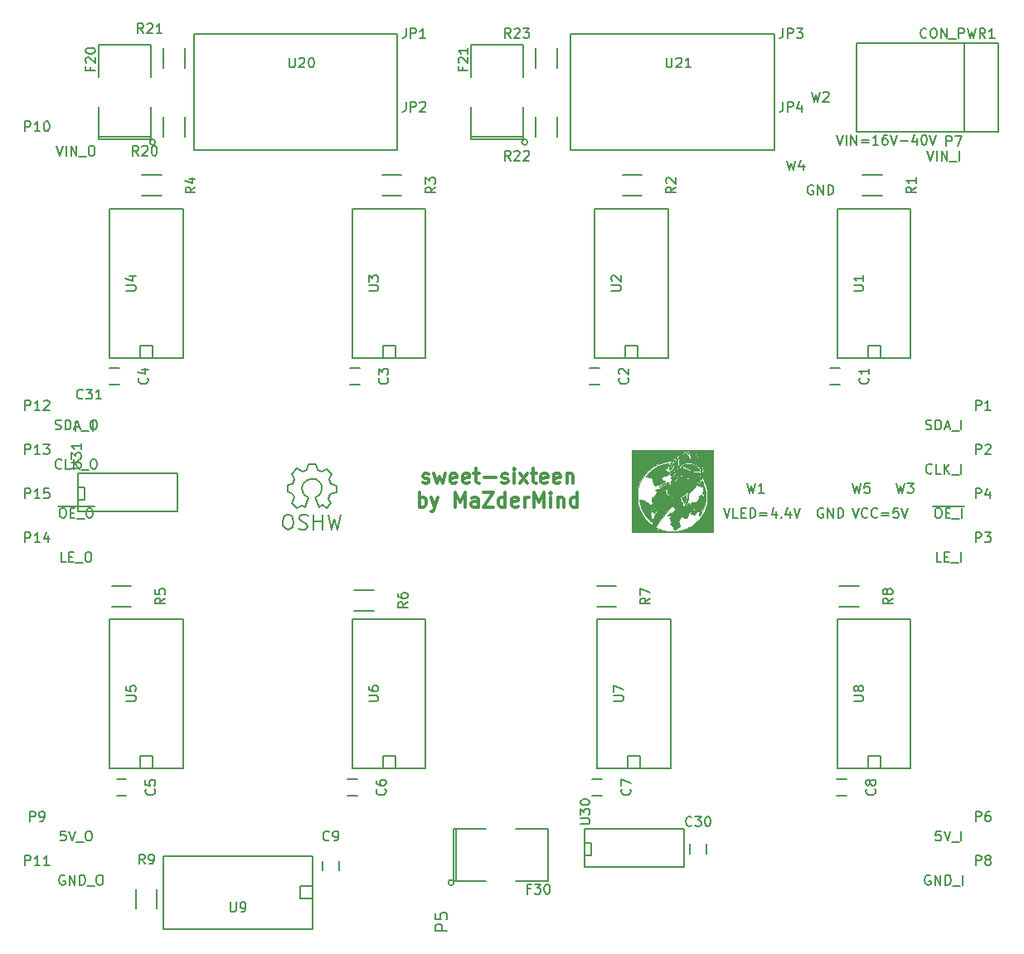
<source format=gto>
G04 #@! TF.FileFunction,Legend,Top*
%FSLAX46Y46*%
G04 Gerber Fmt 4.6, Leading zero omitted, Abs format (unit mm)*
G04 Created by KiCad (PCBNEW 4.0.2+dfsg1-stable) date Sa 04 Mär 2017 20:33:27 CET*
%MOMM*%
G01*
G04 APERTURE LIST*
%ADD10C,0.100000*%
%ADD11C,0.300000*%
%ADD12C,0.150000*%
%ADD13C,0.010000*%
G04 APERTURE END LIST*
D10*
D11*
X129369514Y-89246943D02*
X129512371Y-89318371D01*
X129798086Y-89318371D01*
X129940943Y-89246943D01*
X130012371Y-89104086D01*
X130012371Y-89032657D01*
X129940943Y-88889800D01*
X129798086Y-88818371D01*
X129583800Y-88818371D01*
X129440943Y-88746943D01*
X129369514Y-88604086D01*
X129369514Y-88532657D01*
X129440943Y-88389800D01*
X129583800Y-88318371D01*
X129798086Y-88318371D01*
X129940943Y-88389800D01*
X130512372Y-88318371D02*
X130798086Y-89318371D01*
X131083800Y-88604086D01*
X131369515Y-89318371D01*
X131655229Y-88318371D01*
X132798086Y-89246943D02*
X132655229Y-89318371D01*
X132369515Y-89318371D01*
X132226658Y-89246943D01*
X132155229Y-89104086D01*
X132155229Y-88532657D01*
X132226658Y-88389800D01*
X132369515Y-88318371D01*
X132655229Y-88318371D01*
X132798086Y-88389800D01*
X132869515Y-88532657D01*
X132869515Y-88675514D01*
X132155229Y-88818371D01*
X134083800Y-89246943D02*
X133940943Y-89318371D01*
X133655229Y-89318371D01*
X133512372Y-89246943D01*
X133440943Y-89104086D01*
X133440943Y-88532657D01*
X133512372Y-88389800D01*
X133655229Y-88318371D01*
X133940943Y-88318371D01*
X134083800Y-88389800D01*
X134155229Y-88532657D01*
X134155229Y-88675514D01*
X133440943Y-88818371D01*
X134583800Y-88318371D02*
X135155229Y-88318371D01*
X134798086Y-87818371D02*
X134798086Y-89104086D01*
X134869514Y-89246943D01*
X135012372Y-89318371D01*
X135155229Y-89318371D01*
X135655229Y-88746943D02*
X136798086Y-88746943D01*
X137440943Y-89246943D02*
X137583800Y-89318371D01*
X137869515Y-89318371D01*
X138012372Y-89246943D01*
X138083800Y-89104086D01*
X138083800Y-89032657D01*
X138012372Y-88889800D01*
X137869515Y-88818371D01*
X137655229Y-88818371D01*
X137512372Y-88746943D01*
X137440943Y-88604086D01*
X137440943Y-88532657D01*
X137512372Y-88389800D01*
X137655229Y-88318371D01*
X137869515Y-88318371D01*
X138012372Y-88389800D01*
X138726658Y-89318371D02*
X138726658Y-88318371D01*
X138726658Y-87818371D02*
X138655229Y-87889800D01*
X138726658Y-87961229D01*
X138798086Y-87889800D01*
X138726658Y-87818371D01*
X138726658Y-87961229D01*
X139298087Y-89318371D02*
X140083801Y-88318371D01*
X139298087Y-88318371D02*
X140083801Y-89318371D01*
X140440944Y-88318371D02*
X141012373Y-88318371D01*
X140655230Y-87818371D02*
X140655230Y-89104086D01*
X140726658Y-89246943D01*
X140869516Y-89318371D01*
X141012373Y-89318371D01*
X142083801Y-89246943D02*
X141940944Y-89318371D01*
X141655230Y-89318371D01*
X141512373Y-89246943D01*
X141440944Y-89104086D01*
X141440944Y-88532657D01*
X141512373Y-88389800D01*
X141655230Y-88318371D01*
X141940944Y-88318371D01*
X142083801Y-88389800D01*
X142155230Y-88532657D01*
X142155230Y-88675514D01*
X141440944Y-88818371D01*
X143369515Y-89246943D02*
X143226658Y-89318371D01*
X142940944Y-89318371D01*
X142798087Y-89246943D01*
X142726658Y-89104086D01*
X142726658Y-88532657D01*
X142798087Y-88389800D01*
X142940944Y-88318371D01*
X143226658Y-88318371D01*
X143369515Y-88389800D01*
X143440944Y-88532657D01*
X143440944Y-88675514D01*
X142726658Y-88818371D01*
X144083801Y-88318371D02*
X144083801Y-89318371D01*
X144083801Y-88461229D02*
X144155229Y-88389800D01*
X144298087Y-88318371D01*
X144512372Y-88318371D01*
X144655229Y-88389800D01*
X144726658Y-88532657D01*
X144726658Y-89318371D01*
X129012372Y-91718371D02*
X129012372Y-90218371D01*
X129012372Y-90789800D02*
X129155229Y-90718371D01*
X129440943Y-90718371D01*
X129583800Y-90789800D01*
X129655229Y-90861229D01*
X129726658Y-91004086D01*
X129726658Y-91432657D01*
X129655229Y-91575514D01*
X129583800Y-91646943D01*
X129440943Y-91718371D01*
X129155229Y-91718371D01*
X129012372Y-91646943D01*
X130226658Y-90718371D02*
X130583801Y-91718371D01*
X130940943Y-90718371D02*
X130583801Y-91718371D01*
X130440943Y-92075514D01*
X130369515Y-92146943D01*
X130226658Y-92218371D01*
X132655229Y-91718371D02*
X132655229Y-90218371D01*
X133155229Y-91289800D01*
X133655229Y-90218371D01*
X133655229Y-91718371D01*
X135012372Y-91718371D02*
X135012372Y-90932657D01*
X134940943Y-90789800D01*
X134798086Y-90718371D01*
X134512372Y-90718371D01*
X134369515Y-90789800D01*
X135012372Y-91646943D02*
X134869515Y-91718371D01*
X134512372Y-91718371D01*
X134369515Y-91646943D01*
X134298086Y-91504086D01*
X134298086Y-91361229D01*
X134369515Y-91218371D01*
X134512372Y-91146943D01*
X134869515Y-91146943D01*
X135012372Y-91075514D01*
X135583801Y-90218371D02*
X136583801Y-90218371D01*
X135583801Y-91718371D01*
X136583801Y-91718371D01*
X137798086Y-91718371D02*
X137798086Y-90218371D01*
X137798086Y-91646943D02*
X137655229Y-91718371D01*
X137369515Y-91718371D01*
X137226657Y-91646943D01*
X137155229Y-91575514D01*
X137083800Y-91432657D01*
X137083800Y-91004086D01*
X137155229Y-90861229D01*
X137226657Y-90789800D01*
X137369515Y-90718371D01*
X137655229Y-90718371D01*
X137798086Y-90789800D01*
X139083800Y-91646943D02*
X138940943Y-91718371D01*
X138655229Y-91718371D01*
X138512372Y-91646943D01*
X138440943Y-91504086D01*
X138440943Y-90932657D01*
X138512372Y-90789800D01*
X138655229Y-90718371D01*
X138940943Y-90718371D01*
X139083800Y-90789800D01*
X139155229Y-90932657D01*
X139155229Y-91075514D01*
X138440943Y-91218371D01*
X139798086Y-91718371D02*
X139798086Y-90718371D01*
X139798086Y-91004086D02*
X139869514Y-90861229D01*
X139940943Y-90789800D01*
X140083800Y-90718371D01*
X140226657Y-90718371D01*
X140726657Y-91718371D02*
X140726657Y-90218371D01*
X141226657Y-91289800D01*
X141726657Y-90218371D01*
X141726657Y-91718371D01*
X142440943Y-91718371D02*
X142440943Y-90718371D01*
X142440943Y-90218371D02*
X142369514Y-90289800D01*
X142440943Y-90361229D01*
X142512371Y-90289800D01*
X142440943Y-90218371D01*
X142440943Y-90361229D01*
X143155229Y-90718371D02*
X143155229Y-91718371D01*
X143155229Y-90861229D02*
X143226657Y-90789800D01*
X143369515Y-90718371D01*
X143583800Y-90718371D01*
X143726657Y-90789800D01*
X143798086Y-90932657D01*
X143798086Y-91718371D01*
X145155229Y-91718371D02*
X145155229Y-90218371D01*
X145155229Y-91646943D02*
X145012372Y-91718371D01*
X144726658Y-91718371D01*
X144583800Y-91646943D01*
X144512372Y-91575514D01*
X144440943Y-91432657D01*
X144440943Y-91004086D01*
X144512372Y-90861229D01*
X144583800Y-90789800D01*
X144726658Y-90718371D01*
X145012372Y-90718371D01*
X145155229Y-90789800D01*
D12*
X171962800Y-77529800D02*
X170962800Y-77529800D01*
X170962800Y-79229800D02*
X171962800Y-79229800D01*
X147432800Y-77529800D02*
X146432800Y-77529800D01*
X146432800Y-79229800D02*
X147432800Y-79229800D01*
X122902800Y-77529800D02*
X121902800Y-77529800D01*
X121902800Y-79229800D02*
X122902800Y-79229800D01*
X98372800Y-77529800D02*
X97372800Y-77529800D01*
X97372800Y-79229800D02*
X98372800Y-79229800D01*
X99102800Y-119529800D02*
X98102800Y-119529800D01*
X98102800Y-121229800D02*
X99102800Y-121229800D01*
X122667800Y-119529800D02*
X121667800Y-119529800D01*
X121667800Y-121229800D02*
X122667800Y-121229800D01*
X147667800Y-119529800D02*
X146667800Y-119529800D01*
X146667800Y-121229800D02*
X147667800Y-121229800D01*
X172667800Y-119529800D02*
X171667800Y-119529800D01*
X171667800Y-121229800D02*
X172667800Y-121229800D01*
X119127800Y-127879800D02*
X119127800Y-128879800D01*
X120827800Y-128879800D02*
X120827800Y-127879800D01*
X184678700Y-53380680D02*
X184678700Y-44378920D01*
X188178820Y-53380680D02*
X188178820Y-44378920D01*
X188178820Y-44378920D02*
X173677960Y-44378920D01*
X173677960Y-44378920D02*
X173677960Y-53380680D01*
X173677960Y-53380680D02*
X188178820Y-53380680D01*
X174272800Y-57804800D02*
X176272800Y-57804800D01*
X176272800Y-59954800D02*
X174272800Y-59954800D01*
X149742800Y-57804800D02*
X151742800Y-57804800D01*
X151742800Y-59954800D02*
X149742800Y-59954800D01*
X125212800Y-57804800D02*
X127212800Y-57804800D01*
X127212800Y-59954800D02*
X125212800Y-59954800D01*
X100682800Y-57804800D02*
X102682800Y-57804800D01*
X102682800Y-59954800D02*
X100682800Y-59954800D01*
X97602800Y-99804800D02*
X99602800Y-99804800D01*
X99602800Y-101954800D02*
X97602800Y-101954800D01*
X122367800Y-100194800D02*
X124367800Y-100194800D01*
X124367800Y-102344800D02*
X122367800Y-102344800D01*
X147132800Y-99804800D02*
X149132800Y-99804800D01*
X149132800Y-101954800D02*
X147132800Y-101954800D01*
X171897800Y-99804800D02*
X173897800Y-99804800D01*
X173897800Y-101954800D02*
X171897800Y-101954800D01*
X100067800Y-132749800D02*
X100067800Y-130749800D01*
X102217800Y-130749800D02*
X102217800Y-132749800D01*
X156627800Y-126129800D02*
X156627800Y-127129800D01*
X158327800Y-127129800D02*
X158327800Y-126129800D01*
X93942800Y-82989800D02*
X93942800Y-83989800D01*
X95642800Y-83989800D02*
X95642800Y-82989800D01*
X102055781Y-54459800D02*
G75*
G03X102055781Y-54459800I-283981J0D01*
G01*
X96310800Y-53951800D02*
X101644800Y-53951800D01*
X96310800Y-54205800D02*
X101644800Y-54205800D01*
X101644800Y-50903800D02*
X101644800Y-54205800D01*
X96310800Y-50903800D02*
X96310800Y-54205800D01*
X96310800Y-47855800D02*
X96310800Y-44553800D01*
X96310800Y-44553800D02*
X101644800Y-44553800D01*
X101644800Y-44553800D02*
X101644800Y-47855800D01*
X140055781Y-54459800D02*
G75*
G03X140055781Y-54459800I-283981J0D01*
G01*
X134310800Y-53951800D02*
X139644800Y-53951800D01*
X134310800Y-54205800D02*
X139644800Y-54205800D01*
X139644800Y-50903800D02*
X139644800Y-54205800D01*
X134310800Y-50903800D02*
X134310800Y-54205800D01*
X134310800Y-47855800D02*
X134310800Y-44553800D01*
X134310800Y-44553800D02*
X139644800Y-44553800D01*
X139644800Y-44553800D02*
X139644800Y-47855800D01*
X132541781Y-130098800D02*
G75*
G03X132541781Y-130098800I-283981J0D01*
G01*
X132765800Y-124637800D02*
X132765800Y-129971800D01*
X132511800Y-124637800D02*
X132511800Y-129971800D01*
X135813800Y-129971800D02*
X132511800Y-129971800D01*
X135813800Y-124637800D02*
X132511800Y-124637800D01*
X138861800Y-124637800D02*
X142163800Y-124637800D01*
X142163800Y-124637800D02*
X142163800Y-129971800D01*
X142163800Y-129971800D02*
X138861800Y-129971800D01*
X105977800Y-55279800D02*
X126777800Y-55279800D01*
X126777800Y-43379800D02*
X126777800Y-55279800D01*
X105977800Y-43379800D02*
X105977800Y-55279800D01*
X105977800Y-43379800D02*
X126777800Y-43379800D01*
X144477800Y-55279800D02*
X165277800Y-55279800D01*
X165277800Y-43379800D02*
X165277800Y-55279800D01*
X144477800Y-43379800D02*
X144477800Y-55279800D01*
X144477800Y-43379800D02*
X165277800Y-43379800D01*
X102902800Y-53879800D02*
X102902800Y-51879800D01*
X105052800Y-51879800D02*
X105052800Y-53879800D01*
X105052800Y-44879800D02*
X105052800Y-46879800D01*
X102902800Y-46879800D02*
X102902800Y-44879800D01*
X140902800Y-53879800D02*
X140902800Y-51879800D01*
X143052800Y-51879800D02*
X143052800Y-53879800D01*
X143052800Y-44879800D02*
X143052800Y-46879800D01*
X140902800Y-46879800D02*
X140902800Y-44879800D01*
X104317800Y-88270800D02*
X104317800Y-92170800D01*
X104317800Y-92170800D02*
X94157800Y-92170800D01*
X94157800Y-92170800D02*
X94157800Y-88270800D01*
X94157800Y-88270800D02*
X104317800Y-88270800D01*
X94157800Y-89712800D02*
X94792800Y-89712800D01*
X94792800Y-89712800D02*
X94792800Y-90982800D01*
X94792800Y-90982800D02*
X94157800Y-90982800D01*
X156057800Y-124627800D02*
X156057800Y-128527800D01*
X156057800Y-128527800D02*
X145897800Y-128527800D01*
X145897800Y-128527800D02*
X145897800Y-124627800D01*
X145897800Y-124627800D02*
X156057800Y-124627800D01*
X145897800Y-126069800D02*
X146532800Y-126069800D01*
X146532800Y-126069800D02*
X146532800Y-127339800D01*
X146532800Y-127339800D02*
X145897800Y-127339800D01*
X102857800Y-134864800D02*
X102857800Y-127364800D01*
X118097800Y-134864800D02*
X118097800Y-127364800D01*
X102857800Y-134864800D02*
X118097800Y-134864800D01*
X118097800Y-131749800D02*
X116827800Y-131749800D01*
X116827800Y-131749800D02*
X116827800Y-130479800D01*
X116827800Y-130479800D02*
X118097800Y-130479800D01*
X118097800Y-127364800D02*
X102857800Y-127364800D01*
X171687800Y-103174800D02*
X179187800Y-103174800D01*
X171687800Y-118414800D02*
X179187800Y-118414800D01*
X171687800Y-103174800D02*
X171687800Y-118414800D01*
X174802800Y-118414800D02*
X174802800Y-117144800D01*
X174802800Y-117144800D02*
X176072800Y-117144800D01*
X176072800Y-117144800D02*
X176072800Y-118414800D01*
X179187800Y-118414800D02*
X179187800Y-103174800D01*
X147176800Y-103174800D02*
X154676800Y-103174800D01*
X147176800Y-118414800D02*
X154676800Y-118414800D01*
X147176800Y-103174800D02*
X147176800Y-118414800D01*
X150291800Y-118414800D02*
X150291800Y-117144800D01*
X150291800Y-117144800D02*
X151561800Y-117144800D01*
X151561800Y-117144800D02*
X151561800Y-118414800D01*
X154676800Y-118414800D02*
X154676800Y-103174800D01*
X97392800Y-103174800D02*
X104892800Y-103174800D01*
X97392800Y-118414800D02*
X104892800Y-118414800D01*
X97392800Y-103174800D02*
X97392800Y-118414800D01*
X100507800Y-118414800D02*
X100507800Y-117144800D01*
X100507800Y-117144800D02*
X101777800Y-117144800D01*
X101777800Y-117144800D02*
X101777800Y-118414800D01*
X104892800Y-118414800D02*
X104892800Y-103174800D01*
X97392800Y-61264800D02*
X104892800Y-61264800D01*
X97392800Y-76504800D02*
X104892800Y-76504800D01*
X97392800Y-61264800D02*
X97392800Y-76504800D01*
X100507800Y-76504800D02*
X100507800Y-75234800D01*
X100507800Y-75234800D02*
X101777800Y-75234800D01*
X101777800Y-75234800D02*
X101777800Y-76504800D01*
X104892800Y-76504800D02*
X104892800Y-61264800D01*
X122157800Y-61259800D02*
X129657800Y-61259800D01*
X122157800Y-76499800D02*
X129657800Y-76499800D01*
X122157800Y-61259800D02*
X122157800Y-76499800D01*
X125272800Y-76499800D02*
X125272800Y-75229800D01*
X125272800Y-75229800D02*
X126542800Y-75229800D01*
X126542800Y-75229800D02*
X126542800Y-76499800D01*
X129657800Y-76499800D02*
X129657800Y-61259800D01*
X146922800Y-61264800D02*
X154422800Y-61264800D01*
X146922800Y-76504800D02*
X154422800Y-76504800D01*
X146922800Y-61264800D02*
X146922800Y-76504800D01*
X150037800Y-76504800D02*
X150037800Y-75234800D01*
X150037800Y-75234800D02*
X151307800Y-75234800D01*
X151307800Y-75234800D02*
X151307800Y-76504800D01*
X154422800Y-76504800D02*
X154422800Y-61264800D01*
X171687800Y-61264800D02*
X179187800Y-61264800D01*
X171687800Y-76504800D02*
X179187800Y-76504800D01*
X171687800Y-61264800D02*
X171687800Y-76504800D01*
X174802800Y-76504800D02*
X174802800Y-75234800D01*
X174802800Y-75234800D02*
X176072800Y-75234800D01*
X176072800Y-75234800D02*
X176072800Y-76504800D01*
X179187800Y-76504800D02*
X179187800Y-61264800D01*
X122157800Y-103174800D02*
X129657800Y-103174800D01*
X122157800Y-118414800D02*
X129657800Y-118414800D01*
X122157800Y-103174800D02*
X122157800Y-118414800D01*
X125272800Y-118414800D02*
X125272800Y-117144800D01*
X125272800Y-117144800D02*
X126542800Y-117144800D01*
X126542800Y-117144800D02*
X126542800Y-118414800D01*
X129657800Y-118414800D02*
X129657800Y-103174800D01*
D13*
G36*
X159029400Y-94259400D02*
X150698200Y-94259400D01*
X150698200Y-90637123D01*
X151270217Y-90637123D01*
X151271137Y-90755543D01*
X151273645Y-90867680D01*
X151277735Y-90967209D01*
X151283261Y-91046300D01*
X151319577Y-91308890D01*
X151379571Y-91573181D01*
X151461980Y-91836083D01*
X151565537Y-92094509D01*
X151688978Y-92345370D01*
X151831036Y-92585578D01*
X151990448Y-92812045D01*
X152024728Y-92855956D01*
X152086193Y-92929629D01*
X152161140Y-93013626D01*
X152244947Y-93103230D01*
X152332991Y-93193726D01*
X152420653Y-93280396D01*
X152503310Y-93358525D01*
X152576342Y-93423396D01*
X152600312Y-93443349D01*
X152657338Y-93491583D01*
X152693879Y-93527050D01*
X152710837Y-93550687D01*
X152712006Y-93559516D01*
X152705894Y-93591379D01*
X152699847Y-93642177D01*
X152694271Y-93705448D01*
X152689570Y-93774730D01*
X152686151Y-93843559D01*
X152684416Y-93905473D01*
X152684773Y-93954011D01*
X152686076Y-93973294D01*
X152705366Y-94065372D01*
X152740130Y-94140621D01*
X152789051Y-94197328D01*
X152850815Y-94233782D01*
X152895300Y-94245512D01*
X152910167Y-94244135D01*
X152942854Y-94239562D01*
X152983955Y-94233154D01*
X153081193Y-94209705D01*
X153189596Y-94168769D01*
X153311142Y-94109536D01*
X153384576Y-94068711D01*
X153518231Y-93991563D01*
X153674609Y-94042438D01*
X153871847Y-94102870D01*
X154055012Y-94150467D01*
X154230670Y-94186191D01*
X154405390Y-94211007D01*
X154585739Y-94225876D01*
X154778285Y-94231761D01*
X154956811Y-94230411D01*
X155187311Y-94220314D01*
X155400033Y-94199687D01*
X155600845Y-94167278D01*
X155795613Y-94121839D01*
X155990204Y-94062117D01*
X156190485Y-93986863D01*
X156284610Y-93947347D01*
X156552097Y-93818726D01*
X156805250Y-93670051D01*
X157045471Y-93500347D01*
X157274163Y-93308642D01*
X157448827Y-93139738D01*
X157650111Y-92915833D01*
X157830561Y-92679415D01*
X157989568Y-92431772D01*
X158126520Y-92174195D01*
X158240807Y-91907972D01*
X158331818Y-91634394D01*
X158398943Y-91354749D01*
X158441571Y-91070327D01*
X158444971Y-91036361D01*
X158453616Y-90912086D01*
X158457897Y-90772845D01*
X158458039Y-90624154D01*
X158454266Y-90471529D01*
X158446802Y-90320486D01*
X158435871Y-90176543D01*
X158421696Y-90045215D01*
X158404502Y-89932020D01*
X158398968Y-89903300D01*
X158373299Y-89785508D01*
X158345569Y-89675720D01*
X158314134Y-89569255D01*
X158277355Y-89461433D01*
X158233591Y-89347573D01*
X158181200Y-89222995D01*
X158118541Y-89083020D01*
X158088620Y-89018195D01*
X158054762Y-88944121D01*
X158024940Y-88876493D01*
X158000761Y-88819151D01*
X157983830Y-88775937D01*
X157975755Y-88750693D01*
X157975300Y-88747274D01*
X157980262Y-88722601D01*
X157993325Y-88683141D01*
X158011752Y-88637078D01*
X158013387Y-88633328D01*
X158046141Y-88553392D01*
X158069200Y-88482000D01*
X158084074Y-88411321D01*
X158092273Y-88333527D01*
X158095307Y-88240785D01*
X158095435Y-88207850D01*
X158095461Y-88148440D01*
X158094888Y-88102314D01*
X158092547Y-88064580D01*
X158087268Y-88030345D01*
X158077882Y-87994717D01*
X158063222Y-87952801D01*
X158042118Y-87899706D01*
X158013401Y-87830540D01*
X157994425Y-87785046D01*
X157978611Y-87738555D01*
X157961448Y-87673750D01*
X157944610Y-87597536D01*
X157930445Y-87520892D01*
X157887256Y-87315598D01*
X157829153Y-87130025D01*
X157755501Y-86962886D01*
X157665669Y-86812898D01*
X157559025Y-86678777D01*
X157473765Y-86593402D01*
X157400868Y-86521504D01*
X157341063Y-86449189D01*
X157288073Y-86370343D01*
X157233253Y-86287870D01*
X157181715Y-86224745D01*
X157128601Y-86176256D01*
X157069051Y-86137690D01*
X157026304Y-86116486D01*
X156938285Y-86081128D01*
X156838437Y-86048605D01*
X156732346Y-86020100D01*
X156625598Y-85996793D01*
X156523780Y-85979865D01*
X156432476Y-85970497D01*
X156357275Y-85969870D01*
X156339987Y-85971407D01*
X156261114Y-85990495D01*
X156173233Y-86029219D01*
X156080511Y-86085497D01*
X156017070Y-86132536D01*
X155926347Y-86195357D01*
X155829406Y-86241958D01*
X155816300Y-86246985D01*
X155699052Y-86294202D01*
X155600159Y-86342218D01*
X155512796Y-86395165D01*
X155430136Y-86457174D01*
X155346400Y-86531388D01*
X155299539Y-86573491D01*
X155250124Y-86614588D01*
X155207460Y-86647000D01*
X155200350Y-86651904D01*
X155155906Y-86683758D01*
X155105026Y-86723087D01*
X155067000Y-86754399D01*
X155017471Y-86792895D01*
X154959020Y-86832776D01*
X154912660Y-86860636D01*
X154861228Y-86891490D01*
X154810015Y-86926392D01*
X154772960Y-86955421D01*
X154738505Y-86984610D01*
X154709023Y-87005405D01*
X154678693Y-87019793D01*
X154641693Y-87029759D01*
X154592202Y-87037292D01*
X154524399Y-87044379D01*
X154507733Y-87045955D01*
X154214170Y-87086171D01*
X153925936Y-87150919D01*
X153644211Y-87239670D01*
X153370175Y-87351898D01*
X153105010Y-87487076D01*
X152849894Y-87644674D01*
X152606010Y-87824166D01*
X152428912Y-87974884D01*
X152225606Y-88174973D01*
X152038825Y-88391686D01*
X151869661Y-88622879D01*
X151719206Y-88866408D01*
X151588550Y-89120130D01*
X151478785Y-89381899D01*
X151391002Y-89649573D01*
X151326292Y-89921008D01*
X151285746Y-90194059D01*
X151282527Y-90227150D01*
X151277039Y-90307435D01*
X151273162Y-90406744D01*
X151270890Y-90518748D01*
X151270217Y-90637123D01*
X150698200Y-90637123D01*
X150698200Y-85928200D01*
X159029400Y-85928200D01*
X159029400Y-94259400D01*
X159029400Y-94259400D01*
G37*
X159029400Y-94259400D02*
X150698200Y-94259400D01*
X150698200Y-90637123D01*
X151270217Y-90637123D01*
X151271137Y-90755543D01*
X151273645Y-90867680D01*
X151277735Y-90967209D01*
X151283261Y-91046300D01*
X151319577Y-91308890D01*
X151379571Y-91573181D01*
X151461980Y-91836083D01*
X151565537Y-92094509D01*
X151688978Y-92345370D01*
X151831036Y-92585578D01*
X151990448Y-92812045D01*
X152024728Y-92855956D01*
X152086193Y-92929629D01*
X152161140Y-93013626D01*
X152244947Y-93103230D01*
X152332991Y-93193726D01*
X152420653Y-93280396D01*
X152503310Y-93358525D01*
X152576342Y-93423396D01*
X152600312Y-93443349D01*
X152657338Y-93491583D01*
X152693879Y-93527050D01*
X152710837Y-93550687D01*
X152712006Y-93559516D01*
X152705894Y-93591379D01*
X152699847Y-93642177D01*
X152694271Y-93705448D01*
X152689570Y-93774730D01*
X152686151Y-93843559D01*
X152684416Y-93905473D01*
X152684773Y-93954011D01*
X152686076Y-93973294D01*
X152705366Y-94065372D01*
X152740130Y-94140621D01*
X152789051Y-94197328D01*
X152850815Y-94233782D01*
X152895300Y-94245512D01*
X152910167Y-94244135D01*
X152942854Y-94239562D01*
X152983955Y-94233154D01*
X153081193Y-94209705D01*
X153189596Y-94168769D01*
X153311142Y-94109536D01*
X153384576Y-94068711D01*
X153518231Y-93991563D01*
X153674609Y-94042438D01*
X153871847Y-94102870D01*
X154055012Y-94150467D01*
X154230670Y-94186191D01*
X154405390Y-94211007D01*
X154585739Y-94225876D01*
X154778285Y-94231761D01*
X154956811Y-94230411D01*
X155187311Y-94220314D01*
X155400033Y-94199687D01*
X155600845Y-94167278D01*
X155795613Y-94121839D01*
X155990204Y-94062117D01*
X156190485Y-93986863D01*
X156284610Y-93947347D01*
X156552097Y-93818726D01*
X156805250Y-93670051D01*
X157045471Y-93500347D01*
X157274163Y-93308642D01*
X157448827Y-93139738D01*
X157650111Y-92915833D01*
X157830561Y-92679415D01*
X157989568Y-92431772D01*
X158126520Y-92174195D01*
X158240807Y-91907972D01*
X158331818Y-91634394D01*
X158398943Y-91354749D01*
X158441571Y-91070327D01*
X158444971Y-91036361D01*
X158453616Y-90912086D01*
X158457897Y-90772845D01*
X158458039Y-90624154D01*
X158454266Y-90471529D01*
X158446802Y-90320486D01*
X158435871Y-90176543D01*
X158421696Y-90045215D01*
X158404502Y-89932020D01*
X158398968Y-89903300D01*
X158373299Y-89785508D01*
X158345569Y-89675720D01*
X158314134Y-89569255D01*
X158277355Y-89461433D01*
X158233591Y-89347573D01*
X158181200Y-89222995D01*
X158118541Y-89083020D01*
X158088620Y-89018195D01*
X158054762Y-88944121D01*
X158024940Y-88876493D01*
X158000761Y-88819151D01*
X157983830Y-88775937D01*
X157975755Y-88750693D01*
X157975300Y-88747274D01*
X157980262Y-88722601D01*
X157993325Y-88683141D01*
X158011752Y-88637078D01*
X158013387Y-88633328D01*
X158046141Y-88553392D01*
X158069200Y-88482000D01*
X158084074Y-88411321D01*
X158092273Y-88333527D01*
X158095307Y-88240785D01*
X158095435Y-88207850D01*
X158095461Y-88148440D01*
X158094888Y-88102314D01*
X158092547Y-88064580D01*
X158087268Y-88030345D01*
X158077882Y-87994717D01*
X158063222Y-87952801D01*
X158042118Y-87899706D01*
X158013401Y-87830540D01*
X157994425Y-87785046D01*
X157978611Y-87738555D01*
X157961448Y-87673750D01*
X157944610Y-87597536D01*
X157930445Y-87520892D01*
X157887256Y-87315598D01*
X157829153Y-87130025D01*
X157755501Y-86962886D01*
X157665669Y-86812898D01*
X157559025Y-86678777D01*
X157473765Y-86593402D01*
X157400868Y-86521504D01*
X157341063Y-86449189D01*
X157288073Y-86370343D01*
X157233253Y-86287870D01*
X157181715Y-86224745D01*
X157128601Y-86176256D01*
X157069051Y-86137690D01*
X157026304Y-86116486D01*
X156938285Y-86081128D01*
X156838437Y-86048605D01*
X156732346Y-86020100D01*
X156625598Y-85996793D01*
X156523780Y-85979865D01*
X156432476Y-85970497D01*
X156357275Y-85969870D01*
X156339987Y-85971407D01*
X156261114Y-85990495D01*
X156173233Y-86029219D01*
X156080511Y-86085497D01*
X156017070Y-86132536D01*
X155926347Y-86195357D01*
X155829406Y-86241958D01*
X155816300Y-86246985D01*
X155699052Y-86294202D01*
X155600159Y-86342218D01*
X155512796Y-86395165D01*
X155430136Y-86457174D01*
X155346400Y-86531388D01*
X155299539Y-86573491D01*
X155250124Y-86614588D01*
X155207460Y-86647000D01*
X155200350Y-86651904D01*
X155155906Y-86683758D01*
X155105026Y-86723087D01*
X155067000Y-86754399D01*
X155017471Y-86792895D01*
X154959020Y-86832776D01*
X154912660Y-86860636D01*
X154861228Y-86891490D01*
X154810015Y-86926392D01*
X154772960Y-86955421D01*
X154738505Y-86984610D01*
X154709023Y-87005405D01*
X154678693Y-87019793D01*
X154641693Y-87029759D01*
X154592202Y-87037292D01*
X154524399Y-87044379D01*
X154507733Y-87045955D01*
X154214170Y-87086171D01*
X153925936Y-87150919D01*
X153644211Y-87239670D01*
X153370175Y-87351898D01*
X153105010Y-87487076D01*
X152849894Y-87644674D01*
X152606010Y-87824166D01*
X152428912Y-87974884D01*
X152225606Y-88174973D01*
X152038825Y-88391686D01*
X151869661Y-88622879D01*
X151719206Y-88866408D01*
X151588550Y-89120130D01*
X151478785Y-89381899D01*
X151391002Y-89649573D01*
X151326292Y-89921008D01*
X151285746Y-90194059D01*
X151282527Y-90227150D01*
X151277039Y-90307435D01*
X151273162Y-90406744D01*
X151270890Y-90518748D01*
X151270217Y-90637123D01*
X150698200Y-90637123D01*
X150698200Y-85928200D01*
X159029400Y-85928200D01*
X159029400Y-94259400D01*
G36*
X157856634Y-89038308D02*
X157877930Y-89070035D01*
X157904956Y-89118884D01*
X157936033Y-89181556D01*
X157969479Y-89254754D01*
X158003612Y-89335181D01*
X158017581Y-89369900D01*
X158108225Y-89625365D01*
X158176349Y-89878555D01*
X158222907Y-90134501D01*
X158248847Y-90398233D01*
X158255403Y-90627200D01*
X158254018Y-90772932D01*
X158249394Y-90900088D01*
X158240690Y-91015376D01*
X158227063Y-91125505D01*
X158207673Y-91237185D01*
X158181679Y-91357126D01*
X158148239Y-91492036D01*
X158145773Y-91501542D01*
X158061504Y-91775272D01*
X157953185Y-92041544D01*
X157821444Y-92298906D01*
X157746007Y-92425354D01*
X157710044Y-92482531D01*
X157678757Y-92531822D01*
X157654647Y-92569322D01*
X157640216Y-92591126D01*
X157637408Y-92594924D01*
X157626324Y-92592736D01*
X157614048Y-92565341D01*
X157600643Y-92512903D01*
X157593991Y-92479763D01*
X157585710Y-92431841D01*
X157583514Y-92399443D01*
X157588093Y-92373272D01*
X157600141Y-92344030D01*
X157604824Y-92334278D01*
X157621608Y-92290612D01*
X157631382Y-92247533D01*
X157632400Y-92233652D01*
X157629002Y-92202252D01*
X157615081Y-92186815D01*
X157599899Y-92181626D01*
X157571324Y-92179539D01*
X157525652Y-92181442D01*
X157470550Y-92186431D01*
X157413686Y-92193600D01*
X157362728Y-92202044D01*
X157325342Y-92210857D01*
X157313499Y-92215449D01*
X157296544Y-92234318D01*
X157279406Y-92268406D01*
X157272045Y-92289490D01*
X157234973Y-92385227D01*
X157187389Y-92459111D01*
X157129887Y-92510560D01*
X157063059Y-92538997D01*
X157010788Y-92544900D01*
X156979303Y-92543506D01*
X156962196Y-92534896D01*
X156951852Y-92512426D01*
X156945275Y-92487750D01*
X156933366Y-92452314D01*
X156916379Y-92434031D01*
X156888611Y-92430649D01*
X156844358Y-92439917D01*
X156832507Y-92443240D01*
X156789457Y-92450302D01*
X156758060Y-92445221D01*
X156743744Y-92429092D01*
X156743399Y-92425272D01*
X156750426Y-92405393D01*
X156767966Y-92375677D01*
X156774878Y-92365803D01*
X156806858Y-92320085D01*
X156824059Y-92288749D01*
X156827920Y-92266627D01*
X156819883Y-92248554D01*
X156810490Y-92238046D01*
X156775181Y-92218630D01*
X156726342Y-92212104D01*
X156672732Y-92219180D01*
X156653639Y-92225312D01*
X156594542Y-92260671D01*
X156541471Y-92317788D01*
X156496261Y-92393367D01*
X156460743Y-92484117D01*
X156436751Y-92586741D01*
X156431442Y-92624635D01*
X156420505Y-92683480D01*
X156400576Y-92729498D01*
X156367563Y-92767692D01*
X156317374Y-92803070D01*
X156260800Y-92833357D01*
X156208031Y-92857584D01*
X156158489Y-92876984D01*
X156120020Y-92888611D01*
X156108606Y-92890507D01*
X156084344Y-92891034D01*
X156067048Y-92884550D01*
X156051108Y-92866269D01*
X156030913Y-92831406D01*
X156023825Y-92818196D01*
X155988293Y-92759032D01*
X155955055Y-92721364D01*
X155920501Y-92701985D01*
X155887918Y-92697494D01*
X155853937Y-92700373D01*
X155831357Y-92712450D01*
X155812590Y-92739506D01*
X155800630Y-92763975D01*
X155778745Y-92799390D01*
X155756788Y-92809649D01*
X155733627Y-92794974D01*
X155721952Y-92779445D01*
X155704124Y-92758828D01*
X155690398Y-92753778D01*
X155690201Y-92753892D01*
X155681272Y-92767664D01*
X155665261Y-92799930D01*
X155644571Y-92845623D01*
X155625272Y-92890822D01*
X155597888Y-92954206D01*
X155568470Y-93018418D01*
X155541406Y-93074035D01*
X155528236Y-93099153D01*
X155485447Y-93177157D01*
X155499560Y-93327753D01*
X155506732Y-93403641D01*
X155512631Y-93458174D01*
X155518537Y-93495266D01*
X155525731Y-93518834D01*
X155535492Y-93532793D01*
X155549099Y-93541059D01*
X155567833Y-93547547D01*
X155571819Y-93548818D01*
X155625820Y-93573377D01*
X155655650Y-93603597D01*
X155661516Y-93638017D01*
X155643627Y-93675176D01*
X155602193Y-93713610D01*
X155543250Y-93748945D01*
X155448078Y-93809563D01*
X155365387Y-93889707D01*
X155347230Y-93911823D01*
X155302881Y-93960917D01*
X155257378Y-93993434D01*
X155203828Y-94012470D01*
X155135338Y-94021123D01*
X155101084Y-94022393D01*
X154997670Y-94024450D01*
X154977308Y-93929200D01*
X154959391Y-93848828D01*
X154942677Y-93787293D01*
X154923818Y-93738444D01*
X154899468Y-93696127D01*
X154866282Y-93654190D01*
X154820912Y-93606481D01*
X154779767Y-93566019D01*
X154732969Y-93519981D01*
X154693481Y-93480123D01*
X154664539Y-93449790D01*
X154649380Y-93432329D01*
X154647900Y-93429677D01*
X154658354Y-93420311D01*
X154685759Y-93403563D01*
X154724100Y-93383100D01*
X154771104Y-93356245D01*
X154795073Y-93333779D01*
X154797490Y-93313476D01*
X154782630Y-93295345D01*
X154770013Y-93274396D01*
X154759261Y-93239141D01*
X154756452Y-93223940D01*
X154748689Y-93187654D01*
X154737399Y-93170771D01*
X154722486Y-93167200D01*
X154686408Y-93160218D01*
X154658671Y-93142841D01*
X154647900Y-93120961D01*
X154655636Y-93098755D01*
X154674735Y-93069364D01*
X154679650Y-93063283D01*
X154703901Y-93029029D01*
X154708658Y-93001217D01*
X154693628Y-92971408D01*
X154675720Y-92949868D01*
X154647570Y-92924007D01*
X154615568Y-92910092D01*
X154573063Y-92903500D01*
X154524894Y-92894190D01*
X154499411Y-92879339D01*
X154495148Y-92861270D01*
X154510640Y-92842306D01*
X154544419Y-92824772D01*
X154595021Y-92810991D01*
X154635039Y-92805266D01*
X154680257Y-92799205D01*
X154714791Y-92791741D01*
X154731505Y-92784436D01*
X154731759Y-92784081D01*
X154735938Y-92756756D01*
X154727102Y-92717868D01*
X154707941Y-92675817D01*
X154687582Y-92646248D01*
X154651244Y-92602721D01*
X154493997Y-92596035D01*
X154336750Y-92589350D01*
X154336750Y-92557600D01*
X154340795Y-92535982D01*
X154357462Y-92523230D01*
X154387550Y-92514894D01*
X154450415Y-92500951D01*
X154493201Y-92488986D01*
X154520652Y-92475604D01*
X154537513Y-92457409D01*
X154548530Y-92431004D01*
X154558448Y-92392994D01*
X154558569Y-92392500D01*
X154570320Y-92347838D01*
X154581294Y-92312127D01*
X154588639Y-92294075D01*
X154608571Y-92278992D01*
X154631316Y-92286627D01*
X154650880Y-92313125D01*
X154668739Y-92338281D01*
X154694087Y-92344737D01*
X154705548Y-92343910D01*
X154758726Y-92329030D01*
X154822861Y-92296339D01*
X154893824Y-92248455D01*
X154967482Y-92187999D01*
X155001916Y-92155930D01*
X155056618Y-92102912D01*
X156991320Y-92102912D01*
X156998416Y-92111958D01*
X157014388Y-92113100D01*
X157041753Y-92104261D01*
X157072466Y-92082418D01*
X157078463Y-92076551D01*
X157118098Y-92047159D01*
X157169494Y-92033693D01*
X157171048Y-92033513D01*
X157216541Y-92023710D01*
X157247719Y-92007798D01*
X157260825Y-91988641D01*
X157253619Y-91970539D01*
X157231851Y-91957731D01*
X157196803Y-91945035D01*
X157185024Y-91941874D01*
X157149465Y-91930059D01*
X157130763Y-91912776D01*
X157121928Y-91889050D01*
X157102042Y-91854496D01*
X157068908Y-91838341D01*
X157029348Y-91843411D01*
X157021158Y-91847278D01*
X157007540Y-91856765D01*
X157000510Y-91870950D01*
X156998989Y-91896151D01*
X157001899Y-91938686D01*
X157003176Y-91952586D01*
X157006013Y-92010261D01*
X157003390Y-92056873D01*
X156998521Y-92078400D01*
X156991320Y-92102912D01*
X155056618Y-92102912D01*
X155108415Y-92052710D01*
X155099327Y-91979972D01*
X155080920Y-91878784D01*
X155053625Y-91800742D01*
X155016963Y-91745026D01*
X154970455Y-91710813D01*
X154936013Y-91699955D01*
X154908539Y-91693954D01*
X154890070Y-91686235D01*
X154881664Y-91674424D01*
X154884380Y-91656149D01*
X154899276Y-91629034D01*
X154927411Y-91590709D01*
X154969844Y-91538798D01*
X155027633Y-91470930D01*
X155049546Y-91445450D01*
X155116844Y-91367114D01*
X155169206Y-91305598D01*
X155208370Y-91258561D01*
X155236075Y-91223661D01*
X155254057Y-91198557D01*
X155264055Y-91180909D01*
X155267807Y-91168374D01*
X155267050Y-91158611D01*
X155265644Y-91154348D01*
X155248051Y-91136608D01*
X155221248Y-91135692D01*
X155193462Y-91149955D01*
X155175423Y-91172384D01*
X155162233Y-91191316D01*
X155134476Y-91226423D01*
X155094484Y-91274919D01*
X155044589Y-91334017D01*
X154987124Y-91400931D01*
X154924423Y-91472875D01*
X154912263Y-91486709D01*
X154684023Y-91747660D01*
X154467693Y-91998310D01*
X154263772Y-92238025D01*
X154072757Y-92466172D01*
X153895146Y-92682117D01*
X153731439Y-92885226D01*
X153582133Y-93074866D01*
X153447727Y-93250401D01*
X153328719Y-93411200D01*
X153225608Y-93556627D01*
X153138890Y-93686049D01*
X153069066Y-93798832D01*
X153016634Y-93894343D01*
X153011933Y-93903800D01*
X152987545Y-93956478D01*
X152973323Y-93998069D01*
X152966580Y-94039392D01*
X152964629Y-94091267D01*
X152964610Y-94094300D01*
X152964070Y-94189550D01*
X152913396Y-94193320D01*
X152860862Y-94188460D01*
X152819373Y-94167877D01*
X152774026Y-94127835D01*
X152743804Y-94076746D01*
X152726201Y-94009505D01*
X152721355Y-93968333D01*
X152720470Y-93859885D01*
X152734177Y-93731178D01*
X152762322Y-93582637D01*
X152804756Y-93414685D01*
X152861328Y-93227748D01*
X152931884Y-93022250D01*
X153016276Y-92798616D01*
X153114350Y-92557270D01*
X153225956Y-92298638D01*
X153350942Y-92023144D01*
X153489158Y-91731212D01*
X153597390Y-91509850D01*
X153668528Y-91366805D01*
X153737927Y-91228507D01*
X153804596Y-91096849D01*
X153827195Y-91052650D01*
X154724100Y-91052650D01*
X154730450Y-91059000D01*
X154736800Y-91052650D01*
X154730450Y-91046300D01*
X154724100Y-91052650D01*
X153827195Y-91052650D01*
X153867550Y-90973725D01*
X153925799Y-90861027D01*
X153978356Y-90760648D01*
X154024233Y-90674482D01*
X154062441Y-90604421D01*
X154091993Y-90552359D01*
X154111900Y-90520188D01*
X154118319Y-90511725D01*
X154133802Y-90491858D01*
X154133083Y-90474781D01*
X154120918Y-90454072D01*
X154104979Y-90432535D01*
X154092281Y-90430612D01*
X154073963Y-90445155D01*
X154064138Y-90460144D01*
X154044005Y-90496025D01*
X154014528Y-90550931D01*
X153976672Y-90622993D01*
X153931400Y-90710342D01*
X153879677Y-90811109D01*
X153822468Y-90923427D01*
X153760736Y-91045427D01*
X153695447Y-91175239D01*
X153640820Y-91284425D01*
X153573746Y-91418425D01*
X153509747Y-91545557D01*
X153449750Y-91664023D01*
X153394683Y-91772024D01*
X153345474Y-91867763D01*
X153303051Y-91949442D01*
X153268341Y-92015264D01*
X153242272Y-92063429D01*
X153225772Y-92092141D01*
X153219988Y-92099910D01*
X153204838Y-92089820D01*
X153184873Y-92065578D01*
X153181050Y-92059837D01*
X153156020Y-92027715D01*
X153129672Y-92003371D01*
X153128016Y-92002253D01*
X153106411Y-91991540D01*
X153092675Y-91999557D01*
X153083967Y-92013750D01*
X153076023Y-92039199D01*
X153068543Y-92082556D01*
X153062685Y-92136339D01*
X153060801Y-92163459D01*
X153057364Y-92219426D01*
X153053334Y-92255944D01*
X153046735Y-92278926D01*
X153035588Y-92294286D01*
X153017917Y-92307936D01*
X153010899Y-92312682D01*
X152973472Y-92330344D01*
X152947521Y-92326333D01*
X152934585Y-92301190D01*
X152933400Y-92285422D01*
X152926616Y-92248387D01*
X152904125Y-92224021D01*
X152862711Y-92210100D01*
X152817460Y-92205185D01*
X152766184Y-92204368D01*
X152730072Y-92210076D01*
X152699346Y-92224030D01*
X152694848Y-92226783D01*
X152666701Y-92247572D01*
X152649967Y-92265809D01*
X152648673Y-92268747D01*
X152642721Y-92290263D01*
X152633238Y-92324984D01*
X152629759Y-92337793D01*
X152614396Y-92375640D01*
X152588414Y-92422324D01*
X152559620Y-92464710D01*
X152533293Y-92501849D01*
X152515554Y-92531423D01*
X152509832Y-92547633D01*
X152510108Y-92548393D01*
X152525036Y-92553195D01*
X152558003Y-92555959D01*
X152599113Y-92556124D01*
X152656429Y-92559127D01*
X152690586Y-92572348D01*
X152701941Y-92596408D01*
X152690852Y-92631927D01*
X152664952Y-92670437D01*
X152649290Y-92703284D01*
X152641783Y-92747398D01*
X152641430Y-92798258D01*
X152647229Y-92851341D01*
X152658176Y-92902127D01*
X152673271Y-92946092D01*
X152691511Y-92978716D01*
X152711893Y-92995476D01*
X152733416Y-92991851D01*
X152735787Y-92990032D01*
X152752985Y-92965117D01*
X152758012Y-92948499D01*
X152771017Y-92918493D01*
X152794037Y-92904105D01*
X152819457Y-92909190D01*
X152825637Y-92914294D01*
X152847432Y-92950861D01*
X152854525Y-92996171D01*
X152848026Y-93042190D01*
X152829042Y-93080882D01*
X152799461Y-93103923D01*
X152769215Y-93122126D01*
X152738251Y-93150316D01*
X152734604Y-93154496D01*
X152707675Y-93179271D01*
X152681844Y-93192104D01*
X152677384Y-93192600D01*
X152644440Y-93182502D01*
X152599182Y-93153686D01*
X152543679Y-93108371D01*
X152480000Y-93048773D01*
X152410216Y-92977109D01*
X152336396Y-92895597D01*
X152260608Y-92806454D01*
X152184923Y-92711898D01*
X152111410Y-92614145D01*
X152042139Y-92515413D01*
X152033934Y-92503192D01*
X151902621Y-92292619D01*
X151792271Y-92084008D01*
X151759789Y-92008960D01*
X152692100Y-92008960D01*
X152699980Y-92049865D01*
X152720628Y-92071633D01*
X152749555Y-92073763D01*
X152782271Y-92055753D01*
X152811044Y-92022220D01*
X152835357Y-91978623D01*
X152840287Y-91949537D01*
X152825323Y-91932476D01*
X152791142Y-91925051D01*
X152743982Y-91931336D01*
X152709717Y-91956236D01*
X152693001Y-91995808D01*
X152692100Y-92008960D01*
X151759789Y-92008960D01*
X151699951Y-91870713D01*
X151677686Y-91805950D01*
X152853625Y-91805950D01*
X152857667Y-91830995D01*
X152867186Y-91849136D01*
X152895879Y-91881138D01*
X152936116Y-91907651D01*
X152976537Y-91921613D01*
X152984888Y-91922310D01*
X153006105Y-91915998D01*
X153039499Y-91899470D01*
X153064263Y-91884779D01*
X153105128Y-91853759D01*
X153124358Y-91827476D01*
X153121703Y-91807927D01*
X153096913Y-91797110D01*
X153075452Y-91795600D01*
X153041894Y-91792647D01*
X153021821Y-91779092D01*
X153005621Y-91750758D01*
X152987100Y-91719847D01*
X152968457Y-91700345D01*
X152965070Y-91698562D01*
X152937612Y-91700186D01*
X152905978Y-91719041D01*
X152877453Y-91749690D01*
X152863647Y-91774258D01*
X152853625Y-91805950D01*
X151677686Y-91805950D01*
X151622726Y-91646089D01*
X151568959Y-91450204D01*
X151545557Y-91351468D01*
X151525208Y-91257372D01*
X151508393Y-91170933D01*
X151495593Y-91095167D01*
X151487289Y-91033091D01*
X151483961Y-90987721D01*
X151486090Y-90962073D01*
X151490399Y-90957400D01*
X151504055Y-90961824D01*
X151532004Y-90972815D01*
X151540791Y-90976450D01*
X151580517Y-90987503D01*
X151630773Y-90994376D01*
X151657442Y-90995500D01*
X151717774Y-91001062D01*
X151778221Y-91019850D01*
X151807075Y-91032621D01*
X151865332Y-91055270D01*
X151928265Y-91072332D01*
X151962677Y-91078045D01*
X152006549Y-91084107D01*
X152041271Y-91091303D01*
X152056379Y-91096654D01*
X152067032Y-91111943D01*
X152057441Y-91126496D01*
X152032299Y-91134764D01*
X152023765Y-91135200D01*
X151985184Y-91141342D01*
X151956961Y-91156792D01*
X151943163Y-91177087D01*
X151947858Y-91197763D01*
X151958459Y-91206879D01*
X151976947Y-91210855D01*
X152014932Y-91214155D01*
X152066512Y-91216390D01*
X152114521Y-91217153D01*
X152176037Y-91217653D01*
X152218273Y-91219439D01*
X152247348Y-91223877D01*
X152269383Y-91232329D01*
X152290498Y-91246160D01*
X152308895Y-91260475D01*
X152345864Y-91293562D01*
X152387989Y-91336856D01*
X152420962Y-91374775D01*
X152452056Y-91411559D01*
X152478945Y-91440680D01*
X152496073Y-91456138D01*
X152496652Y-91456491D01*
X152516982Y-91462001D01*
X152555379Y-91467641D01*
X152604535Y-91472402D01*
X152619048Y-91473428D01*
X152669342Y-91476157D01*
X152705926Y-91475297D01*
X152737603Y-91468963D01*
X152773177Y-91455272D01*
X152821452Y-91432340D01*
X152829511Y-91428389D01*
X152880034Y-91402703D01*
X152911219Y-91383910D01*
X152927060Y-91368866D01*
X152931553Y-91354428D01*
X152931111Y-91348423D01*
X152917989Y-91324396D01*
X152887841Y-91312321D01*
X152855080Y-91303724D01*
X152833249Y-91294845D01*
X152824751Y-91280269D01*
X152836790Y-91263907D01*
X152865080Y-91249369D01*
X152896590Y-91241470D01*
X152936477Y-91228717D01*
X152952910Y-91209947D01*
X152956012Y-91184347D01*
X152942803Y-91168054D01*
X152909431Y-91157563D01*
X152892058Y-91154580D01*
X152829420Y-91142105D01*
X152786950Y-91124199D01*
X152760899Y-91096262D01*
X152747518Y-91053696D01*
X152743060Y-90991902D01*
X152742900Y-90971578D01*
X152749002Y-90887640D01*
X152766090Y-90810935D01*
X152792334Y-90748136D01*
X152811953Y-90719630D01*
X152842047Y-90684644D01*
X152892627Y-90713072D01*
X152938301Y-90733141D01*
X152978436Y-90740752D01*
X153007132Y-90735372D01*
X153016998Y-90724296D01*
X153016346Y-90703695D01*
X153007753Y-90668529D01*
X152997556Y-90638571D01*
X152978695Y-90584472D01*
X152971627Y-90550115D01*
X152976590Y-90532626D01*
X152993824Y-90529128D01*
X153006425Y-90531548D01*
X153058906Y-90542564D01*
X153094664Y-90541808D01*
X153120580Y-90526897D01*
X153143530Y-90495451D01*
X153151480Y-90481307D01*
X153172641Y-90431140D01*
X153192565Y-90364307D01*
X153209313Y-90289528D01*
X153220943Y-90215527D01*
X153225517Y-90151027D01*
X153225525Y-90148373D01*
X153222911Y-90113734D01*
X153211453Y-90088718D01*
X153185665Y-90063158D01*
X153174700Y-90054172D01*
X153137948Y-90021096D01*
X153123468Y-89996788D01*
X153132081Y-89978846D01*
X153164609Y-89964865D01*
X153208642Y-89954870D01*
X153254319Y-89944412D01*
X153296217Y-89931977D01*
X153308050Y-89927570D01*
X153336754Y-89921515D01*
X153386152Y-89917123D01*
X153451595Y-89914332D01*
X153528435Y-89913085D01*
X153612023Y-89913319D01*
X153697713Y-89914976D01*
X153780854Y-89917994D01*
X153856799Y-89922315D01*
X153920900Y-89927878D01*
X153968509Y-89934622D01*
X153976072Y-89936205D01*
X154037686Y-89952914D01*
X154081171Y-89973602D01*
X154112196Y-90003629D01*
X154136433Y-90048353D01*
X154157922Y-90108048D01*
X154224549Y-90277048D01*
X154309666Y-90429705D01*
X154412261Y-90565073D01*
X154531321Y-90682204D01*
X154665836Y-90780152D01*
X154814793Y-90857968D01*
X154977179Y-90914706D01*
X155035040Y-90928976D01*
X155078623Y-90935618D01*
X155141765Y-90941297D01*
X155218639Y-90945855D01*
X155303416Y-90949136D01*
X155390269Y-90950981D01*
X155473370Y-90951232D01*
X155546891Y-90949733D01*
X155605004Y-90946324D01*
X155619450Y-90944797D01*
X155670250Y-90938545D01*
X155672394Y-90989247D01*
X155674151Y-91036918D01*
X155675507Y-91083852D01*
X155675569Y-91086587D01*
X155687955Y-91138783D01*
X155718766Y-91189505D01*
X155761821Y-91230987D01*
X155809749Y-91255139D01*
X155836366Y-91264450D01*
X155856822Y-91278041D01*
X155872935Y-91299755D01*
X155886520Y-91333432D01*
X155899398Y-91382915D01*
X155913384Y-91452046D01*
X155920137Y-91488473D01*
X155935210Y-91564164D01*
X155948589Y-91616325D01*
X155960793Y-91646726D01*
X155969177Y-91656155D01*
X155989938Y-91660950D01*
X156029691Y-91665191D01*
X156082030Y-91668316D01*
X156121811Y-91669522D01*
X156254059Y-91671979D01*
X156347499Y-91521064D01*
X156390889Y-91451465D01*
X156423719Y-91400671D01*
X156448547Y-91365738D01*
X156467930Y-91343720D01*
X156484426Y-91331672D01*
X156500594Y-91326648D01*
X156517166Y-91325700D01*
X156546926Y-91331472D01*
X156560986Y-91350479D01*
X156559855Y-91385251D01*
X156544044Y-91438320D01*
X156541328Y-91445656D01*
X156521029Y-91500250D01*
X156509107Y-91535385D01*
X156504910Y-91555345D01*
X156507785Y-91564410D01*
X156517080Y-91566863D01*
X156522843Y-91566952D01*
X156553617Y-91558789D01*
X156593004Y-91538091D01*
X156631779Y-91510406D01*
X156656438Y-91486627D01*
X156675416Y-91460695D01*
X156700361Y-91422015D01*
X156719921Y-91389200D01*
X156754881Y-91332101D01*
X156785927Y-91292737D01*
X156819000Y-91265435D01*
X156860041Y-91244518D01*
X156879318Y-91236929D01*
X156926394Y-91221329D01*
X156967944Y-91213714D01*
X157011962Y-91213930D01*
X157066443Y-91221825D01*
X157117435Y-91232353D01*
X157212792Y-91253306D01*
X157265215Y-91216976D01*
X157322518Y-91169477D01*
X157382678Y-91106626D01*
X157438789Y-91036521D01*
X157483942Y-90967257D01*
X157493582Y-90949310D01*
X157513827Y-90902558D01*
X157535912Y-90840569D01*
X157556561Y-90772990D01*
X157567067Y-90733074D01*
X157600650Y-90595450D01*
X157670268Y-90558143D01*
X157724652Y-90535616D01*
X157781578Y-90522805D01*
X157833092Y-90520750D01*
X157871238Y-90530491D01*
X157873185Y-90531632D01*
X157885918Y-90547480D01*
X157903768Y-90579149D01*
X157918127Y-90609317D01*
X157937443Y-90648936D01*
X157953811Y-90669846D01*
X157972228Y-90677462D01*
X157981528Y-90678000D01*
X158017809Y-90666945D01*
X158052688Y-90638654D01*
X158078235Y-90600440D01*
X158084248Y-90583292D01*
X158084132Y-90538789D01*
X158066653Y-90484929D01*
X158034551Y-90427878D01*
X157991648Y-90374923D01*
X157959809Y-90340277D01*
X157934277Y-90309705D01*
X157922323Y-90292642D01*
X157915618Y-90253917D01*
X157930758Y-90204025D01*
X157956901Y-90159068D01*
X157982017Y-90105445D01*
X157988000Y-90054366D01*
X157993568Y-90005939D01*
X158007588Y-89953343D01*
X158014838Y-89934755D01*
X158030446Y-89894972D01*
X158034896Y-89865303D01*
X158029456Y-89833707D01*
X158026551Y-89823600D01*
X157999693Y-89769837D01*
X157954225Y-89715984D01*
X157896252Y-89667809D01*
X157831880Y-89631080D01*
X157815799Y-89624474D01*
X157763432Y-89608983D01*
X157697353Y-89595479D01*
X157629249Y-89586314D01*
X157623686Y-89585805D01*
X157561141Y-89579713D01*
X157519737Y-89573523D01*
X157495251Y-89565812D01*
X157483456Y-89555157D01*
X157480131Y-89540134D01*
X157480101Y-89537425D01*
X157487358Y-89515139D01*
X157507310Y-89477321D01*
X157537414Y-89427547D01*
X157575130Y-89369395D01*
X157617915Y-89306443D01*
X157663229Y-89242266D01*
X157708529Y-89180443D01*
X157751275Y-89124550D01*
X157788924Y-89078165D01*
X157818935Y-89044864D01*
X157838767Y-89028226D01*
X157842752Y-89027000D01*
X157856634Y-89038308D01*
X157856634Y-89038308D01*
G37*
X157856634Y-89038308D02*
X157877930Y-89070035D01*
X157904956Y-89118884D01*
X157936033Y-89181556D01*
X157969479Y-89254754D01*
X158003612Y-89335181D01*
X158017581Y-89369900D01*
X158108225Y-89625365D01*
X158176349Y-89878555D01*
X158222907Y-90134501D01*
X158248847Y-90398233D01*
X158255403Y-90627200D01*
X158254018Y-90772932D01*
X158249394Y-90900088D01*
X158240690Y-91015376D01*
X158227063Y-91125505D01*
X158207673Y-91237185D01*
X158181679Y-91357126D01*
X158148239Y-91492036D01*
X158145773Y-91501542D01*
X158061504Y-91775272D01*
X157953185Y-92041544D01*
X157821444Y-92298906D01*
X157746007Y-92425354D01*
X157710044Y-92482531D01*
X157678757Y-92531822D01*
X157654647Y-92569322D01*
X157640216Y-92591126D01*
X157637408Y-92594924D01*
X157626324Y-92592736D01*
X157614048Y-92565341D01*
X157600643Y-92512903D01*
X157593991Y-92479763D01*
X157585710Y-92431841D01*
X157583514Y-92399443D01*
X157588093Y-92373272D01*
X157600141Y-92344030D01*
X157604824Y-92334278D01*
X157621608Y-92290612D01*
X157631382Y-92247533D01*
X157632400Y-92233652D01*
X157629002Y-92202252D01*
X157615081Y-92186815D01*
X157599899Y-92181626D01*
X157571324Y-92179539D01*
X157525652Y-92181442D01*
X157470550Y-92186431D01*
X157413686Y-92193600D01*
X157362728Y-92202044D01*
X157325342Y-92210857D01*
X157313499Y-92215449D01*
X157296544Y-92234318D01*
X157279406Y-92268406D01*
X157272045Y-92289490D01*
X157234973Y-92385227D01*
X157187389Y-92459111D01*
X157129887Y-92510560D01*
X157063059Y-92538997D01*
X157010788Y-92544900D01*
X156979303Y-92543506D01*
X156962196Y-92534896D01*
X156951852Y-92512426D01*
X156945275Y-92487750D01*
X156933366Y-92452314D01*
X156916379Y-92434031D01*
X156888611Y-92430649D01*
X156844358Y-92439917D01*
X156832507Y-92443240D01*
X156789457Y-92450302D01*
X156758060Y-92445221D01*
X156743744Y-92429092D01*
X156743399Y-92425272D01*
X156750426Y-92405393D01*
X156767966Y-92375677D01*
X156774878Y-92365803D01*
X156806858Y-92320085D01*
X156824059Y-92288749D01*
X156827920Y-92266627D01*
X156819883Y-92248554D01*
X156810490Y-92238046D01*
X156775181Y-92218630D01*
X156726342Y-92212104D01*
X156672732Y-92219180D01*
X156653639Y-92225312D01*
X156594542Y-92260671D01*
X156541471Y-92317788D01*
X156496261Y-92393367D01*
X156460743Y-92484117D01*
X156436751Y-92586741D01*
X156431442Y-92624635D01*
X156420505Y-92683480D01*
X156400576Y-92729498D01*
X156367563Y-92767692D01*
X156317374Y-92803070D01*
X156260800Y-92833357D01*
X156208031Y-92857584D01*
X156158489Y-92876984D01*
X156120020Y-92888611D01*
X156108606Y-92890507D01*
X156084344Y-92891034D01*
X156067048Y-92884550D01*
X156051108Y-92866269D01*
X156030913Y-92831406D01*
X156023825Y-92818196D01*
X155988293Y-92759032D01*
X155955055Y-92721364D01*
X155920501Y-92701985D01*
X155887918Y-92697494D01*
X155853937Y-92700373D01*
X155831357Y-92712450D01*
X155812590Y-92739506D01*
X155800630Y-92763975D01*
X155778745Y-92799390D01*
X155756788Y-92809649D01*
X155733627Y-92794974D01*
X155721952Y-92779445D01*
X155704124Y-92758828D01*
X155690398Y-92753778D01*
X155690201Y-92753892D01*
X155681272Y-92767664D01*
X155665261Y-92799930D01*
X155644571Y-92845623D01*
X155625272Y-92890822D01*
X155597888Y-92954206D01*
X155568470Y-93018418D01*
X155541406Y-93074035D01*
X155528236Y-93099153D01*
X155485447Y-93177157D01*
X155499560Y-93327753D01*
X155506732Y-93403641D01*
X155512631Y-93458174D01*
X155518537Y-93495266D01*
X155525731Y-93518834D01*
X155535492Y-93532793D01*
X155549099Y-93541059D01*
X155567833Y-93547547D01*
X155571819Y-93548818D01*
X155625820Y-93573377D01*
X155655650Y-93603597D01*
X155661516Y-93638017D01*
X155643627Y-93675176D01*
X155602193Y-93713610D01*
X155543250Y-93748945D01*
X155448078Y-93809563D01*
X155365387Y-93889707D01*
X155347230Y-93911823D01*
X155302881Y-93960917D01*
X155257378Y-93993434D01*
X155203828Y-94012470D01*
X155135338Y-94021123D01*
X155101084Y-94022393D01*
X154997670Y-94024450D01*
X154977308Y-93929200D01*
X154959391Y-93848828D01*
X154942677Y-93787293D01*
X154923818Y-93738444D01*
X154899468Y-93696127D01*
X154866282Y-93654190D01*
X154820912Y-93606481D01*
X154779767Y-93566019D01*
X154732969Y-93519981D01*
X154693481Y-93480123D01*
X154664539Y-93449790D01*
X154649380Y-93432329D01*
X154647900Y-93429677D01*
X154658354Y-93420311D01*
X154685759Y-93403563D01*
X154724100Y-93383100D01*
X154771104Y-93356245D01*
X154795073Y-93333779D01*
X154797490Y-93313476D01*
X154782630Y-93295345D01*
X154770013Y-93274396D01*
X154759261Y-93239141D01*
X154756452Y-93223940D01*
X154748689Y-93187654D01*
X154737399Y-93170771D01*
X154722486Y-93167200D01*
X154686408Y-93160218D01*
X154658671Y-93142841D01*
X154647900Y-93120961D01*
X154655636Y-93098755D01*
X154674735Y-93069364D01*
X154679650Y-93063283D01*
X154703901Y-93029029D01*
X154708658Y-93001217D01*
X154693628Y-92971408D01*
X154675720Y-92949868D01*
X154647570Y-92924007D01*
X154615568Y-92910092D01*
X154573063Y-92903500D01*
X154524894Y-92894190D01*
X154499411Y-92879339D01*
X154495148Y-92861270D01*
X154510640Y-92842306D01*
X154544419Y-92824772D01*
X154595021Y-92810991D01*
X154635039Y-92805266D01*
X154680257Y-92799205D01*
X154714791Y-92791741D01*
X154731505Y-92784436D01*
X154731759Y-92784081D01*
X154735938Y-92756756D01*
X154727102Y-92717868D01*
X154707941Y-92675817D01*
X154687582Y-92646248D01*
X154651244Y-92602721D01*
X154493997Y-92596035D01*
X154336750Y-92589350D01*
X154336750Y-92557600D01*
X154340795Y-92535982D01*
X154357462Y-92523230D01*
X154387550Y-92514894D01*
X154450415Y-92500951D01*
X154493201Y-92488986D01*
X154520652Y-92475604D01*
X154537513Y-92457409D01*
X154548530Y-92431004D01*
X154558448Y-92392994D01*
X154558569Y-92392500D01*
X154570320Y-92347838D01*
X154581294Y-92312127D01*
X154588639Y-92294075D01*
X154608571Y-92278992D01*
X154631316Y-92286627D01*
X154650880Y-92313125D01*
X154668739Y-92338281D01*
X154694087Y-92344737D01*
X154705548Y-92343910D01*
X154758726Y-92329030D01*
X154822861Y-92296339D01*
X154893824Y-92248455D01*
X154967482Y-92187999D01*
X155001916Y-92155930D01*
X155056618Y-92102912D01*
X156991320Y-92102912D01*
X156998416Y-92111958D01*
X157014388Y-92113100D01*
X157041753Y-92104261D01*
X157072466Y-92082418D01*
X157078463Y-92076551D01*
X157118098Y-92047159D01*
X157169494Y-92033693D01*
X157171048Y-92033513D01*
X157216541Y-92023710D01*
X157247719Y-92007798D01*
X157260825Y-91988641D01*
X157253619Y-91970539D01*
X157231851Y-91957731D01*
X157196803Y-91945035D01*
X157185024Y-91941874D01*
X157149465Y-91930059D01*
X157130763Y-91912776D01*
X157121928Y-91889050D01*
X157102042Y-91854496D01*
X157068908Y-91838341D01*
X157029348Y-91843411D01*
X157021158Y-91847278D01*
X157007540Y-91856765D01*
X157000510Y-91870950D01*
X156998989Y-91896151D01*
X157001899Y-91938686D01*
X157003176Y-91952586D01*
X157006013Y-92010261D01*
X157003390Y-92056873D01*
X156998521Y-92078400D01*
X156991320Y-92102912D01*
X155056618Y-92102912D01*
X155108415Y-92052710D01*
X155099327Y-91979972D01*
X155080920Y-91878784D01*
X155053625Y-91800742D01*
X155016963Y-91745026D01*
X154970455Y-91710813D01*
X154936013Y-91699955D01*
X154908539Y-91693954D01*
X154890070Y-91686235D01*
X154881664Y-91674424D01*
X154884380Y-91656149D01*
X154899276Y-91629034D01*
X154927411Y-91590709D01*
X154969844Y-91538798D01*
X155027633Y-91470930D01*
X155049546Y-91445450D01*
X155116844Y-91367114D01*
X155169206Y-91305598D01*
X155208370Y-91258561D01*
X155236075Y-91223661D01*
X155254057Y-91198557D01*
X155264055Y-91180909D01*
X155267807Y-91168374D01*
X155267050Y-91158611D01*
X155265644Y-91154348D01*
X155248051Y-91136608D01*
X155221248Y-91135692D01*
X155193462Y-91149955D01*
X155175423Y-91172384D01*
X155162233Y-91191316D01*
X155134476Y-91226423D01*
X155094484Y-91274919D01*
X155044589Y-91334017D01*
X154987124Y-91400931D01*
X154924423Y-91472875D01*
X154912263Y-91486709D01*
X154684023Y-91747660D01*
X154467693Y-91998310D01*
X154263772Y-92238025D01*
X154072757Y-92466172D01*
X153895146Y-92682117D01*
X153731439Y-92885226D01*
X153582133Y-93074866D01*
X153447727Y-93250401D01*
X153328719Y-93411200D01*
X153225608Y-93556627D01*
X153138890Y-93686049D01*
X153069066Y-93798832D01*
X153016634Y-93894343D01*
X153011933Y-93903800D01*
X152987545Y-93956478D01*
X152973323Y-93998069D01*
X152966580Y-94039392D01*
X152964629Y-94091267D01*
X152964610Y-94094300D01*
X152964070Y-94189550D01*
X152913396Y-94193320D01*
X152860862Y-94188460D01*
X152819373Y-94167877D01*
X152774026Y-94127835D01*
X152743804Y-94076746D01*
X152726201Y-94009505D01*
X152721355Y-93968333D01*
X152720470Y-93859885D01*
X152734177Y-93731178D01*
X152762322Y-93582637D01*
X152804756Y-93414685D01*
X152861328Y-93227748D01*
X152931884Y-93022250D01*
X153016276Y-92798616D01*
X153114350Y-92557270D01*
X153225956Y-92298638D01*
X153350942Y-92023144D01*
X153489158Y-91731212D01*
X153597390Y-91509850D01*
X153668528Y-91366805D01*
X153737927Y-91228507D01*
X153804596Y-91096849D01*
X153827195Y-91052650D01*
X154724100Y-91052650D01*
X154730450Y-91059000D01*
X154736800Y-91052650D01*
X154730450Y-91046300D01*
X154724100Y-91052650D01*
X153827195Y-91052650D01*
X153867550Y-90973725D01*
X153925799Y-90861027D01*
X153978356Y-90760648D01*
X154024233Y-90674482D01*
X154062441Y-90604421D01*
X154091993Y-90552359D01*
X154111900Y-90520188D01*
X154118319Y-90511725D01*
X154133802Y-90491858D01*
X154133083Y-90474781D01*
X154120918Y-90454072D01*
X154104979Y-90432535D01*
X154092281Y-90430612D01*
X154073963Y-90445155D01*
X154064138Y-90460144D01*
X154044005Y-90496025D01*
X154014528Y-90550931D01*
X153976672Y-90622993D01*
X153931400Y-90710342D01*
X153879677Y-90811109D01*
X153822468Y-90923427D01*
X153760736Y-91045427D01*
X153695447Y-91175239D01*
X153640820Y-91284425D01*
X153573746Y-91418425D01*
X153509747Y-91545557D01*
X153449750Y-91664023D01*
X153394683Y-91772024D01*
X153345474Y-91867763D01*
X153303051Y-91949442D01*
X153268341Y-92015264D01*
X153242272Y-92063429D01*
X153225772Y-92092141D01*
X153219988Y-92099910D01*
X153204838Y-92089820D01*
X153184873Y-92065578D01*
X153181050Y-92059837D01*
X153156020Y-92027715D01*
X153129672Y-92003371D01*
X153128016Y-92002253D01*
X153106411Y-91991540D01*
X153092675Y-91999557D01*
X153083967Y-92013750D01*
X153076023Y-92039199D01*
X153068543Y-92082556D01*
X153062685Y-92136339D01*
X153060801Y-92163459D01*
X153057364Y-92219426D01*
X153053334Y-92255944D01*
X153046735Y-92278926D01*
X153035588Y-92294286D01*
X153017917Y-92307936D01*
X153010899Y-92312682D01*
X152973472Y-92330344D01*
X152947521Y-92326333D01*
X152934585Y-92301190D01*
X152933400Y-92285422D01*
X152926616Y-92248387D01*
X152904125Y-92224021D01*
X152862711Y-92210100D01*
X152817460Y-92205185D01*
X152766184Y-92204368D01*
X152730072Y-92210076D01*
X152699346Y-92224030D01*
X152694848Y-92226783D01*
X152666701Y-92247572D01*
X152649967Y-92265809D01*
X152648673Y-92268747D01*
X152642721Y-92290263D01*
X152633238Y-92324984D01*
X152629759Y-92337793D01*
X152614396Y-92375640D01*
X152588414Y-92422324D01*
X152559620Y-92464710D01*
X152533293Y-92501849D01*
X152515554Y-92531423D01*
X152509832Y-92547633D01*
X152510108Y-92548393D01*
X152525036Y-92553195D01*
X152558003Y-92555959D01*
X152599113Y-92556124D01*
X152656429Y-92559127D01*
X152690586Y-92572348D01*
X152701941Y-92596408D01*
X152690852Y-92631927D01*
X152664952Y-92670437D01*
X152649290Y-92703284D01*
X152641783Y-92747398D01*
X152641430Y-92798258D01*
X152647229Y-92851341D01*
X152658176Y-92902127D01*
X152673271Y-92946092D01*
X152691511Y-92978716D01*
X152711893Y-92995476D01*
X152733416Y-92991851D01*
X152735787Y-92990032D01*
X152752985Y-92965117D01*
X152758012Y-92948499D01*
X152771017Y-92918493D01*
X152794037Y-92904105D01*
X152819457Y-92909190D01*
X152825637Y-92914294D01*
X152847432Y-92950861D01*
X152854525Y-92996171D01*
X152848026Y-93042190D01*
X152829042Y-93080882D01*
X152799461Y-93103923D01*
X152769215Y-93122126D01*
X152738251Y-93150316D01*
X152734604Y-93154496D01*
X152707675Y-93179271D01*
X152681844Y-93192104D01*
X152677384Y-93192600D01*
X152644440Y-93182502D01*
X152599182Y-93153686D01*
X152543679Y-93108371D01*
X152480000Y-93048773D01*
X152410216Y-92977109D01*
X152336396Y-92895597D01*
X152260608Y-92806454D01*
X152184923Y-92711898D01*
X152111410Y-92614145D01*
X152042139Y-92515413D01*
X152033934Y-92503192D01*
X151902621Y-92292619D01*
X151792271Y-92084008D01*
X151759789Y-92008960D01*
X152692100Y-92008960D01*
X152699980Y-92049865D01*
X152720628Y-92071633D01*
X152749555Y-92073763D01*
X152782271Y-92055753D01*
X152811044Y-92022220D01*
X152835357Y-91978623D01*
X152840287Y-91949537D01*
X152825323Y-91932476D01*
X152791142Y-91925051D01*
X152743982Y-91931336D01*
X152709717Y-91956236D01*
X152693001Y-91995808D01*
X152692100Y-92008960D01*
X151759789Y-92008960D01*
X151699951Y-91870713D01*
X151677686Y-91805950D01*
X152853625Y-91805950D01*
X152857667Y-91830995D01*
X152867186Y-91849136D01*
X152895879Y-91881138D01*
X152936116Y-91907651D01*
X152976537Y-91921613D01*
X152984888Y-91922310D01*
X153006105Y-91915998D01*
X153039499Y-91899470D01*
X153064263Y-91884779D01*
X153105128Y-91853759D01*
X153124358Y-91827476D01*
X153121703Y-91807927D01*
X153096913Y-91797110D01*
X153075452Y-91795600D01*
X153041894Y-91792647D01*
X153021821Y-91779092D01*
X153005621Y-91750758D01*
X152987100Y-91719847D01*
X152968457Y-91700345D01*
X152965070Y-91698562D01*
X152937612Y-91700186D01*
X152905978Y-91719041D01*
X152877453Y-91749690D01*
X152863647Y-91774258D01*
X152853625Y-91805950D01*
X151677686Y-91805950D01*
X151622726Y-91646089D01*
X151568959Y-91450204D01*
X151545557Y-91351468D01*
X151525208Y-91257372D01*
X151508393Y-91170933D01*
X151495593Y-91095167D01*
X151487289Y-91033091D01*
X151483961Y-90987721D01*
X151486090Y-90962073D01*
X151490399Y-90957400D01*
X151504055Y-90961824D01*
X151532004Y-90972815D01*
X151540791Y-90976450D01*
X151580517Y-90987503D01*
X151630773Y-90994376D01*
X151657442Y-90995500D01*
X151717774Y-91001062D01*
X151778221Y-91019850D01*
X151807075Y-91032621D01*
X151865332Y-91055270D01*
X151928265Y-91072332D01*
X151962677Y-91078045D01*
X152006549Y-91084107D01*
X152041271Y-91091303D01*
X152056379Y-91096654D01*
X152067032Y-91111943D01*
X152057441Y-91126496D01*
X152032299Y-91134764D01*
X152023765Y-91135200D01*
X151985184Y-91141342D01*
X151956961Y-91156792D01*
X151943163Y-91177087D01*
X151947858Y-91197763D01*
X151958459Y-91206879D01*
X151976947Y-91210855D01*
X152014932Y-91214155D01*
X152066512Y-91216390D01*
X152114521Y-91217153D01*
X152176037Y-91217653D01*
X152218273Y-91219439D01*
X152247348Y-91223877D01*
X152269383Y-91232329D01*
X152290498Y-91246160D01*
X152308895Y-91260475D01*
X152345864Y-91293562D01*
X152387989Y-91336856D01*
X152420962Y-91374775D01*
X152452056Y-91411559D01*
X152478945Y-91440680D01*
X152496073Y-91456138D01*
X152496652Y-91456491D01*
X152516982Y-91462001D01*
X152555379Y-91467641D01*
X152604535Y-91472402D01*
X152619048Y-91473428D01*
X152669342Y-91476157D01*
X152705926Y-91475297D01*
X152737603Y-91468963D01*
X152773177Y-91455272D01*
X152821452Y-91432340D01*
X152829511Y-91428389D01*
X152880034Y-91402703D01*
X152911219Y-91383910D01*
X152927060Y-91368866D01*
X152931553Y-91354428D01*
X152931111Y-91348423D01*
X152917989Y-91324396D01*
X152887841Y-91312321D01*
X152855080Y-91303724D01*
X152833249Y-91294845D01*
X152824751Y-91280269D01*
X152836790Y-91263907D01*
X152865080Y-91249369D01*
X152896590Y-91241470D01*
X152936477Y-91228717D01*
X152952910Y-91209947D01*
X152956012Y-91184347D01*
X152942803Y-91168054D01*
X152909431Y-91157563D01*
X152892058Y-91154580D01*
X152829420Y-91142105D01*
X152786950Y-91124199D01*
X152760899Y-91096262D01*
X152747518Y-91053696D01*
X152743060Y-90991902D01*
X152742900Y-90971578D01*
X152749002Y-90887640D01*
X152766090Y-90810935D01*
X152792334Y-90748136D01*
X152811953Y-90719630D01*
X152842047Y-90684644D01*
X152892627Y-90713072D01*
X152938301Y-90733141D01*
X152978436Y-90740752D01*
X153007132Y-90735372D01*
X153016998Y-90724296D01*
X153016346Y-90703695D01*
X153007753Y-90668529D01*
X152997556Y-90638571D01*
X152978695Y-90584472D01*
X152971627Y-90550115D01*
X152976590Y-90532626D01*
X152993824Y-90529128D01*
X153006425Y-90531548D01*
X153058906Y-90542564D01*
X153094664Y-90541808D01*
X153120580Y-90526897D01*
X153143530Y-90495451D01*
X153151480Y-90481307D01*
X153172641Y-90431140D01*
X153192565Y-90364307D01*
X153209313Y-90289528D01*
X153220943Y-90215527D01*
X153225517Y-90151027D01*
X153225525Y-90148373D01*
X153222911Y-90113734D01*
X153211453Y-90088718D01*
X153185665Y-90063158D01*
X153174700Y-90054172D01*
X153137948Y-90021096D01*
X153123468Y-89996788D01*
X153132081Y-89978846D01*
X153164609Y-89964865D01*
X153208642Y-89954870D01*
X153254319Y-89944412D01*
X153296217Y-89931977D01*
X153308050Y-89927570D01*
X153336754Y-89921515D01*
X153386152Y-89917123D01*
X153451595Y-89914332D01*
X153528435Y-89913085D01*
X153612023Y-89913319D01*
X153697713Y-89914976D01*
X153780854Y-89917994D01*
X153856799Y-89922315D01*
X153920900Y-89927878D01*
X153968509Y-89934622D01*
X153976072Y-89936205D01*
X154037686Y-89952914D01*
X154081171Y-89973602D01*
X154112196Y-90003629D01*
X154136433Y-90048353D01*
X154157922Y-90108048D01*
X154224549Y-90277048D01*
X154309666Y-90429705D01*
X154412261Y-90565073D01*
X154531321Y-90682204D01*
X154665836Y-90780152D01*
X154814793Y-90857968D01*
X154977179Y-90914706D01*
X155035040Y-90928976D01*
X155078623Y-90935618D01*
X155141765Y-90941297D01*
X155218639Y-90945855D01*
X155303416Y-90949136D01*
X155390269Y-90950981D01*
X155473370Y-90951232D01*
X155546891Y-90949733D01*
X155605004Y-90946324D01*
X155619450Y-90944797D01*
X155670250Y-90938545D01*
X155672394Y-90989247D01*
X155674151Y-91036918D01*
X155675507Y-91083852D01*
X155675569Y-91086587D01*
X155687955Y-91138783D01*
X155718766Y-91189505D01*
X155761821Y-91230987D01*
X155809749Y-91255139D01*
X155836366Y-91264450D01*
X155856822Y-91278041D01*
X155872935Y-91299755D01*
X155886520Y-91333432D01*
X155899398Y-91382915D01*
X155913384Y-91452046D01*
X155920137Y-91488473D01*
X155935210Y-91564164D01*
X155948589Y-91616325D01*
X155960793Y-91646726D01*
X155969177Y-91656155D01*
X155989938Y-91660950D01*
X156029691Y-91665191D01*
X156082030Y-91668316D01*
X156121811Y-91669522D01*
X156254059Y-91671979D01*
X156347499Y-91521064D01*
X156390889Y-91451465D01*
X156423719Y-91400671D01*
X156448547Y-91365738D01*
X156467930Y-91343720D01*
X156484426Y-91331672D01*
X156500594Y-91326648D01*
X156517166Y-91325700D01*
X156546926Y-91331472D01*
X156560986Y-91350479D01*
X156559855Y-91385251D01*
X156544044Y-91438320D01*
X156541328Y-91445656D01*
X156521029Y-91500250D01*
X156509107Y-91535385D01*
X156504910Y-91555345D01*
X156507785Y-91564410D01*
X156517080Y-91566863D01*
X156522843Y-91566952D01*
X156553617Y-91558789D01*
X156593004Y-91538091D01*
X156631779Y-91510406D01*
X156656438Y-91486627D01*
X156675416Y-91460695D01*
X156700361Y-91422015D01*
X156719921Y-91389200D01*
X156754881Y-91332101D01*
X156785927Y-91292737D01*
X156819000Y-91265435D01*
X156860041Y-91244518D01*
X156879318Y-91236929D01*
X156926394Y-91221329D01*
X156967944Y-91213714D01*
X157011962Y-91213930D01*
X157066443Y-91221825D01*
X157117435Y-91232353D01*
X157212792Y-91253306D01*
X157265215Y-91216976D01*
X157322518Y-91169477D01*
X157382678Y-91106626D01*
X157438789Y-91036521D01*
X157483942Y-90967257D01*
X157493582Y-90949310D01*
X157513827Y-90902558D01*
X157535912Y-90840569D01*
X157556561Y-90772990D01*
X157567067Y-90733074D01*
X157600650Y-90595450D01*
X157670268Y-90558143D01*
X157724652Y-90535616D01*
X157781578Y-90522805D01*
X157833092Y-90520750D01*
X157871238Y-90530491D01*
X157873185Y-90531632D01*
X157885918Y-90547480D01*
X157903768Y-90579149D01*
X157918127Y-90609317D01*
X157937443Y-90648936D01*
X157953811Y-90669846D01*
X157972228Y-90677462D01*
X157981528Y-90678000D01*
X158017809Y-90666945D01*
X158052688Y-90638654D01*
X158078235Y-90600440D01*
X158084248Y-90583292D01*
X158084132Y-90538789D01*
X158066653Y-90484929D01*
X158034551Y-90427878D01*
X157991648Y-90374923D01*
X157959809Y-90340277D01*
X157934277Y-90309705D01*
X157922323Y-90292642D01*
X157915618Y-90253917D01*
X157930758Y-90204025D01*
X157956901Y-90159068D01*
X157982017Y-90105445D01*
X157988000Y-90054366D01*
X157993568Y-90005939D01*
X158007588Y-89953343D01*
X158014838Y-89934755D01*
X158030446Y-89894972D01*
X158034896Y-89865303D01*
X158029456Y-89833707D01*
X158026551Y-89823600D01*
X157999693Y-89769837D01*
X157954225Y-89715984D01*
X157896252Y-89667809D01*
X157831880Y-89631080D01*
X157815799Y-89624474D01*
X157763432Y-89608983D01*
X157697353Y-89595479D01*
X157629249Y-89586314D01*
X157623686Y-89585805D01*
X157561141Y-89579713D01*
X157519737Y-89573523D01*
X157495251Y-89565812D01*
X157483456Y-89555157D01*
X157480131Y-89540134D01*
X157480101Y-89537425D01*
X157487358Y-89515139D01*
X157507310Y-89477321D01*
X157537414Y-89427547D01*
X157575130Y-89369395D01*
X157617915Y-89306443D01*
X157663229Y-89242266D01*
X157708529Y-89180443D01*
X157751275Y-89124550D01*
X157788924Y-89078165D01*
X157818935Y-89044864D01*
X157838767Y-89028226D01*
X157842752Y-89027000D01*
X157856634Y-89038308D01*
G36*
X153181050Y-94080379D02*
X153123320Y-94107069D01*
X153082847Y-94122099D01*
X153055093Y-94126849D01*
X153038175Y-94123862D01*
X153023501Y-94107217D01*
X153022300Y-94100081D01*
X153034523Y-94084886D01*
X153069289Y-94070843D01*
X153123743Y-94058811D01*
X153187400Y-94050393D01*
X153257250Y-94043350D01*
X153181050Y-94080379D01*
X153181050Y-94080379D01*
G37*
X153181050Y-94080379D02*
X153123320Y-94107069D01*
X153082847Y-94122099D01*
X153055093Y-94126849D01*
X153038175Y-94123862D01*
X153023501Y-94107217D01*
X153022300Y-94100081D01*
X153034523Y-94084886D01*
X153069289Y-94070843D01*
X153123743Y-94058811D01*
X153187400Y-94050393D01*
X153257250Y-94043350D01*
X153181050Y-94080379D01*
G36*
X153148968Y-93820021D02*
X153185673Y-93833377D01*
X153228839Y-93851955D01*
X153272111Y-93872744D01*
X153309138Y-93892730D01*
X153333567Y-93908902D01*
X153339800Y-93916719D01*
X153328403Y-93931390D01*
X153298097Y-93949647D01*
X153254704Y-93969301D01*
X153204049Y-93988158D01*
X153151955Y-94004027D01*
X153104247Y-94014717D01*
X153070396Y-94018100D01*
X153041305Y-94012056D01*
X153026965Y-93999239D01*
X153028484Y-93979020D01*
X153039305Y-93943625D01*
X153057129Y-93900474D01*
X153058446Y-93897639D01*
X153081497Y-93852157D01*
X153099861Y-93826339D01*
X153117061Y-93815813D01*
X153125075Y-93814900D01*
X153148968Y-93820021D01*
X153148968Y-93820021D01*
G37*
X153148968Y-93820021D02*
X153185673Y-93833377D01*
X153228839Y-93851955D01*
X153272111Y-93872744D01*
X153309138Y-93892730D01*
X153333567Y-93908902D01*
X153339800Y-93916719D01*
X153328403Y-93931390D01*
X153298097Y-93949647D01*
X153254704Y-93969301D01*
X153204049Y-93988158D01*
X153151955Y-94004027D01*
X153104247Y-94014717D01*
X153070396Y-94018100D01*
X153041305Y-94012056D01*
X153026965Y-93999239D01*
X153028484Y-93979020D01*
X153039305Y-93943625D01*
X153057129Y-93900474D01*
X153058446Y-93897639D01*
X153081497Y-93852157D01*
X153099861Y-93826339D01*
X153117061Y-93815813D01*
X153125075Y-93814900D01*
X153148968Y-93820021D01*
G36*
X156441681Y-90377686D02*
X156465612Y-90394274D01*
X156465619Y-90394284D01*
X156474635Y-90418981D01*
X156480461Y-90464221D01*
X156483211Y-90525359D01*
X156482995Y-90597753D01*
X156479927Y-90676760D01*
X156474117Y-90757737D01*
X156465678Y-90836041D01*
X156454721Y-90907029D01*
X156453047Y-90915842D01*
X156423088Y-91044147D01*
X156383462Y-91175936D01*
X156337403Y-91301460D01*
X156290004Y-91407282D01*
X156256289Y-91472358D01*
X156229746Y-91517457D01*
X156207582Y-91545965D01*
X156187005Y-91561271D01*
X156165223Y-91566760D01*
X156158335Y-91567000D01*
X156131960Y-91563195D01*
X156121100Y-91554139D01*
X156125802Y-91538348D01*
X156138717Y-91503787D01*
X156158055Y-91455035D01*
X156182027Y-91396672D01*
X156191115Y-91374977D01*
X156246941Y-91234019D01*
X156290627Y-91102945D01*
X156323931Y-90974236D01*
X156348612Y-90840375D01*
X156366428Y-90693841D01*
X156375179Y-90587978D01*
X156380334Y-90520142D01*
X156385496Y-90461265D01*
X156390202Y-90416012D01*
X156393989Y-90389051D01*
X156395422Y-90383840D01*
X156414441Y-90373637D01*
X156441681Y-90377686D01*
X156441681Y-90377686D01*
G37*
X156441681Y-90377686D02*
X156465612Y-90394274D01*
X156465619Y-90394284D01*
X156474635Y-90418981D01*
X156480461Y-90464221D01*
X156483211Y-90525359D01*
X156482995Y-90597753D01*
X156479927Y-90676760D01*
X156474117Y-90757737D01*
X156465678Y-90836041D01*
X156454721Y-90907029D01*
X156453047Y-90915842D01*
X156423088Y-91044147D01*
X156383462Y-91175936D01*
X156337403Y-91301460D01*
X156290004Y-91407282D01*
X156256289Y-91472358D01*
X156229746Y-91517457D01*
X156207582Y-91545965D01*
X156187005Y-91561271D01*
X156165223Y-91566760D01*
X156158335Y-91567000D01*
X156131960Y-91563195D01*
X156121100Y-91554139D01*
X156125802Y-91538348D01*
X156138717Y-91503787D01*
X156158055Y-91455035D01*
X156182027Y-91396672D01*
X156191115Y-91374977D01*
X156246941Y-91234019D01*
X156290627Y-91102945D01*
X156323931Y-90974236D01*
X156348612Y-90840375D01*
X156366428Y-90693841D01*
X156375179Y-90587978D01*
X156380334Y-90520142D01*
X156385496Y-90461265D01*
X156390202Y-90416012D01*
X156393989Y-90389051D01*
X156395422Y-90383840D01*
X156414441Y-90373637D01*
X156441681Y-90377686D01*
G36*
X156259617Y-90505413D02*
X156257961Y-90536784D01*
X156255623Y-90558732D01*
X156234124Y-90728185D01*
X156211253Y-90872310D01*
X156187004Y-90991141D01*
X156176385Y-91033600D01*
X156159755Y-91091796D01*
X156139821Y-91155367D01*
X156118455Y-91219015D01*
X156097530Y-91277439D01*
X156078919Y-91325342D01*
X156064496Y-91357425D01*
X156058545Y-91366974D01*
X156051928Y-91360700D01*
X156042932Y-91335030D01*
X156033856Y-91297124D01*
X156013792Y-91221379D01*
X155982816Y-91132578D01*
X155944198Y-91038739D01*
X155901209Y-90947878D01*
X155862491Y-90876975D01*
X155836597Y-90832759D01*
X155816505Y-90797543D01*
X155805120Y-90776461D01*
X155803600Y-90772843D01*
X155814075Y-90765352D01*
X155842156Y-90749156D01*
X155882820Y-90727096D01*
X155906542Y-90714629D01*
X155964618Y-90682199D01*
X156031652Y-90641408D01*
X156096351Y-90599226D01*
X156119503Y-90583202D01*
X156166725Y-90549919D01*
X156207370Y-90521532D01*
X156236247Y-90501651D01*
X156246847Y-90494623D01*
X156256108Y-90492793D01*
X156259617Y-90505413D01*
X156259617Y-90505413D01*
G37*
X156259617Y-90505413D02*
X156257961Y-90536784D01*
X156255623Y-90558732D01*
X156234124Y-90728185D01*
X156211253Y-90872310D01*
X156187004Y-90991141D01*
X156176385Y-91033600D01*
X156159755Y-91091796D01*
X156139821Y-91155367D01*
X156118455Y-91219015D01*
X156097530Y-91277439D01*
X156078919Y-91325342D01*
X156064496Y-91357425D01*
X156058545Y-91366974D01*
X156051928Y-91360700D01*
X156042932Y-91335030D01*
X156033856Y-91297124D01*
X156013792Y-91221379D01*
X155982816Y-91132578D01*
X155944198Y-91038739D01*
X155901209Y-90947878D01*
X155862491Y-90876975D01*
X155836597Y-90832759D01*
X155816505Y-90797543D01*
X155805120Y-90776461D01*
X155803600Y-90772843D01*
X155814075Y-90765352D01*
X155842156Y-90749156D01*
X155882820Y-90727096D01*
X155906542Y-90714629D01*
X155964618Y-90682199D01*
X156031652Y-90641408D01*
X156096351Y-90599226D01*
X156119503Y-90583202D01*
X156166725Y-90549919D01*
X156207370Y-90521532D01*
X156236247Y-90501651D01*
X156246847Y-90494623D01*
X156256108Y-90492793D01*
X156259617Y-90505413D01*
G36*
X156444950Y-87333233D02*
X156645126Y-87341975D01*
X156827877Y-87367878D01*
X156994834Y-87411312D01*
X157147628Y-87472644D01*
X157213300Y-87506796D01*
X157278829Y-87549441D01*
X157348887Y-87605046D01*
X157418324Y-87668551D01*
X157481991Y-87734891D01*
X157534738Y-87799004D01*
X157571417Y-87855825D01*
X157574516Y-87861960D01*
X157595890Y-87912948D01*
X157610742Y-87962398D01*
X157618197Y-88005035D01*
X157617383Y-88035587D01*
X157607426Y-88048783D01*
X157605476Y-88048949D01*
X157587350Y-88047769D01*
X157548659Y-88044609D01*
X157494123Y-88039874D01*
X157428466Y-88033972D01*
X157384750Y-88029951D01*
X157305412Y-88023229D01*
X157225400Y-88017558D01*
X157152375Y-88013408D01*
X157093995Y-88011251D01*
X157077016Y-88011051D01*
X157025554Y-88011433D01*
X156993979Y-88013669D01*
X156976781Y-88019306D01*
X156968449Y-88029888D01*
X156964558Y-88042578D01*
X156962031Y-88081860D01*
X156967862Y-88136034D01*
X156980306Y-88196688D01*
X156997621Y-88255408D01*
X157018061Y-88303783D01*
X157019100Y-88305718D01*
X157068706Y-88370831D01*
X157136984Y-88419839D01*
X157192971Y-88443046D01*
X157263520Y-88453721D01*
X157344437Y-88446761D01*
X157429543Y-88423798D01*
X157512659Y-88386466D01*
X157583276Y-88339872D01*
X157613155Y-88318467D01*
X157634600Y-88307266D01*
X157640622Y-88307089D01*
X157642720Y-88323683D01*
X157639305Y-88359706D01*
X157631316Y-88410021D01*
X157619690Y-88469490D01*
X157605364Y-88532976D01*
X157589276Y-88595340D01*
X157585736Y-88607900D01*
X157570700Y-88654541D01*
X157547733Y-88718505D01*
X157519092Y-88793846D01*
X157487033Y-88874619D01*
X157455540Y-88950800D01*
X157414186Y-89049373D01*
X157381672Y-89128872D01*
X157356550Y-89193449D01*
X157337374Y-89247253D01*
X157322696Y-89294435D01*
X157311071Y-89339145D01*
X157301051Y-89385534D01*
X157297337Y-89404600D01*
X157285316Y-89456565D01*
X157268698Y-89504328D01*
X157244739Y-89553170D01*
X157210697Y-89608371D01*
X157163828Y-89675211D01*
X157139809Y-89707822D01*
X157087172Y-89774855D01*
X157024890Y-89848069D01*
X156956071Y-89924355D01*
X156883823Y-90000604D01*
X156811256Y-90073706D01*
X156741477Y-90140552D01*
X156677595Y-90198032D01*
X156622718Y-90243037D01*
X156579956Y-90272457D01*
X156570100Y-90277710D01*
X156548717Y-90286515D01*
X156527796Y-90289602D01*
X156500565Y-90286438D01*
X156460250Y-90276491D01*
X156424210Y-90266249D01*
X156318271Y-90235565D01*
X156250587Y-90294857D01*
X156118495Y-90400841D01*
X155966584Y-90505443D01*
X155800324Y-90604940D01*
X155770647Y-90621286D01*
X155709427Y-90655210D01*
X155656912Y-90685505D01*
X155616819Y-90709928D01*
X155592869Y-90726236D01*
X155587700Y-90731594D01*
X155594066Y-90749134D01*
X155608084Y-90773503D01*
X155620623Y-90795872D01*
X155615769Y-90808004D01*
X155592209Y-90818712D01*
X155560525Y-90825787D01*
X155509424Y-90831360D01*
X155444856Y-90835278D01*
X155372768Y-90837386D01*
X155299109Y-90837529D01*
X155229827Y-90835553D01*
X155170869Y-90831303D01*
X155159189Y-90829961D01*
X155036606Y-90805115D01*
X154903530Y-90760613D01*
X154763818Y-90697757D01*
X154756214Y-90693894D01*
X154635620Y-90618819D01*
X154530400Y-90525654D01*
X154443457Y-90417298D01*
X154394134Y-90332172D01*
X154369202Y-90276995D01*
X154348735Y-90222711D01*
X154335950Y-90178212D01*
X154333690Y-90164998D01*
X154330866Y-90129226D01*
X154334438Y-90111971D01*
X154346514Y-90106713D01*
X154352593Y-90106500D01*
X154380548Y-90098749D01*
X154391906Y-90089852D01*
X154400240Y-90072752D01*
X154414714Y-90035751D01*
X154433760Y-89983149D01*
X154455813Y-89919248D01*
X154474721Y-89862413D01*
X154553696Y-89649264D01*
X154633910Y-89476795D01*
X154672362Y-89400602D01*
X154699186Y-89341672D01*
X154715335Y-89295206D01*
X154721765Y-89256403D01*
X154719430Y-89220463D01*
X154709286Y-89182586D01*
X154698308Y-89153006D01*
X154685107Y-89112414D01*
X154678952Y-89078574D01*
X154679739Y-89064819D01*
X154685921Y-89053584D01*
X154697755Y-89053225D01*
X154720578Y-89065222D01*
X154749558Y-89084189D01*
X154824294Y-89122724D01*
X154907706Y-89146272D01*
X154991829Y-89153507D01*
X155068698Y-89143105D01*
X155080979Y-89139315D01*
X155156880Y-89100831D01*
X155228881Y-89039601D01*
X155294941Y-88958211D01*
X155353022Y-88859248D01*
X155401084Y-88745298D01*
X155408183Y-88724406D01*
X155423960Y-88672731D01*
X155437131Y-88620201D01*
X155448577Y-88561790D01*
X155450488Y-88549293D01*
X155615050Y-88549293D01*
X155621649Y-88570593D01*
X155623616Y-88572696D01*
X155639374Y-88582258D01*
X155674146Y-88599990D01*
X155723655Y-88623934D01*
X155783620Y-88652134D01*
X155849764Y-88682632D01*
X155917806Y-88713470D01*
X155983469Y-88742691D01*
X156042474Y-88768338D01*
X156090541Y-88788453D01*
X156121100Y-88800275D01*
X156172404Y-88813682D01*
X156247734Y-88826171D01*
X156345725Y-88837540D01*
X156406850Y-88843079D01*
X156511511Y-88852646D01*
X156596254Y-88862860D01*
X156666551Y-88875105D01*
X156727871Y-88890763D01*
X156785686Y-88911216D01*
X156845467Y-88937846D01*
X156908500Y-88969829D01*
X156965641Y-88999598D01*
X157006703Y-89019279D01*
X157038028Y-89030713D01*
X157065963Y-89035744D01*
X157096849Y-89036212D01*
X157130750Y-89034362D01*
X157184829Y-89028718D01*
X157236690Y-89019692D01*
X157270450Y-89010695D01*
X157301704Y-88997186D01*
X157319604Y-88984734D01*
X157321250Y-88981271D01*
X157309480Y-88975945D01*
X157277894Y-88971092D01*
X157232073Y-88967426D01*
X157203427Y-88966193D01*
X157146975Y-88963912D01*
X157107364Y-88959628D01*
X157076039Y-88950878D01*
X157044444Y-88935201D01*
X157004025Y-88910132D01*
X157000227Y-88907694D01*
X156916366Y-88858990D01*
X156829629Y-88819869D01*
X156735577Y-88789129D01*
X156629771Y-88765569D01*
X156507772Y-88747986D01*
X156365141Y-88735178D01*
X156362400Y-88734987D01*
X156275281Y-88728704D01*
X156208705Y-88723028D01*
X156157858Y-88717091D01*
X156117924Y-88710024D01*
X156084089Y-88700961D01*
X156051539Y-88689031D01*
X156015459Y-88673367D01*
X156011966Y-88671786D01*
X155948167Y-88638935D01*
X155906731Y-88607463D01*
X155884932Y-88574766D01*
X155879800Y-88545384D01*
X155875791Y-88519025D01*
X155859037Y-88503086D01*
X155834047Y-88493170D01*
X155790324Y-88485086D01*
X155743207Y-88486353D01*
X155697410Y-88495187D01*
X155657643Y-88509809D01*
X155628619Y-88528438D01*
X155615050Y-88549293D01*
X155450488Y-88549293D01*
X155459180Y-88492472D01*
X155469821Y-88407223D01*
X155479828Y-88315879D01*
X155493219Y-88203070D01*
X155508147Y-88109477D01*
X155525972Y-88028915D01*
X155548057Y-87955203D01*
X155574881Y-87884286D01*
X155642241Y-87749209D01*
X155707766Y-87657888D01*
X155828835Y-87657888D01*
X155860667Y-87695718D01*
X155877246Y-87718520D01*
X155886868Y-87742982D01*
X155891347Y-87776847D01*
X155892497Y-87827858D01*
X155892500Y-87831680D01*
X155899759Y-87917823D01*
X155923399Y-87991891D01*
X155966212Y-88059882D01*
X156029944Y-88126837D01*
X156118941Y-88193015D01*
X156216199Y-88238085D01*
X156317958Y-88261117D01*
X156420454Y-88261182D01*
X156502323Y-88243477D01*
X156564451Y-88213766D01*
X156627983Y-88167136D01*
X156685126Y-88110349D01*
X156728089Y-88050162D01*
X156730698Y-88045370D01*
X156749673Y-88001470D01*
X156749968Y-87969401D01*
X156729672Y-87942087D01*
X156696381Y-87918310D01*
X156664323Y-87899330D01*
X156615712Y-87872012D01*
X156553966Y-87838156D01*
X156482505Y-87799559D01*
X156404745Y-87758021D01*
X156324106Y-87715339D01*
X156244005Y-87673312D01*
X156167862Y-87633739D01*
X156099093Y-87598418D01*
X156041118Y-87569147D01*
X155997355Y-87547725D01*
X155971221Y-87535950D01*
X155966679Y-87534392D01*
X155946294Y-87532394D01*
X155927858Y-87540292D01*
X155905526Y-87562015D01*
X155880872Y-87592057D01*
X155828835Y-87657888D01*
X155707766Y-87657888D01*
X155725575Y-87633069D01*
X155826010Y-87534835D01*
X155944673Y-87453478D01*
X156082690Y-87387966D01*
X156140150Y-87367111D01*
X156180908Y-87354045D01*
X156216650Y-87344810D01*
X156253209Y-87338758D01*
X156296417Y-87335241D01*
X156352104Y-87333610D01*
X156426102Y-87333218D01*
X156444950Y-87333233D01*
X156444950Y-87333233D01*
G37*
X156444950Y-87333233D02*
X156645126Y-87341975D01*
X156827877Y-87367878D01*
X156994834Y-87411312D01*
X157147628Y-87472644D01*
X157213300Y-87506796D01*
X157278829Y-87549441D01*
X157348887Y-87605046D01*
X157418324Y-87668551D01*
X157481991Y-87734891D01*
X157534738Y-87799004D01*
X157571417Y-87855825D01*
X157574516Y-87861960D01*
X157595890Y-87912948D01*
X157610742Y-87962398D01*
X157618197Y-88005035D01*
X157617383Y-88035587D01*
X157607426Y-88048783D01*
X157605476Y-88048949D01*
X157587350Y-88047769D01*
X157548659Y-88044609D01*
X157494123Y-88039874D01*
X157428466Y-88033972D01*
X157384750Y-88029951D01*
X157305412Y-88023229D01*
X157225400Y-88017558D01*
X157152375Y-88013408D01*
X157093995Y-88011251D01*
X157077016Y-88011051D01*
X157025554Y-88011433D01*
X156993979Y-88013669D01*
X156976781Y-88019306D01*
X156968449Y-88029888D01*
X156964558Y-88042578D01*
X156962031Y-88081860D01*
X156967862Y-88136034D01*
X156980306Y-88196688D01*
X156997621Y-88255408D01*
X157018061Y-88303783D01*
X157019100Y-88305718D01*
X157068706Y-88370831D01*
X157136984Y-88419839D01*
X157192971Y-88443046D01*
X157263520Y-88453721D01*
X157344437Y-88446761D01*
X157429543Y-88423798D01*
X157512659Y-88386466D01*
X157583276Y-88339872D01*
X157613155Y-88318467D01*
X157634600Y-88307266D01*
X157640622Y-88307089D01*
X157642720Y-88323683D01*
X157639305Y-88359706D01*
X157631316Y-88410021D01*
X157619690Y-88469490D01*
X157605364Y-88532976D01*
X157589276Y-88595340D01*
X157585736Y-88607900D01*
X157570700Y-88654541D01*
X157547733Y-88718505D01*
X157519092Y-88793846D01*
X157487033Y-88874619D01*
X157455540Y-88950800D01*
X157414186Y-89049373D01*
X157381672Y-89128872D01*
X157356550Y-89193449D01*
X157337374Y-89247253D01*
X157322696Y-89294435D01*
X157311071Y-89339145D01*
X157301051Y-89385534D01*
X157297337Y-89404600D01*
X157285316Y-89456565D01*
X157268698Y-89504328D01*
X157244739Y-89553170D01*
X157210697Y-89608371D01*
X157163828Y-89675211D01*
X157139809Y-89707822D01*
X157087172Y-89774855D01*
X157024890Y-89848069D01*
X156956071Y-89924355D01*
X156883823Y-90000604D01*
X156811256Y-90073706D01*
X156741477Y-90140552D01*
X156677595Y-90198032D01*
X156622718Y-90243037D01*
X156579956Y-90272457D01*
X156570100Y-90277710D01*
X156548717Y-90286515D01*
X156527796Y-90289602D01*
X156500565Y-90286438D01*
X156460250Y-90276491D01*
X156424210Y-90266249D01*
X156318271Y-90235565D01*
X156250587Y-90294857D01*
X156118495Y-90400841D01*
X155966584Y-90505443D01*
X155800324Y-90604940D01*
X155770647Y-90621286D01*
X155709427Y-90655210D01*
X155656912Y-90685505D01*
X155616819Y-90709928D01*
X155592869Y-90726236D01*
X155587700Y-90731594D01*
X155594066Y-90749134D01*
X155608084Y-90773503D01*
X155620623Y-90795872D01*
X155615769Y-90808004D01*
X155592209Y-90818712D01*
X155560525Y-90825787D01*
X155509424Y-90831360D01*
X155444856Y-90835278D01*
X155372768Y-90837386D01*
X155299109Y-90837529D01*
X155229827Y-90835553D01*
X155170869Y-90831303D01*
X155159189Y-90829961D01*
X155036606Y-90805115D01*
X154903530Y-90760613D01*
X154763818Y-90697757D01*
X154756214Y-90693894D01*
X154635620Y-90618819D01*
X154530400Y-90525654D01*
X154443457Y-90417298D01*
X154394134Y-90332172D01*
X154369202Y-90276995D01*
X154348735Y-90222711D01*
X154335950Y-90178212D01*
X154333690Y-90164998D01*
X154330866Y-90129226D01*
X154334438Y-90111971D01*
X154346514Y-90106713D01*
X154352593Y-90106500D01*
X154380548Y-90098749D01*
X154391906Y-90089852D01*
X154400240Y-90072752D01*
X154414714Y-90035751D01*
X154433760Y-89983149D01*
X154455813Y-89919248D01*
X154474721Y-89862413D01*
X154553696Y-89649264D01*
X154633910Y-89476795D01*
X154672362Y-89400602D01*
X154699186Y-89341672D01*
X154715335Y-89295206D01*
X154721765Y-89256403D01*
X154719430Y-89220463D01*
X154709286Y-89182586D01*
X154698308Y-89153006D01*
X154685107Y-89112414D01*
X154678952Y-89078574D01*
X154679739Y-89064819D01*
X154685921Y-89053584D01*
X154697755Y-89053225D01*
X154720578Y-89065222D01*
X154749558Y-89084189D01*
X154824294Y-89122724D01*
X154907706Y-89146272D01*
X154991829Y-89153507D01*
X155068698Y-89143105D01*
X155080979Y-89139315D01*
X155156880Y-89100831D01*
X155228881Y-89039601D01*
X155294941Y-88958211D01*
X155353022Y-88859248D01*
X155401084Y-88745298D01*
X155408183Y-88724406D01*
X155423960Y-88672731D01*
X155437131Y-88620201D01*
X155448577Y-88561790D01*
X155450488Y-88549293D01*
X155615050Y-88549293D01*
X155621649Y-88570593D01*
X155623616Y-88572696D01*
X155639374Y-88582258D01*
X155674146Y-88599990D01*
X155723655Y-88623934D01*
X155783620Y-88652134D01*
X155849764Y-88682632D01*
X155917806Y-88713470D01*
X155983469Y-88742691D01*
X156042474Y-88768338D01*
X156090541Y-88788453D01*
X156121100Y-88800275D01*
X156172404Y-88813682D01*
X156247734Y-88826171D01*
X156345725Y-88837540D01*
X156406850Y-88843079D01*
X156511511Y-88852646D01*
X156596254Y-88862860D01*
X156666551Y-88875105D01*
X156727871Y-88890763D01*
X156785686Y-88911216D01*
X156845467Y-88937846D01*
X156908500Y-88969829D01*
X156965641Y-88999598D01*
X157006703Y-89019279D01*
X157038028Y-89030713D01*
X157065963Y-89035744D01*
X157096849Y-89036212D01*
X157130750Y-89034362D01*
X157184829Y-89028718D01*
X157236690Y-89019692D01*
X157270450Y-89010695D01*
X157301704Y-88997186D01*
X157319604Y-88984734D01*
X157321250Y-88981271D01*
X157309480Y-88975945D01*
X157277894Y-88971092D01*
X157232073Y-88967426D01*
X157203427Y-88966193D01*
X157146975Y-88963912D01*
X157107364Y-88959628D01*
X157076039Y-88950878D01*
X157044444Y-88935201D01*
X157004025Y-88910132D01*
X157000227Y-88907694D01*
X156916366Y-88858990D01*
X156829629Y-88819869D01*
X156735577Y-88789129D01*
X156629771Y-88765569D01*
X156507772Y-88747986D01*
X156365141Y-88735178D01*
X156362400Y-88734987D01*
X156275281Y-88728704D01*
X156208705Y-88723028D01*
X156157858Y-88717091D01*
X156117924Y-88710024D01*
X156084089Y-88700961D01*
X156051539Y-88689031D01*
X156015459Y-88673367D01*
X156011966Y-88671786D01*
X155948167Y-88638935D01*
X155906731Y-88607463D01*
X155884932Y-88574766D01*
X155879800Y-88545384D01*
X155875791Y-88519025D01*
X155859037Y-88503086D01*
X155834047Y-88493170D01*
X155790324Y-88485086D01*
X155743207Y-88486353D01*
X155697410Y-88495187D01*
X155657643Y-88509809D01*
X155628619Y-88528438D01*
X155615050Y-88549293D01*
X155450488Y-88549293D01*
X155459180Y-88492472D01*
X155469821Y-88407223D01*
X155479828Y-88315879D01*
X155493219Y-88203070D01*
X155508147Y-88109477D01*
X155525972Y-88028915D01*
X155548057Y-87955203D01*
X155574881Y-87884286D01*
X155642241Y-87749209D01*
X155707766Y-87657888D01*
X155828835Y-87657888D01*
X155860667Y-87695718D01*
X155877246Y-87718520D01*
X155886868Y-87742982D01*
X155891347Y-87776847D01*
X155892497Y-87827858D01*
X155892500Y-87831680D01*
X155899759Y-87917823D01*
X155923399Y-87991891D01*
X155966212Y-88059882D01*
X156029944Y-88126837D01*
X156118941Y-88193015D01*
X156216199Y-88238085D01*
X156317958Y-88261117D01*
X156420454Y-88261182D01*
X156502323Y-88243477D01*
X156564451Y-88213766D01*
X156627983Y-88167136D01*
X156685126Y-88110349D01*
X156728089Y-88050162D01*
X156730698Y-88045370D01*
X156749673Y-88001470D01*
X156749968Y-87969401D01*
X156729672Y-87942087D01*
X156696381Y-87918310D01*
X156664323Y-87899330D01*
X156615712Y-87872012D01*
X156553966Y-87838156D01*
X156482505Y-87799559D01*
X156404745Y-87758021D01*
X156324106Y-87715339D01*
X156244005Y-87673312D01*
X156167862Y-87633739D01*
X156099093Y-87598418D01*
X156041118Y-87569147D01*
X155997355Y-87547725D01*
X155971221Y-87535950D01*
X155966679Y-87534392D01*
X155946294Y-87532394D01*
X155927858Y-87540292D01*
X155905526Y-87562015D01*
X155880872Y-87592057D01*
X155828835Y-87657888D01*
X155707766Y-87657888D01*
X155725575Y-87633069D01*
X155826010Y-87534835D01*
X155944673Y-87453478D01*
X156082690Y-87387966D01*
X156140150Y-87367111D01*
X156180908Y-87354045D01*
X156216650Y-87344810D01*
X156253209Y-87338758D01*
X156296417Y-87335241D01*
X156352104Y-87333610D01*
X156426102Y-87333218D01*
X156444950Y-87333233D01*
G36*
X154546300Y-89369812D02*
X154541264Y-89386321D01*
X154527609Y-89420568D01*
X154507512Y-89467299D01*
X154486832Y-89513262D01*
X154456793Y-89582828D01*
X154424411Y-89664359D01*
X154394506Y-89745453D01*
X154379769Y-89788704D01*
X154360556Y-89845289D01*
X154343247Y-89892165D01*
X154329718Y-89924515D01*
X154321845Y-89937527D01*
X154321762Y-89937556D01*
X154305874Y-89934518D01*
X154272912Y-89923701D01*
X154229190Y-89907231D01*
X154216100Y-89901985D01*
X154079206Y-89855305D01*
X153936163Y-89822543D01*
X153816050Y-89807581D01*
X153758545Y-89803191D01*
X153702625Y-89798240D01*
X153659733Y-89793747D01*
X153657300Y-89793449D01*
X153600150Y-89786347D01*
X153652954Y-89740048D01*
X153719348Y-89689813D01*
X153806584Y-89636230D01*
X153910666Y-89581256D01*
X154027597Y-89526851D01*
X154153379Y-89474971D01*
X154284017Y-89427576D01*
X154305000Y-89420574D01*
X154395393Y-89391850D01*
X154463539Y-89372693D01*
X154510618Y-89362855D01*
X154537809Y-89362089D01*
X154546300Y-89369812D01*
X154546300Y-89369812D01*
G37*
X154546300Y-89369812D02*
X154541264Y-89386321D01*
X154527609Y-89420568D01*
X154507512Y-89467299D01*
X154486832Y-89513262D01*
X154456793Y-89582828D01*
X154424411Y-89664359D01*
X154394506Y-89745453D01*
X154379769Y-89788704D01*
X154360556Y-89845289D01*
X154343247Y-89892165D01*
X154329718Y-89924515D01*
X154321845Y-89937527D01*
X154321762Y-89937556D01*
X154305874Y-89934518D01*
X154272912Y-89923701D01*
X154229190Y-89907231D01*
X154216100Y-89901985D01*
X154079206Y-89855305D01*
X153936163Y-89822543D01*
X153816050Y-89807581D01*
X153758545Y-89803191D01*
X153702625Y-89798240D01*
X153659733Y-89793747D01*
X153657300Y-89793449D01*
X153600150Y-89786347D01*
X153652954Y-89740048D01*
X153719348Y-89689813D01*
X153806584Y-89636230D01*
X153910666Y-89581256D01*
X154027597Y-89526851D01*
X154153379Y-89474971D01*
X154284017Y-89427576D01*
X154305000Y-89420574D01*
X154395393Y-89391850D01*
X154463539Y-89372693D01*
X154510618Y-89362855D01*
X154537809Y-89362089D01*
X154546300Y-89369812D01*
G36*
X154539525Y-89196529D02*
X154554760Y-89206767D01*
X154548864Y-89218317D01*
X154520773Y-89231722D01*
X154469421Y-89247529D01*
X154411173Y-89262198D01*
X154195036Y-89325092D01*
X153981360Y-89409688D01*
X153777229Y-89512918D01*
X153644600Y-89594101D01*
X153582089Y-89635481D01*
X153537715Y-89664620D01*
X153508380Y-89683218D01*
X153490987Y-89692972D01*
X153482438Y-89695580D01*
X153479637Y-89692742D01*
X153479484Y-89686154D01*
X153479500Y-89684625D01*
X153485977Y-89660670D01*
X153506936Y-89632920D01*
X153544667Y-89599192D01*
X153601463Y-89557302D01*
X153641871Y-89529849D01*
X153733522Y-89473028D01*
X153836569Y-89416160D01*
X153944118Y-89362576D01*
X154049272Y-89315606D01*
X154145138Y-89278582D01*
X154195098Y-89262595D01*
X154281354Y-89239154D01*
X154361625Y-89219865D01*
X154431940Y-89205490D01*
X154488326Y-89196791D01*
X154526810Y-89194530D01*
X154539525Y-89196529D01*
X154539525Y-89196529D01*
G37*
X154539525Y-89196529D02*
X154554760Y-89206767D01*
X154548864Y-89218317D01*
X154520773Y-89231722D01*
X154469421Y-89247529D01*
X154411173Y-89262198D01*
X154195036Y-89325092D01*
X153981360Y-89409688D01*
X153777229Y-89512918D01*
X153644600Y-89594101D01*
X153582089Y-89635481D01*
X153537715Y-89664620D01*
X153508380Y-89683218D01*
X153490987Y-89692972D01*
X153482438Y-89695580D01*
X153479637Y-89692742D01*
X153479484Y-89686154D01*
X153479500Y-89684625D01*
X153485977Y-89660670D01*
X153506936Y-89632920D01*
X153544667Y-89599192D01*
X153601463Y-89557302D01*
X153641871Y-89529849D01*
X153733522Y-89473028D01*
X153836569Y-89416160D01*
X153944118Y-89362576D01*
X154049272Y-89315606D01*
X154145138Y-89278582D01*
X154195098Y-89262595D01*
X154281354Y-89239154D01*
X154361625Y-89219865D01*
X154431940Y-89205490D01*
X154488326Y-89196791D01*
X154526810Y-89194530D01*
X154539525Y-89196529D01*
G36*
X154469344Y-87267598D02*
X154470002Y-87269584D01*
X154466410Y-87286613D01*
X154457090Y-87320464D01*
X154444217Y-87363300D01*
X154429930Y-87417860D01*
X154416393Y-87484130D01*
X154406359Y-87548500D01*
X154405764Y-87553381D01*
X154396936Y-87624322D01*
X154388126Y-87674359D01*
X154376352Y-87707813D01*
X154358629Y-87729002D01*
X154331973Y-87742244D01*
X154293400Y-87751859D01*
X154264810Y-87757396D01*
X154205274Y-87772037D01*
X154167220Y-87790950D01*
X154146753Y-87817336D01*
X154139978Y-87854398D01*
X154139900Y-87860108D01*
X154143800Y-87905042D01*
X154157854Y-87941088D01*
X154185587Y-87972119D01*
X154230527Y-88002006D01*
X154296201Y-88034622D01*
X154300734Y-88036686D01*
X154375162Y-88073286D01*
X154428615Y-88107559D01*
X154464741Y-88143406D01*
X154487191Y-88184724D01*
X154499615Y-88235414D01*
X154501751Y-88251449D01*
X154503269Y-88316465D01*
X154489840Y-88362111D01*
X154460692Y-88390091D01*
X154435014Y-88399180D01*
X154378465Y-88414871D01*
X154343377Y-88433600D01*
X154325822Y-88457741D01*
X154323338Y-88466632D01*
X154310242Y-88510123D01*
X154291900Y-88545823D01*
X154272623Y-88565617D01*
X154270238Y-88566610D01*
X154254796Y-88559921D01*
X154234606Y-88536948D01*
X154226887Y-88524960D01*
X154207482Y-88495621D01*
X154189216Y-88483519D01*
X154161656Y-88483278D01*
X154149029Y-88484848D01*
X154078163Y-88503781D01*
X154000912Y-88540128D01*
X153923990Y-88589544D01*
X153854112Y-88647681D01*
X153797992Y-88710192D01*
X153795322Y-88713830D01*
X153766742Y-88768493D01*
X153760365Y-88825776D01*
X153775958Y-88890277D01*
X153785327Y-88912700D01*
X153810013Y-88961307D01*
X153836690Y-88997367D01*
X153870081Y-89023681D01*
X153914911Y-89043051D01*
X153975904Y-89058278D01*
X154052948Y-89071434D01*
X154086213Y-89081422D01*
X154106099Y-89096735D01*
X154107229Y-89099032D01*
X154104991Y-89122864D01*
X154088823Y-89148600D01*
X154066653Y-89165200D01*
X154058556Y-89166816D01*
X154038247Y-89172752D01*
X154000115Y-89188930D01*
X153948485Y-89213155D01*
X153887683Y-89243233D01*
X153822033Y-89276970D01*
X153755860Y-89312171D01*
X153693490Y-89346642D01*
X153639246Y-89378188D01*
X153625699Y-89386448D01*
X153498848Y-89464830D01*
X153409799Y-89461449D01*
X153345478Y-89462464D01*
X153285878Y-89472406D01*
X153226450Y-89490184D01*
X153177564Y-89506904D01*
X153145927Y-89516540D01*
X153124505Y-89519459D01*
X153106263Y-89516031D01*
X153084169Y-89506622D01*
X153066750Y-89498538D01*
X153016821Y-89467504D01*
X152969039Y-89423446D01*
X152927175Y-89371767D01*
X152895003Y-89317868D01*
X152876297Y-89267151D01*
X152874829Y-89225019D01*
X152875054Y-89224092D01*
X152882205Y-89202729D01*
X152894775Y-89189881D01*
X152919945Y-89180723D01*
X152950099Y-89173661D01*
X152976003Y-89163215D01*
X152982477Y-89143958D01*
X152981849Y-89137676D01*
X152975768Y-89120403D01*
X152959377Y-89111033D01*
X152925940Y-89106345D01*
X152914672Y-89105562D01*
X152861217Y-89098463D01*
X152832312Y-89085491D01*
X152828032Y-89066697D01*
X152836327Y-89053754D01*
X152859689Y-89012997D01*
X152864981Y-88961987D01*
X152856736Y-88910766D01*
X152843600Y-88870903D01*
X152821876Y-88832814D01*
X152787045Y-88789333D01*
X152764667Y-88764787D01*
X152717435Y-88715690D01*
X152682893Y-88684115D01*
X152657508Y-88668038D01*
X152637747Y-88665436D01*
X152620078Y-88674288D01*
X152614646Y-88678884D01*
X152584812Y-88694280D01*
X152538781Y-88704821D01*
X152520525Y-88706863D01*
X152480723Y-88709118D01*
X152454149Y-88705050D01*
X152430822Y-88690784D01*
X152400763Y-88662448D01*
X152397356Y-88659045D01*
X152343768Y-88605457D01*
X152148264Y-88614335D01*
X152169357Y-88577981D01*
X152196499Y-88538067D01*
X152238899Y-88484351D01*
X152293363Y-88420487D01*
X152356696Y-88350126D01*
X152425705Y-88276922D01*
X152487789Y-88213848D01*
X152698938Y-88021586D01*
X152927252Y-87847065D01*
X153170451Y-87691687D01*
X153426253Y-87556854D01*
X153692378Y-87443967D01*
X153806740Y-87403416D01*
X153880832Y-87380189D01*
X153962418Y-87357243D01*
X154048035Y-87335275D01*
X154134221Y-87314985D01*
X154217512Y-87297070D01*
X154294445Y-87282231D01*
X154361558Y-87271165D01*
X154415388Y-87264572D01*
X154452471Y-87263150D01*
X154469344Y-87267598D01*
X154469344Y-87267598D01*
G37*
X154469344Y-87267598D02*
X154470002Y-87269584D01*
X154466410Y-87286613D01*
X154457090Y-87320464D01*
X154444217Y-87363300D01*
X154429930Y-87417860D01*
X154416393Y-87484130D01*
X154406359Y-87548500D01*
X154405764Y-87553381D01*
X154396936Y-87624322D01*
X154388126Y-87674359D01*
X154376352Y-87707813D01*
X154358629Y-87729002D01*
X154331973Y-87742244D01*
X154293400Y-87751859D01*
X154264810Y-87757396D01*
X154205274Y-87772037D01*
X154167220Y-87790950D01*
X154146753Y-87817336D01*
X154139978Y-87854398D01*
X154139900Y-87860108D01*
X154143800Y-87905042D01*
X154157854Y-87941088D01*
X154185587Y-87972119D01*
X154230527Y-88002006D01*
X154296201Y-88034622D01*
X154300734Y-88036686D01*
X154375162Y-88073286D01*
X154428615Y-88107559D01*
X154464741Y-88143406D01*
X154487191Y-88184724D01*
X154499615Y-88235414D01*
X154501751Y-88251449D01*
X154503269Y-88316465D01*
X154489840Y-88362111D01*
X154460692Y-88390091D01*
X154435014Y-88399180D01*
X154378465Y-88414871D01*
X154343377Y-88433600D01*
X154325822Y-88457741D01*
X154323338Y-88466632D01*
X154310242Y-88510123D01*
X154291900Y-88545823D01*
X154272623Y-88565617D01*
X154270238Y-88566610D01*
X154254796Y-88559921D01*
X154234606Y-88536948D01*
X154226887Y-88524960D01*
X154207482Y-88495621D01*
X154189216Y-88483519D01*
X154161656Y-88483278D01*
X154149029Y-88484848D01*
X154078163Y-88503781D01*
X154000912Y-88540128D01*
X153923990Y-88589544D01*
X153854112Y-88647681D01*
X153797992Y-88710192D01*
X153795322Y-88713830D01*
X153766742Y-88768493D01*
X153760365Y-88825776D01*
X153775958Y-88890277D01*
X153785327Y-88912700D01*
X153810013Y-88961307D01*
X153836690Y-88997367D01*
X153870081Y-89023681D01*
X153914911Y-89043051D01*
X153975904Y-89058278D01*
X154052948Y-89071434D01*
X154086213Y-89081422D01*
X154106099Y-89096735D01*
X154107229Y-89099032D01*
X154104991Y-89122864D01*
X154088823Y-89148600D01*
X154066653Y-89165200D01*
X154058556Y-89166816D01*
X154038247Y-89172752D01*
X154000115Y-89188930D01*
X153948485Y-89213155D01*
X153887683Y-89243233D01*
X153822033Y-89276970D01*
X153755860Y-89312171D01*
X153693490Y-89346642D01*
X153639246Y-89378188D01*
X153625699Y-89386448D01*
X153498848Y-89464830D01*
X153409799Y-89461449D01*
X153345478Y-89462464D01*
X153285878Y-89472406D01*
X153226450Y-89490184D01*
X153177564Y-89506904D01*
X153145927Y-89516540D01*
X153124505Y-89519459D01*
X153106263Y-89516031D01*
X153084169Y-89506622D01*
X153066750Y-89498538D01*
X153016821Y-89467504D01*
X152969039Y-89423446D01*
X152927175Y-89371767D01*
X152895003Y-89317868D01*
X152876297Y-89267151D01*
X152874829Y-89225019D01*
X152875054Y-89224092D01*
X152882205Y-89202729D01*
X152894775Y-89189881D01*
X152919945Y-89180723D01*
X152950099Y-89173661D01*
X152976003Y-89163215D01*
X152982477Y-89143958D01*
X152981849Y-89137676D01*
X152975768Y-89120403D01*
X152959377Y-89111033D01*
X152925940Y-89106345D01*
X152914672Y-89105562D01*
X152861217Y-89098463D01*
X152832312Y-89085491D01*
X152828032Y-89066697D01*
X152836327Y-89053754D01*
X152859689Y-89012997D01*
X152864981Y-88961987D01*
X152856736Y-88910766D01*
X152843600Y-88870903D01*
X152821876Y-88832814D01*
X152787045Y-88789333D01*
X152764667Y-88764787D01*
X152717435Y-88715690D01*
X152682893Y-88684115D01*
X152657508Y-88668038D01*
X152637747Y-88665436D01*
X152620078Y-88674288D01*
X152614646Y-88678884D01*
X152584812Y-88694280D01*
X152538781Y-88704821D01*
X152520525Y-88706863D01*
X152480723Y-88709118D01*
X152454149Y-88705050D01*
X152430822Y-88690784D01*
X152400763Y-88662448D01*
X152397356Y-88659045D01*
X152343768Y-88605457D01*
X152148264Y-88614335D01*
X152169357Y-88577981D01*
X152196499Y-88538067D01*
X152238899Y-88484351D01*
X152293363Y-88420487D01*
X152356696Y-88350126D01*
X152425705Y-88276922D01*
X152487789Y-88213848D01*
X152698938Y-88021586D01*
X152927252Y-87847065D01*
X153170451Y-87691687D01*
X153426253Y-87556854D01*
X153692378Y-87443967D01*
X153806740Y-87403416D01*
X153880832Y-87380189D01*
X153962418Y-87357243D01*
X154048035Y-87335275D01*
X154134221Y-87314985D01*
X154217512Y-87297070D01*
X154294445Y-87282231D01*
X154361558Y-87271165D01*
X154415388Y-87264572D01*
X154452471Y-87263150D01*
X154469344Y-87267598D01*
G36*
X156215376Y-86293048D02*
X156244080Y-86298306D01*
X156267784Y-86308276D01*
X156293287Y-86324335D01*
X156298985Y-86328250D01*
X156360895Y-86382148D01*
X156423484Y-86457278D01*
X156484334Y-86549659D01*
X156541023Y-86655313D01*
X156591131Y-86770260D01*
X156623406Y-86861650D01*
X156663707Y-86988650D01*
X156801978Y-87016771D01*
X156953254Y-87051797D01*
X157085743Y-87092018D01*
X157205864Y-87139486D01*
X157249169Y-87159640D01*
X157298521Y-87182358D01*
X157341413Y-87199913D01*
X157371280Y-87209712D01*
X157378855Y-87210900D01*
X157398412Y-87202373D01*
X157412785Y-87175768D01*
X157422214Y-87129549D01*
X157426940Y-87062179D01*
X157427203Y-86972121D01*
X157425536Y-86912450D01*
X157422721Y-86825846D01*
X157422060Y-86762613D01*
X157424504Y-86720753D01*
X157431004Y-86698264D01*
X157442510Y-86693147D01*
X157459974Y-86703401D01*
X157484345Y-86727028D01*
X157503735Y-86747946D01*
X157612573Y-86884161D01*
X157702203Y-87034267D01*
X157774074Y-87200820D01*
X157794738Y-87261700D01*
X157840172Y-87441259D01*
X157867593Y-87635998D01*
X157877028Y-87843220D01*
X157868507Y-88060227D01*
X157842058Y-88284321D01*
X157797710Y-88512804D01*
X157780741Y-88582500D01*
X157750017Y-88693765D01*
X157714210Y-88807997D01*
X157674747Y-88921754D01*
X157633056Y-89031595D01*
X157590563Y-89134079D01*
X157548696Y-89225766D01*
X157508883Y-89303216D01*
X157472551Y-89362986D01*
X157441126Y-89401636D01*
X157440850Y-89401896D01*
X157400548Y-89439750D01*
X157406610Y-89382562D01*
X157413429Y-89352882D01*
X157428751Y-89304729D01*
X157450864Y-89242886D01*
X157478057Y-89172137D01*
X157508620Y-89097264D01*
X157508810Y-89096812D01*
X157566571Y-88957418D01*
X157614121Y-88837203D01*
X157652392Y-88732524D01*
X157682317Y-88639734D01*
X157704828Y-88555189D01*
X157720858Y-88475243D01*
X157731340Y-88396252D01*
X157737204Y-88314571D01*
X157739385Y-88226554D01*
X157739454Y-88195150D01*
X157735457Y-88064022D01*
X157723094Y-87952953D01*
X157700847Y-87857541D01*
X157667195Y-87773381D01*
X157620617Y-87696073D01*
X157559593Y-87621215D01*
X157530800Y-87590972D01*
X157409229Y-87484983D01*
X157269211Y-87393121D01*
X157114193Y-87316640D01*
X156947623Y-87256796D01*
X156772950Y-87214842D01*
X156593620Y-87192032D01*
X156425900Y-87189091D01*
X156252778Y-87205149D01*
X156096013Y-87240184D01*
X155954575Y-87294658D01*
X155827432Y-87369031D01*
X155713554Y-87463765D01*
X155644158Y-87538864D01*
X155574410Y-87633950D01*
X155515350Y-87740662D01*
X155465997Y-87861730D01*
X155425368Y-87999885D01*
X155392480Y-88157860D01*
X155371550Y-88296750D01*
X155353812Y-88422799D01*
X155335791Y-88527898D01*
X155316400Y-88616482D01*
X155294548Y-88692987D01*
X155269148Y-88761849D01*
X155243481Y-88818661D01*
X155198281Y-88899224D01*
X155149882Y-88959362D01*
X155093624Y-89004007D01*
X155043654Y-89030208D01*
X154977772Y-89048404D01*
X154917246Y-89042152D01*
X154861789Y-89011299D01*
X154811116Y-88955692D01*
X154769158Y-88883936D01*
X154746474Y-88834586D01*
X154727929Y-88788636D01*
X154717067Y-88754963D01*
X154716308Y-88751464D01*
X154713460Y-88731477D01*
X154716885Y-88716702D01*
X154730721Y-88703097D01*
X154759104Y-88686620D01*
X154806171Y-88663229D01*
X154807071Y-88662790D01*
X154917386Y-88595551D01*
X155022356Y-88504734D01*
X155121060Y-88391774D01*
X155212580Y-88258105D01*
X155295997Y-88105161D01*
X155370391Y-87934375D01*
X155434843Y-87747182D01*
X155466839Y-87633465D01*
X155509149Y-87437731D01*
X155531018Y-87253688D01*
X155532793Y-87078428D01*
X155532751Y-87077550D01*
X155526241Y-86982690D01*
X155515629Y-86904698D01*
X155498993Y-86835134D01*
X155474408Y-86765559D01*
X155447590Y-86703927D01*
X155428238Y-86661254D01*
X155418102Y-86630614D01*
X155419279Y-86606686D01*
X155433868Y-86584150D01*
X155463965Y-86557685D01*
X155511670Y-86521972D01*
X155522473Y-86514015D01*
X155645780Y-86434906D01*
X155785592Y-86366029D01*
X155888908Y-86326143D01*
X155946158Y-86308493D01*
X155998639Y-86297867D01*
X156057063Y-86292615D01*
X156115779Y-86291168D01*
X156174875Y-86291128D01*
X156215376Y-86293048D01*
X156215376Y-86293048D01*
G37*
X156215376Y-86293048D02*
X156244080Y-86298306D01*
X156267784Y-86308276D01*
X156293287Y-86324335D01*
X156298985Y-86328250D01*
X156360895Y-86382148D01*
X156423484Y-86457278D01*
X156484334Y-86549659D01*
X156541023Y-86655313D01*
X156591131Y-86770260D01*
X156623406Y-86861650D01*
X156663707Y-86988650D01*
X156801978Y-87016771D01*
X156953254Y-87051797D01*
X157085743Y-87092018D01*
X157205864Y-87139486D01*
X157249169Y-87159640D01*
X157298521Y-87182358D01*
X157341413Y-87199913D01*
X157371280Y-87209712D01*
X157378855Y-87210900D01*
X157398412Y-87202373D01*
X157412785Y-87175768D01*
X157422214Y-87129549D01*
X157426940Y-87062179D01*
X157427203Y-86972121D01*
X157425536Y-86912450D01*
X157422721Y-86825846D01*
X157422060Y-86762613D01*
X157424504Y-86720753D01*
X157431004Y-86698264D01*
X157442510Y-86693147D01*
X157459974Y-86703401D01*
X157484345Y-86727028D01*
X157503735Y-86747946D01*
X157612573Y-86884161D01*
X157702203Y-87034267D01*
X157774074Y-87200820D01*
X157794738Y-87261700D01*
X157840172Y-87441259D01*
X157867593Y-87635998D01*
X157877028Y-87843220D01*
X157868507Y-88060227D01*
X157842058Y-88284321D01*
X157797710Y-88512804D01*
X157780741Y-88582500D01*
X157750017Y-88693765D01*
X157714210Y-88807997D01*
X157674747Y-88921754D01*
X157633056Y-89031595D01*
X157590563Y-89134079D01*
X157548696Y-89225766D01*
X157508883Y-89303216D01*
X157472551Y-89362986D01*
X157441126Y-89401636D01*
X157440850Y-89401896D01*
X157400548Y-89439750D01*
X157406610Y-89382562D01*
X157413429Y-89352882D01*
X157428751Y-89304729D01*
X157450864Y-89242886D01*
X157478057Y-89172137D01*
X157508620Y-89097264D01*
X157508810Y-89096812D01*
X157566571Y-88957418D01*
X157614121Y-88837203D01*
X157652392Y-88732524D01*
X157682317Y-88639734D01*
X157704828Y-88555189D01*
X157720858Y-88475243D01*
X157731340Y-88396252D01*
X157737204Y-88314571D01*
X157739385Y-88226554D01*
X157739454Y-88195150D01*
X157735457Y-88064022D01*
X157723094Y-87952953D01*
X157700847Y-87857541D01*
X157667195Y-87773381D01*
X157620617Y-87696073D01*
X157559593Y-87621215D01*
X157530800Y-87590972D01*
X157409229Y-87484983D01*
X157269211Y-87393121D01*
X157114193Y-87316640D01*
X156947623Y-87256796D01*
X156772950Y-87214842D01*
X156593620Y-87192032D01*
X156425900Y-87189091D01*
X156252778Y-87205149D01*
X156096013Y-87240184D01*
X155954575Y-87294658D01*
X155827432Y-87369031D01*
X155713554Y-87463765D01*
X155644158Y-87538864D01*
X155574410Y-87633950D01*
X155515350Y-87740662D01*
X155465997Y-87861730D01*
X155425368Y-87999885D01*
X155392480Y-88157860D01*
X155371550Y-88296750D01*
X155353812Y-88422799D01*
X155335791Y-88527898D01*
X155316400Y-88616482D01*
X155294548Y-88692987D01*
X155269148Y-88761849D01*
X155243481Y-88818661D01*
X155198281Y-88899224D01*
X155149882Y-88959362D01*
X155093624Y-89004007D01*
X155043654Y-89030208D01*
X154977772Y-89048404D01*
X154917246Y-89042152D01*
X154861789Y-89011299D01*
X154811116Y-88955692D01*
X154769158Y-88883936D01*
X154746474Y-88834586D01*
X154727929Y-88788636D01*
X154717067Y-88754963D01*
X154716308Y-88751464D01*
X154713460Y-88731477D01*
X154716885Y-88716702D01*
X154730721Y-88703097D01*
X154759104Y-88686620D01*
X154806171Y-88663229D01*
X154807071Y-88662790D01*
X154917386Y-88595551D01*
X155022356Y-88504734D01*
X155121060Y-88391774D01*
X155212580Y-88258105D01*
X155295997Y-88105161D01*
X155370391Y-87934375D01*
X155434843Y-87747182D01*
X155466839Y-87633465D01*
X155509149Y-87437731D01*
X155531018Y-87253688D01*
X155532793Y-87078428D01*
X155532751Y-87077550D01*
X155526241Y-86982690D01*
X155515629Y-86904698D01*
X155498993Y-86835134D01*
X155474408Y-86765559D01*
X155447590Y-86703927D01*
X155428238Y-86661254D01*
X155418102Y-86630614D01*
X155419279Y-86606686D01*
X155433868Y-86584150D01*
X155463965Y-86557685D01*
X155511670Y-86521972D01*
X155522473Y-86514015D01*
X155645780Y-86434906D01*
X155785592Y-86366029D01*
X155888908Y-86326143D01*
X155946158Y-86308493D01*
X155998639Y-86297867D01*
X156057063Y-86292615D01*
X156115779Y-86291168D01*
X156174875Y-86291128D01*
X156215376Y-86293048D01*
G36*
X157991255Y-88021876D02*
X157991620Y-88022240D01*
X157997527Y-88041243D01*
X158001753Y-88083367D01*
X158004150Y-88146384D01*
X158004628Y-88217170D01*
X158001208Y-88332014D01*
X157990791Y-88430180D01*
X157971597Y-88519848D01*
X157941843Y-88609199D01*
X157899748Y-88706414D01*
X157896641Y-88712993D01*
X157866569Y-88773259D01*
X157841660Y-88816934D01*
X157823192Y-88842169D01*
X157812445Y-88847116D01*
X157810200Y-88837853D01*
X157813241Y-88820875D01*
X157821590Y-88784204D01*
X157834085Y-88732706D01*
X157849563Y-88671251D01*
X157855139Y-88649574D01*
X157874436Y-88569357D01*
X157894878Y-88475058D01*
X157914178Y-88377762D01*
X157930050Y-88288555D01*
X157931715Y-88278301D01*
X157946039Y-88189139D01*
X157957029Y-88122137D01*
X157965370Y-88074373D01*
X157971745Y-88042925D01*
X157976838Y-88024873D01*
X157981332Y-88017295D01*
X157985910Y-88017269D01*
X157991255Y-88021876D01*
X157991255Y-88021876D01*
G37*
X157991255Y-88021876D02*
X157991620Y-88022240D01*
X157997527Y-88041243D01*
X158001753Y-88083367D01*
X158004150Y-88146384D01*
X158004628Y-88217170D01*
X158001208Y-88332014D01*
X157990791Y-88430180D01*
X157971597Y-88519848D01*
X157941843Y-88609199D01*
X157899748Y-88706414D01*
X157896641Y-88712993D01*
X157866569Y-88773259D01*
X157841660Y-88816934D01*
X157823192Y-88842169D01*
X157812445Y-88847116D01*
X157810200Y-88837853D01*
X157813241Y-88820875D01*
X157821590Y-88784204D01*
X157834085Y-88732706D01*
X157849563Y-88671251D01*
X157855139Y-88649574D01*
X157874436Y-88569357D01*
X157894878Y-88475058D01*
X157914178Y-88377762D01*
X157930050Y-88288555D01*
X157931715Y-88278301D01*
X157946039Y-88189139D01*
X157957029Y-88122137D01*
X157965370Y-88074373D01*
X157971745Y-88042925D01*
X157976838Y-88024873D01*
X157981332Y-88017295D01*
X157985910Y-88017269D01*
X157991255Y-88021876D01*
G36*
X155334841Y-86739341D02*
X155368806Y-86781310D01*
X155392824Y-86841881D01*
X155396068Y-86855554D01*
X155401721Y-86897290D01*
X155405868Y-86959164D01*
X155408542Y-87035961D01*
X155409778Y-87122466D01*
X155409611Y-87213463D01*
X155408074Y-87303737D01*
X155405203Y-87388074D01*
X155401032Y-87461258D01*
X155395595Y-87518073D01*
X155391524Y-87543165D01*
X155357152Y-87678071D01*
X155311717Y-87814261D01*
X155257062Y-87948469D01*
X155195030Y-88077430D01*
X155127465Y-88197878D01*
X155056211Y-88306547D01*
X154983110Y-88400171D01*
X154910006Y-88475486D01*
X154838742Y-88529224D01*
X154833050Y-88532565D01*
X154772886Y-88560727D01*
X154725888Y-88568201D01*
X154690670Y-88555124D01*
X154682102Y-88547110D01*
X154659513Y-88514350D01*
X154641160Y-88473712D01*
X154628415Y-88431274D01*
X154622652Y-88393112D01*
X154625243Y-88365305D01*
X154637561Y-88353928D01*
X154638458Y-88353900D01*
X154660830Y-88357220D01*
X154694187Y-88365323D01*
X154698083Y-88366423D01*
X154756037Y-88371753D01*
X154816748Y-88354380D01*
X154882511Y-88313592D01*
X154891775Y-88306354D01*
X154973246Y-88228471D01*
X155051313Y-88129229D01*
X155123844Y-88012635D01*
X155188711Y-87882699D01*
X155243782Y-87743427D01*
X155286929Y-87598828D01*
X155301390Y-87535506D01*
X155311020Y-87471569D01*
X155317361Y-87387905D01*
X155320546Y-87282359D01*
X155321000Y-87213928D01*
X155320847Y-87132404D01*
X155320043Y-87071720D01*
X155318071Y-87027317D01*
X155314412Y-86994637D01*
X155308549Y-86969120D01*
X155299963Y-86946208D01*
X155288137Y-86921340D01*
X155287649Y-86920361D01*
X155257864Y-86872385D01*
X155223633Y-86834886D01*
X155211606Y-86825792D01*
X155179653Y-86800779D01*
X155171117Y-86779251D01*
X155185438Y-86756303D01*
X155202062Y-86741921D01*
X155248588Y-86717960D01*
X155293808Y-86717662D01*
X155334841Y-86739341D01*
X155334841Y-86739341D01*
G37*
X155334841Y-86739341D02*
X155368806Y-86781310D01*
X155392824Y-86841881D01*
X155396068Y-86855554D01*
X155401721Y-86897290D01*
X155405868Y-86959164D01*
X155408542Y-87035961D01*
X155409778Y-87122466D01*
X155409611Y-87213463D01*
X155408074Y-87303737D01*
X155405203Y-87388074D01*
X155401032Y-87461258D01*
X155395595Y-87518073D01*
X155391524Y-87543165D01*
X155357152Y-87678071D01*
X155311717Y-87814261D01*
X155257062Y-87948469D01*
X155195030Y-88077430D01*
X155127465Y-88197878D01*
X155056211Y-88306547D01*
X154983110Y-88400171D01*
X154910006Y-88475486D01*
X154838742Y-88529224D01*
X154833050Y-88532565D01*
X154772886Y-88560727D01*
X154725888Y-88568201D01*
X154690670Y-88555124D01*
X154682102Y-88547110D01*
X154659513Y-88514350D01*
X154641160Y-88473712D01*
X154628415Y-88431274D01*
X154622652Y-88393112D01*
X154625243Y-88365305D01*
X154637561Y-88353928D01*
X154638458Y-88353900D01*
X154660830Y-88357220D01*
X154694187Y-88365323D01*
X154698083Y-88366423D01*
X154756037Y-88371753D01*
X154816748Y-88354380D01*
X154882511Y-88313592D01*
X154891775Y-88306354D01*
X154973246Y-88228471D01*
X155051313Y-88129229D01*
X155123844Y-88012635D01*
X155188711Y-87882699D01*
X155243782Y-87743427D01*
X155286929Y-87598828D01*
X155301390Y-87535506D01*
X155311020Y-87471569D01*
X155317361Y-87387905D01*
X155320546Y-87282359D01*
X155321000Y-87213928D01*
X155320847Y-87132404D01*
X155320043Y-87071720D01*
X155318071Y-87027317D01*
X155314412Y-86994637D01*
X155308549Y-86969120D01*
X155299963Y-86946208D01*
X155288137Y-86921340D01*
X155287649Y-86920361D01*
X155257864Y-86872385D01*
X155223633Y-86834886D01*
X155211606Y-86825792D01*
X155179653Y-86800779D01*
X155171117Y-86779251D01*
X155185438Y-86756303D01*
X155202062Y-86741921D01*
X155248588Y-86717960D01*
X155293808Y-86717662D01*
X155334841Y-86739341D01*
G36*
X157135288Y-88175901D02*
X157179251Y-88203779D01*
X157196777Y-88220798D01*
X157224354Y-88247101D01*
X157247509Y-88262927D01*
X157254611Y-88265000D01*
X157272992Y-88256464D01*
X157300189Y-88234787D01*
X157314900Y-88220550D01*
X157341075Y-88195639D01*
X157364134Y-88182532D01*
X157393866Y-88177723D01*
X157434866Y-88177602D01*
X157509208Y-88181691D01*
X157559481Y-88191185D01*
X157586616Y-88207008D01*
X157591547Y-88230085D01*
X157575205Y-88261341D01*
X157549241Y-88291023D01*
X157489586Y-88338230D01*
X157417853Y-88373594D01*
X157341642Y-88394661D01*
X157268556Y-88398976D01*
X157232350Y-88393297D01*
X157157773Y-88365481D01*
X157102327Y-88323641D01*
X157062186Y-88264623D01*
X157053833Y-88246193D01*
X157041618Y-88214266D01*
X157040303Y-88196521D01*
X157050248Y-88184029D01*
X157056523Y-88179194D01*
X157092577Y-88167172D01*
X157135288Y-88175901D01*
X157135288Y-88175901D01*
G37*
X157135288Y-88175901D02*
X157179251Y-88203779D01*
X157196777Y-88220798D01*
X157224354Y-88247101D01*
X157247509Y-88262927D01*
X157254611Y-88265000D01*
X157272992Y-88256464D01*
X157300189Y-88234787D01*
X157314900Y-88220550D01*
X157341075Y-88195639D01*
X157364134Y-88182532D01*
X157393866Y-88177723D01*
X157434866Y-88177602D01*
X157509208Y-88181691D01*
X157559481Y-88191185D01*
X157586616Y-88207008D01*
X157591547Y-88230085D01*
X157575205Y-88261341D01*
X157549241Y-88291023D01*
X157489586Y-88338230D01*
X157417853Y-88373594D01*
X157341642Y-88394661D01*
X157268556Y-88398976D01*
X157232350Y-88393297D01*
X157157773Y-88365481D01*
X157102327Y-88323641D01*
X157062186Y-88264623D01*
X157053833Y-88246193D01*
X157041618Y-88214266D01*
X157040303Y-88196521D01*
X157050248Y-88184029D01*
X157056523Y-88179194D01*
X157092577Y-88167172D01*
X157135288Y-88175901D01*
G36*
X155118058Y-86914943D02*
X155157907Y-86950330D01*
X155181300Y-86988650D01*
X155194234Y-87016340D01*
X155203025Y-87042200D01*
X155208404Y-87071904D01*
X155211100Y-87111126D01*
X155211843Y-87165541D01*
X155211525Y-87223600D01*
X155204993Y-87380699D01*
X155187228Y-87521393D01*
X155156498Y-87652830D01*
X155111075Y-87782160D01*
X155049229Y-87916532D01*
X155039071Y-87936327D01*
X154981640Y-88038091D01*
X154925072Y-88121037D01*
X154870845Y-88183266D01*
X154820435Y-88222876D01*
X154813534Y-88226627D01*
X154773832Y-88244743D01*
X154744841Y-88250297D01*
X154715918Y-88244487D01*
X154701848Y-88239194D01*
X154678891Y-88221607D01*
X154651253Y-88189378D01*
X154624620Y-88150733D01*
X154604676Y-88113897D01*
X154597100Y-88087645D01*
X154607645Y-88071406D01*
X154635531Y-88048918D01*
X154671373Y-88026830D01*
X154775439Y-87955606D01*
X154865621Y-87865895D01*
X154940496Y-87761339D01*
X154998642Y-87645580D01*
X155038636Y-87522260D01*
X155059057Y-87395021D01*
X155058482Y-87267506D01*
X155035488Y-87143357D01*
X155027035Y-87116126D01*
X155001228Y-87052794D01*
X154974429Y-87011881D01*
X154947775Y-86994016D01*
X154922405Y-86999825D01*
X154899457Y-87029937D01*
X154893696Y-87042625D01*
X154877568Y-87073905D01*
X154850653Y-87118116D01*
X154817512Y-87167952D01*
X154799636Y-87193247D01*
X154715974Y-87321149D01*
X154653705Y-87445715D01*
X154610592Y-87572928D01*
X154584397Y-87708769D01*
X154576301Y-87790596D01*
X154571708Y-87843023D01*
X154566311Y-87885120D01*
X154560953Y-87910989D01*
X154558332Y-87916162D01*
X154547277Y-87910724D01*
X154535928Y-87884375D01*
X154525457Y-87841563D01*
X154517035Y-87786734D01*
X154513038Y-87744300D01*
X154513709Y-87644335D01*
X154527553Y-87535097D01*
X154552811Y-87427861D01*
X154570806Y-87374148D01*
X154613364Y-87283769D01*
X154670767Y-87194105D01*
X154738993Y-87109403D01*
X154814018Y-87033908D01*
X154891821Y-86971868D01*
X154968377Y-86927526D01*
X155008397Y-86912251D01*
X155069047Y-86902615D01*
X155118058Y-86914943D01*
X155118058Y-86914943D01*
G37*
X155118058Y-86914943D02*
X155157907Y-86950330D01*
X155181300Y-86988650D01*
X155194234Y-87016340D01*
X155203025Y-87042200D01*
X155208404Y-87071904D01*
X155211100Y-87111126D01*
X155211843Y-87165541D01*
X155211525Y-87223600D01*
X155204993Y-87380699D01*
X155187228Y-87521393D01*
X155156498Y-87652830D01*
X155111075Y-87782160D01*
X155049229Y-87916532D01*
X155039071Y-87936327D01*
X154981640Y-88038091D01*
X154925072Y-88121037D01*
X154870845Y-88183266D01*
X154820435Y-88222876D01*
X154813534Y-88226627D01*
X154773832Y-88244743D01*
X154744841Y-88250297D01*
X154715918Y-88244487D01*
X154701848Y-88239194D01*
X154678891Y-88221607D01*
X154651253Y-88189378D01*
X154624620Y-88150733D01*
X154604676Y-88113897D01*
X154597100Y-88087645D01*
X154607645Y-88071406D01*
X154635531Y-88048918D01*
X154671373Y-88026830D01*
X154775439Y-87955606D01*
X154865621Y-87865895D01*
X154940496Y-87761339D01*
X154998642Y-87645580D01*
X155038636Y-87522260D01*
X155059057Y-87395021D01*
X155058482Y-87267506D01*
X155035488Y-87143357D01*
X155027035Y-87116126D01*
X155001228Y-87052794D01*
X154974429Y-87011881D01*
X154947775Y-86994016D01*
X154922405Y-86999825D01*
X154899457Y-87029937D01*
X154893696Y-87042625D01*
X154877568Y-87073905D01*
X154850653Y-87118116D01*
X154817512Y-87167952D01*
X154799636Y-87193247D01*
X154715974Y-87321149D01*
X154653705Y-87445715D01*
X154610592Y-87572928D01*
X154584397Y-87708769D01*
X154576301Y-87790596D01*
X154571708Y-87843023D01*
X154566311Y-87885120D01*
X154560953Y-87910989D01*
X154558332Y-87916162D01*
X154547277Y-87910724D01*
X154535928Y-87884375D01*
X154525457Y-87841563D01*
X154517035Y-87786734D01*
X154513038Y-87744300D01*
X154513709Y-87644335D01*
X154527553Y-87535097D01*
X154552811Y-87427861D01*
X154570806Y-87374148D01*
X154613364Y-87283769D01*
X154670767Y-87194105D01*
X154738993Y-87109403D01*
X154814018Y-87033908D01*
X154891821Y-86971868D01*
X154968377Y-86927526D01*
X155008397Y-86912251D01*
X155069047Y-86902615D01*
X155118058Y-86914943D01*
G36*
X154921688Y-87260589D02*
X154925781Y-87290940D01*
X154927300Y-87332485D01*
X154918177Y-87419179D01*
X154892580Y-87515931D01*
X154853167Y-87616095D01*
X154802593Y-87713020D01*
X154743516Y-87800057D01*
X154737373Y-87807800D01*
X154711801Y-87839550D01*
X154719268Y-87757000D01*
X154741044Y-87610899D01*
X154779456Y-87479879D01*
X154836321Y-87358394D01*
X154865857Y-87309325D01*
X154888849Y-87276375D01*
X154907701Y-87254464D01*
X154915923Y-87249000D01*
X154921688Y-87260589D01*
X154921688Y-87260589D01*
G37*
X154921688Y-87260589D02*
X154925781Y-87290940D01*
X154927300Y-87332485D01*
X154918177Y-87419179D01*
X154892580Y-87515931D01*
X154853167Y-87616095D01*
X154802593Y-87713020D01*
X154743516Y-87800057D01*
X154737373Y-87807800D01*
X154711801Y-87839550D01*
X154719268Y-87757000D01*
X154741044Y-87610899D01*
X154779456Y-87479879D01*
X154836321Y-87358394D01*
X154865857Y-87309325D01*
X154888849Y-87276375D01*
X154907701Y-87254464D01*
X154915923Y-87249000D01*
X154921688Y-87260589D01*
G36*
X156631993Y-86084312D02*
X156687018Y-86093306D01*
X156757684Y-86110387D01*
X156836465Y-86133223D01*
X156915836Y-86159485D01*
X156988271Y-86186842D01*
X157044408Y-86212028D01*
X157108971Y-86254101D01*
X157164193Y-86311663D01*
X157213610Y-86388769D01*
X157234490Y-86430069D01*
X157255911Y-86482799D01*
X157276810Y-86548062D01*
X157296595Y-86622200D01*
X157314676Y-86701555D01*
X157330463Y-86782469D01*
X157343363Y-86861283D01*
X157352787Y-86934339D01*
X157358145Y-86997978D01*
X157358844Y-87048544D01*
X157354296Y-87082376D01*
X157343908Y-87095818D01*
X157341993Y-87095868D01*
X157326989Y-87090589D01*
X157296212Y-87077631D01*
X157264100Y-87063312D01*
X157185269Y-87030387D01*
X157092395Y-86996244D01*
X156995558Y-86964274D01*
X156904842Y-86937869D01*
X156853575Y-86925217D01*
X156800072Y-86911870D01*
X156766765Y-86899356D01*
X156748635Y-86885442D01*
X156743174Y-86876038D01*
X156737865Y-86853954D01*
X156730891Y-86812003D01*
X156723045Y-86755599D01*
X156715122Y-86690156D01*
X156712699Y-86668191D01*
X156691650Y-86511680D01*
X156664504Y-86378121D01*
X156630853Y-86265708D01*
X156608506Y-86210185D01*
X156589060Y-86166185D01*
X156572332Y-86127311D01*
X156564079Y-86107301D01*
X156552103Y-86076852D01*
X156631993Y-86084312D01*
X156631993Y-86084312D01*
G37*
X156631993Y-86084312D02*
X156687018Y-86093306D01*
X156757684Y-86110387D01*
X156836465Y-86133223D01*
X156915836Y-86159485D01*
X156988271Y-86186842D01*
X157044408Y-86212028D01*
X157108971Y-86254101D01*
X157164193Y-86311663D01*
X157213610Y-86388769D01*
X157234490Y-86430069D01*
X157255911Y-86482799D01*
X157276810Y-86548062D01*
X157296595Y-86622200D01*
X157314676Y-86701555D01*
X157330463Y-86782469D01*
X157343363Y-86861283D01*
X157352787Y-86934339D01*
X157358145Y-86997978D01*
X157358844Y-87048544D01*
X157354296Y-87082376D01*
X157343908Y-87095818D01*
X157341993Y-87095868D01*
X157326989Y-87090589D01*
X157296212Y-87077631D01*
X157264100Y-87063312D01*
X157185269Y-87030387D01*
X157092395Y-86996244D01*
X156995558Y-86964274D01*
X156904842Y-86937869D01*
X156853575Y-86925217D01*
X156800072Y-86911870D01*
X156766765Y-86899356D01*
X156748635Y-86885442D01*
X156743174Y-86876038D01*
X156737865Y-86853954D01*
X156730891Y-86812003D01*
X156723045Y-86755599D01*
X156715122Y-86690156D01*
X156712699Y-86668191D01*
X156691650Y-86511680D01*
X156664504Y-86378121D01*
X156630853Y-86265708D01*
X156608506Y-86210185D01*
X156589060Y-86166185D01*
X156572332Y-86127311D01*
X156564079Y-86107301D01*
X156552103Y-86076852D01*
X156631993Y-86084312D01*
G36*
X156330529Y-86116942D02*
X156391788Y-86150355D01*
X156443927Y-86207121D01*
X156446572Y-86210955D01*
X156466578Y-86243303D01*
X156486077Y-86279507D01*
X156502021Y-86313132D01*
X156511362Y-86337744D01*
X156511053Y-86346908D01*
X156510964Y-86346896D01*
X156501354Y-86338530D01*
X156477538Y-86316348D01*
X156443589Y-86284168D01*
X156419550Y-86261171D01*
X156369141Y-86215346D01*
X156327513Y-86184459D01*
X156287465Y-86163703D01*
X156257333Y-86152884D01*
X156213666Y-86136390D01*
X156194793Y-86122630D01*
X156200690Y-86112490D01*
X156231333Y-86106856D01*
X156258572Y-86106000D01*
X156330529Y-86116942D01*
X156330529Y-86116942D01*
G37*
X156330529Y-86116942D02*
X156391788Y-86150355D01*
X156443927Y-86207121D01*
X156446572Y-86210955D01*
X156466578Y-86243303D01*
X156486077Y-86279507D01*
X156502021Y-86313132D01*
X156511362Y-86337744D01*
X156511053Y-86346908D01*
X156510964Y-86346896D01*
X156501354Y-86338530D01*
X156477538Y-86316348D01*
X156443589Y-86284168D01*
X156419550Y-86261171D01*
X156369141Y-86215346D01*
X156327513Y-86184459D01*
X156287465Y-86163703D01*
X156257333Y-86152884D01*
X156213666Y-86136390D01*
X156194793Y-86122630D01*
X156200690Y-86112490D01*
X156231333Y-86106856D01*
X156258572Y-86106000D01*
X156330529Y-86116942D01*
G36*
X156024834Y-87774686D02*
X156074872Y-87790791D01*
X156143426Y-87820804D01*
X156154555Y-87826044D01*
X156273500Y-87882388D01*
X156273500Y-87933087D01*
X156282038Y-87981368D01*
X156304600Y-88012322D01*
X156336609Y-88023828D01*
X156373486Y-88013763D01*
X156400500Y-87991950D01*
X156424539Y-87970364D01*
X156443163Y-87960296D01*
X156444347Y-87960200D01*
X156461772Y-87965392D01*
X156495438Y-87979165D01*
X156538831Y-87998811D01*
X156550083Y-88004154D01*
X156600106Y-88030060D01*
X156629354Y-88050481D01*
X156641160Y-88067923D01*
X156641800Y-88073096D01*
X156629916Y-88107825D01*
X156597240Y-88138584D01*
X156548233Y-88164121D01*
X156487355Y-88183186D01*
X156419070Y-88194526D01*
X156347837Y-88196891D01*
X156278119Y-88189028D01*
X156251283Y-88182635D01*
X156154387Y-88145486D01*
X156074717Y-88094236D01*
X156014054Y-88030847D01*
X155974180Y-87957278D01*
X155956876Y-87875491D01*
X155956278Y-87857964D01*
X155959036Y-87814127D01*
X155969596Y-87785923D01*
X155990635Y-87772919D01*
X156024834Y-87774686D01*
X156024834Y-87774686D01*
G37*
X156024834Y-87774686D02*
X156074872Y-87790791D01*
X156143426Y-87820804D01*
X156154555Y-87826044D01*
X156273500Y-87882388D01*
X156273500Y-87933087D01*
X156282038Y-87981368D01*
X156304600Y-88012322D01*
X156336609Y-88023828D01*
X156373486Y-88013763D01*
X156400500Y-87991950D01*
X156424539Y-87970364D01*
X156443163Y-87960296D01*
X156444347Y-87960200D01*
X156461772Y-87965392D01*
X156495438Y-87979165D01*
X156538831Y-87998811D01*
X156550083Y-88004154D01*
X156600106Y-88030060D01*
X156629354Y-88050481D01*
X156641160Y-88067923D01*
X156641800Y-88073096D01*
X156629916Y-88107825D01*
X156597240Y-88138584D01*
X156548233Y-88164121D01*
X156487355Y-88183186D01*
X156419070Y-88194526D01*
X156347837Y-88196891D01*
X156278119Y-88189028D01*
X156251283Y-88182635D01*
X156154387Y-88145486D01*
X156074717Y-88094236D01*
X156014054Y-88030847D01*
X155974180Y-87957278D01*
X155956876Y-87875491D01*
X155956278Y-87857964D01*
X155959036Y-87814127D01*
X155969596Y-87785923D01*
X155990635Y-87772919D01*
X156024834Y-87774686D01*
D12*
X119702580Y-92529660D02*
X120063260Y-94000320D01*
X120063260Y-94000320D02*
X120342660Y-92938600D01*
X120342660Y-92938600D02*
X120652540Y-94010480D01*
X120652540Y-94010480D02*
X120992900Y-92560140D01*
X118282720Y-93220540D02*
X119072660Y-93210380D01*
X119072660Y-93210380D02*
X119082820Y-93220540D01*
X119082820Y-93220540D02*
X119082820Y-93210380D01*
X119123460Y-92499180D02*
X119123460Y-94040960D01*
X118234460Y-92489020D02*
X118234460Y-94058740D01*
X118234460Y-94058740D02*
X118244620Y-94048580D01*
X117683280Y-92590620D02*
X117332760Y-92509340D01*
X117332760Y-92509340D02*
X117012720Y-92499180D01*
X117012720Y-92499180D02*
X116773960Y-92699840D01*
X116773960Y-92699840D02*
X116743480Y-92969080D01*
X116743480Y-92969080D02*
X116984780Y-93210380D01*
X116984780Y-93210380D02*
X117373400Y-93339920D01*
X117373400Y-93339920D02*
X117553740Y-93499940D01*
X117553740Y-93499940D02*
X117594380Y-93799660D01*
X117594380Y-93799660D02*
X117363240Y-94020640D01*
X117363240Y-94020640D02*
X117043200Y-94048580D01*
X117043200Y-94048580D02*
X116692680Y-93939360D01*
X115653820Y-92489020D02*
X115404900Y-92509340D01*
X115404900Y-92509340D02*
X115163600Y-92750640D01*
X115163600Y-92750640D02*
X115074700Y-93240860D01*
X115074700Y-93240860D02*
X115102640Y-93588840D01*
X115102640Y-93588840D02*
X115303300Y-93908880D01*
X115303300Y-93908880D02*
X115554760Y-94030800D01*
X115554760Y-94030800D02*
X115864640Y-93959680D01*
X115864640Y-93959680D02*
X116083080Y-93779340D01*
X116083080Y-93779340D02*
X116154200Y-93319600D01*
X116154200Y-93319600D02*
X116103400Y-92910660D01*
X116103400Y-92910660D02*
X115994180Y-92628720D01*
X115994180Y-92628720D02*
X115633500Y-92499180D01*
X116253260Y-90769440D02*
X115994180Y-91330780D01*
X115994180Y-91330780D02*
X116532660Y-91848940D01*
X116532660Y-91848940D02*
X117053360Y-91579700D01*
X117053360Y-91579700D02*
X117332760Y-91739720D01*
X118772940Y-91719400D02*
X119103140Y-91528900D01*
X119103140Y-91528900D02*
X119542560Y-91859100D01*
X119542560Y-91859100D02*
X120015000Y-91368880D01*
X120015000Y-91368880D02*
X119733060Y-90888820D01*
X119733060Y-90888820D02*
X119923560Y-90418920D01*
X119923560Y-90418920D02*
X120533160Y-90230960D01*
X120533160Y-90230960D02*
X120533160Y-89550240D01*
X120533160Y-89550240D02*
X119974360Y-89410540D01*
X119974360Y-89410540D02*
X119773700Y-88839040D01*
X119773700Y-88839040D02*
X120042940Y-88369140D01*
X120042940Y-88369140D02*
X119573040Y-87858600D01*
X119573040Y-87858600D02*
X119054880Y-88120220D01*
X119054880Y-88120220D02*
X118584980Y-87919560D01*
X118584980Y-87919560D02*
X118414800Y-87378540D01*
X118414800Y-87378540D02*
X117723920Y-87360760D01*
X117723920Y-87360760D02*
X117513100Y-87909400D01*
X117513100Y-87909400D02*
X117094000Y-88079580D01*
X117094000Y-88079580D02*
X116542820Y-87810340D01*
X116542820Y-87810340D02*
X116024660Y-88338660D01*
X116024660Y-88338660D02*
X116273580Y-88879680D01*
X116273580Y-88879680D02*
X116103400Y-89359740D01*
X116103400Y-89359740D02*
X115554760Y-89458800D01*
X115554760Y-89458800D02*
X115544600Y-90159840D01*
X115544600Y-90159840D02*
X116103400Y-90360500D01*
X116103400Y-90360500D02*
X116243100Y-90759280D01*
X118384320Y-90738960D02*
X118684040Y-90589100D01*
X118684040Y-90589100D02*
X118884700Y-90390980D01*
X118884700Y-90390980D02*
X119034560Y-89989660D01*
X119034560Y-89989660D02*
X119034560Y-89590880D01*
X119034560Y-89590880D02*
X118884700Y-89240360D01*
X118884700Y-89240360D02*
X118432580Y-88889840D01*
X118432580Y-88889840D02*
X117983000Y-88839040D01*
X117983000Y-88839040D02*
X117584220Y-88940640D01*
X117584220Y-88940640D02*
X117182900Y-89288620D01*
X117182900Y-89288620D02*
X117033040Y-89740740D01*
X117033040Y-89740740D02*
X117083840Y-90238580D01*
X117083840Y-90238580D02*
X117332760Y-90540840D01*
X117332760Y-90540840D02*
X117683280Y-90738960D01*
X117683280Y-90738960D02*
X117332760Y-91739720D01*
X118384320Y-90738960D02*
X118783100Y-91739720D01*
X174819943Y-78546466D02*
X174867562Y-78594085D01*
X174915181Y-78736942D01*
X174915181Y-78832180D01*
X174867562Y-78975038D01*
X174772324Y-79070276D01*
X174677086Y-79117895D01*
X174486610Y-79165514D01*
X174343752Y-79165514D01*
X174153276Y-79117895D01*
X174058038Y-79070276D01*
X173962800Y-78975038D01*
X173915181Y-78832180D01*
X173915181Y-78736942D01*
X173962800Y-78594085D01*
X174010419Y-78546466D01*
X174915181Y-77594085D02*
X174915181Y-78165514D01*
X174915181Y-77879800D02*
X173915181Y-77879800D01*
X174058038Y-77975038D01*
X174153276Y-78070276D01*
X174200895Y-78165514D01*
X150289943Y-78546466D02*
X150337562Y-78594085D01*
X150385181Y-78736942D01*
X150385181Y-78832180D01*
X150337562Y-78975038D01*
X150242324Y-79070276D01*
X150147086Y-79117895D01*
X149956610Y-79165514D01*
X149813752Y-79165514D01*
X149623276Y-79117895D01*
X149528038Y-79070276D01*
X149432800Y-78975038D01*
X149385181Y-78832180D01*
X149385181Y-78736942D01*
X149432800Y-78594085D01*
X149480419Y-78546466D01*
X149480419Y-78165514D02*
X149432800Y-78117895D01*
X149385181Y-78022657D01*
X149385181Y-77784561D01*
X149432800Y-77689323D01*
X149480419Y-77641704D01*
X149575657Y-77594085D01*
X149670895Y-77594085D01*
X149813752Y-77641704D01*
X150385181Y-78213133D01*
X150385181Y-77594085D01*
X125759943Y-78546466D02*
X125807562Y-78594085D01*
X125855181Y-78736942D01*
X125855181Y-78832180D01*
X125807562Y-78975038D01*
X125712324Y-79070276D01*
X125617086Y-79117895D01*
X125426610Y-79165514D01*
X125283752Y-79165514D01*
X125093276Y-79117895D01*
X124998038Y-79070276D01*
X124902800Y-78975038D01*
X124855181Y-78832180D01*
X124855181Y-78736942D01*
X124902800Y-78594085D01*
X124950419Y-78546466D01*
X124855181Y-78213133D02*
X124855181Y-77594085D01*
X125236133Y-77927419D01*
X125236133Y-77784561D01*
X125283752Y-77689323D01*
X125331371Y-77641704D01*
X125426610Y-77594085D01*
X125664705Y-77594085D01*
X125759943Y-77641704D01*
X125807562Y-77689323D01*
X125855181Y-77784561D01*
X125855181Y-78070276D01*
X125807562Y-78165514D01*
X125759943Y-78213133D01*
X101229943Y-78546466D02*
X101277562Y-78594085D01*
X101325181Y-78736942D01*
X101325181Y-78832180D01*
X101277562Y-78975038D01*
X101182324Y-79070276D01*
X101087086Y-79117895D01*
X100896610Y-79165514D01*
X100753752Y-79165514D01*
X100563276Y-79117895D01*
X100468038Y-79070276D01*
X100372800Y-78975038D01*
X100325181Y-78832180D01*
X100325181Y-78736942D01*
X100372800Y-78594085D01*
X100420419Y-78546466D01*
X100658514Y-77689323D02*
X101325181Y-77689323D01*
X100277562Y-77927419D02*
X100991848Y-78165514D01*
X100991848Y-77546466D01*
X101959943Y-120546466D02*
X102007562Y-120594085D01*
X102055181Y-120736942D01*
X102055181Y-120832180D01*
X102007562Y-120975038D01*
X101912324Y-121070276D01*
X101817086Y-121117895D01*
X101626610Y-121165514D01*
X101483752Y-121165514D01*
X101293276Y-121117895D01*
X101198038Y-121070276D01*
X101102800Y-120975038D01*
X101055181Y-120832180D01*
X101055181Y-120736942D01*
X101102800Y-120594085D01*
X101150419Y-120546466D01*
X101055181Y-119641704D02*
X101055181Y-120117895D01*
X101531371Y-120165514D01*
X101483752Y-120117895D01*
X101436133Y-120022657D01*
X101436133Y-119784561D01*
X101483752Y-119689323D01*
X101531371Y-119641704D01*
X101626610Y-119594085D01*
X101864705Y-119594085D01*
X101959943Y-119641704D01*
X102007562Y-119689323D01*
X102055181Y-119784561D01*
X102055181Y-120022657D01*
X102007562Y-120117895D01*
X101959943Y-120165514D01*
X125524943Y-120546466D02*
X125572562Y-120594085D01*
X125620181Y-120736942D01*
X125620181Y-120832180D01*
X125572562Y-120975038D01*
X125477324Y-121070276D01*
X125382086Y-121117895D01*
X125191610Y-121165514D01*
X125048752Y-121165514D01*
X124858276Y-121117895D01*
X124763038Y-121070276D01*
X124667800Y-120975038D01*
X124620181Y-120832180D01*
X124620181Y-120736942D01*
X124667800Y-120594085D01*
X124715419Y-120546466D01*
X124620181Y-119689323D02*
X124620181Y-119879800D01*
X124667800Y-119975038D01*
X124715419Y-120022657D01*
X124858276Y-120117895D01*
X125048752Y-120165514D01*
X125429705Y-120165514D01*
X125524943Y-120117895D01*
X125572562Y-120070276D01*
X125620181Y-119975038D01*
X125620181Y-119784561D01*
X125572562Y-119689323D01*
X125524943Y-119641704D01*
X125429705Y-119594085D01*
X125191610Y-119594085D01*
X125096371Y-119641704D01*
X125048752Y-119689323D01*
X125001133Y-119784561D01*
X125001133Y-119975038D01*
X125048752Y-120070276D01*
X125096371Y-120117895D01*
X125191610Y-120165514D01*
X150524943Y-120546466D02*
X150572562Y-120594085D01*
X150620181Y-120736942D01*
X150620181Y-120832180D01*
X150572562Y-120975038D01*
X150477324Y-121070276D01*
X150382086Y-121117895D01*
X150191610Y-121165514D01*
X150048752Y-121165514D01*
X149858276Y-121117895D01*
X149763038Y-121070276D01*
X149667800Y-120975038D01*
X149620181Y-120832180D01*
X149620181Y-120736942D01*
X149667800Y-120594085D01*
X149715419Y-120546466D01*
X149620181Y-120213133D02*
X149620181Y-119546466D01*
X150620181Y-119975038D01*
X175524943Y-120546466D02*
X175572562Y-120594085D01*
X175620181Y-120736942D01*
X175620181Y-120832180D01*
X175572562Y-120975038D01*
X175477324Y-121070276D01*
X175382086Y-121117895D01*
X175191610Y-121165514D01*
X175048752Y-121165514D01*
X174858276Y-121117895D01*
X174763038Y-121070276D01*
X174667800Y-120975038D01*
X174620181Y-120832180D01*
X174620181Y-120736942D01*
X174667800Y-120594085D01*
X174715419Y-120546466D01*
X175048752Y-119975038D02*
X175001133Y-120070276D01*
X174953514Y-120117895D01*
X174858276Y-120165514D01*
X174810657Y-120165514D01*
X174715419Y-120117895D01*
X174667800Y-120070276D01*
X174620181Y-119975038D01*
X174620181Y-119784561D01*
X174667800Y-119689323D01*
X174715419Y-119641704D01*
X174810657Y-119594085D01*
X174858276Y-119594085D01*
X174953514Y-119641704D01*
X175001133Y-119689323D01*
X175048752Y-119784561D01*
X175048752Y-119975038D01*
X175096371Y-120070276D01*
X175143990Y-120117895D01*
X175239229Y-120165514D01*
X175429705Y-120165514D01*
X175524943Y-120117895D01*
X175572562Y-120070276D01*
X175620181Y-119975038D01*
X175620181Y-119784561D01*
X175572562Y-119689323D01*
X175524943Y-119641704D01*
X175429705Y-119594085D01*
X175239229Y-119594085D01*
X175143990Y-119641704D01*
X175096371Y-119689323D01*
X175048752Y-119784561D01*
X119811134Y-125736943D02*
X119763515Y-125784562D01*
X119620658Y-125832181D01*
X119525420Y-125832181D01*
X119382562Y-125784562D01*
X119287324Y-125689324D01*
X119239705Y-125594086D01*
X119192086Y-125403610D01*
X119192086Y-125260752D01*
X119239705Y-125070276D01*
X119287324Y-124975038D01*
X119382562Y-124879800D01*
X119525420Y-124832181D01*
X119620658Y-124832181D01*
X119763515Y-124879800D01*
X119811134Y-124927419D01*
X120287324Y-125832181D02*
X120477800Y-125832181D01*
X120573039Y-125784562D01*
X120620658Y-125736943D01*
X120715896Y-125594086D01*
X120763515Y-125403610D01*
X120763515Y-125022657D01*
X120715896Y-124927419D01*
X120668277Y-124879800D01*
X120573039Y-124832181D01*
X120382562Y-124832181D01*
X120287324Y-124879800D01*
X120239705Y-124927419D01*
X120192086Y-125022657D01*
X120192086Y-125260752D01*
X120239705Y-125355990D01*
X120287324Y-125403610D01*
X120382562Y-125451229D01*
X120573039Y-125451229D01*
X120668277Y-125403610D01*
X120715896Y-125355990D01*
X120763515Y-125260752D01*
X180811134Y-43736943D02*
X180763515Y-43784562D01*
X180620658Y-43832181D01*
X180525420Y-43832181D01*
X180382562Y-43784562D01*
X180287324Y-43689324D01*
X180239705Y-43594086D01*
X180192086Y-43403610D01*
X180192086Y-43260752D01*
X180239705Y-43070276D01*
X180287324Y-42975038D01*
X180382562Y-42879800D01*
X180525420Y-42832181D01*
X180620658Y-42832181D01*
X180763515Y-42879800D01*
X180811134Y-42927419D01*
X181430181Y-42832181D02*
X181620658Y-42832181D01*
X181715896Y-42879800D01*
X181811134Y-42975038D01*
X181858753Y-43165514D01*
X181858753Y-43498848D01*
X181811134Y-43689324D01*
X181715896Y-43784562D01*
X181620658Y-43832181D01*
X181430181Y-43832181D01*
X181334943Y-43784562D01*
X181239705Y-43689324D01*
X181192086Y-43498848D01*
X181192086Y-43165514D01*
X181239705Y-42975038D01*
X181334943Y-42879800D01*
X181430181Y-42832181D01*
X182287324Y-43832181D02*
X182287324Y-42832181D01*
X182858753Y-43832181D01*
X182858753Y-42832181D01*
X183096848Y-43927419D02*
X183858753Y-43927419D01*
X184096848Y-43832181D02*
X184096848Y-42832181D01*
X184477801Y-42832181D01*
X184573039Y-42879800D01*
X184620658Y-42927419D01*
X184668277Y-43022657D01*
X184668277Y-43165514D01*
X184620658Y-43260752D01*
X184573039Y-43308371D01*
X184477801Y-43355990D01*
X184096848Y-43355990D01*
X185001610Y-42832181D02*
X185239705Y-43832181D01*
X185430182Y-43117895D01*
X185620658Y-43832181D01*
X185858753Y-42832181D01*
X186811134Y-43832181D02*
X186477800Y-43355990D01*
X186239705Y-43832181D02*
X186239705Y-42832181D01*
X186620658Y-42832181D01*
X186715896Y-42879800D01*
X186763515Y-42927419D01*
X186811134Y-43022657D01*
X186811134Y-43165514D01*
X186763515Y-43260752D01*
X186715896Y-43308371D01*
X186620658Y-43355990D01*
X186239705Y-43355990D01*
X187763515Y-43832181D02*
X187192086Y-43832181D01*
X187477800Y-43832181D02*
X187477800Y-42832181D01*
X187382562Y-42975038D01*
X187287324Y-43070276D01*
X187192086Y-43117895D01*
X127644467Y-42832181D02*
X127644467Y-43546467D01*
X127596847Y-43689324D01*
X127501609Y-43784562D01*
X127358752Y-43832181D01*
X127263514Y-43832181D01*
X128120657Y-43832181D02*
X128120657Y-42832181D01*
X128501610Y-42832181D01*
X128596848Y-42879800D01*
X128644467Y-42927419D01*
X128692086Y-43022657D01*
X128692086Y-43165514D01*
X128644467Y-43260752D01*
X128596848Y-43308371D01*
X128501610Y-43355990D01*
X128120657Y-43355990D01*
X129644467Y-43832181D02*
X129073038Y-43832181D01*
X129358752Y-43832181D02*
X129358752Y-42832181D01*
X129263514Y-42975038D01*
X129168276Y-43070276D01*
X129073038Y-43117895D01*
X127644467Y-50332181D02*
X127644467Y-51046467D01*
X127596847Y-51189324D01*
X127501609Y-51284562D01*
X127358752Y-51332181D01*
X127263514Y-51332181D01*
X128120657Y-51332181D02*
X128120657Y-50332181D01*
X128501610Y-50332181D01*
X128596848Y-50379800D01*
X128644467Y-50427419D01*
X128692086Y-50522657D01*
X128692086Y-50665514D01*
X128644467Y-50760752D01*
X128596848Y-50808371D01*
X128501610Y-50855990D01*
X128120657Y-50855990D01*
X129073038Y-50427419D02*
X129120657Y-50379800D01*
X129215895Y-50332181D01*
X129453991Y-50332181D01*
X129549229Y-50379800D01*
X129596848Y-50427419D01*
X129644467Y-50522657D01*
X129644467Y-50617895D01*
X129596848Y-50760752D01*
X129025419Y-51332181D01*
X129644467Y-51332181D01*
X166144467Y-42832181D02*
X166144467Y-43546467D01*
X166096847Y-43689324D01*
X166001609Y-43784562D01*
X165858752Y-43832181D01*
X165763514Y-43832181D01*
X166620657Y-43832181D02*
X166620657Y-42832181D01*
X167001610Y-42832181D01*
X167096848Y-42879800D01*
X167144467Y-42927419D01*
X167192086Y-43022657D01*
X167192086Y-43165514D01*
X167144467Y-43260752D01*
X167096848Y-43308371D01*
X167001610Y-43355990D01*
X166620657Y-43355990D01*
X167525419Y-42832181D02*
X168144467Y-42832181D01*
X167811133Y-43213133D01*
X167953991Y-43213133D01*
X168049229Y-43260752D01*
X168096848Y-43308371D01*
X168144467Y-43403610D01*
X168144467Y-43641705D01*
X168096848Y-43736943D01*
X168049229Y-43784562D01*
X167953991Y-43832181D01*
X167668276Y-43832181D01*
X167573038Y-43784562D01*
X167525419Y-43736943D01*
X166144467Y-50332181D02*
X166144467Y-51046467D01*
X166096847Y-51189324D01*
X166001609Y-51284562D01*
X165858752Y-51332181D01*
X165763514Y-51332181D01*
X166620657Y-51332181D02*
X166620657Y-50332181D01*
X167001610Y-50332181D01*
X167096848Y-50379800D01*
X167144467Y-50427419D01*
X167192086Y-50522657D01*
X167192086Y-50665514D01*
X167144467Y-50760752D01*
X167096848Y-50808371D01*
X167001610Y-50855990D01*
X166620657Y-50855990D01*
X168049229Y-50665514D02*
X168049229Y-51332181D01*
X167811133Y-50284562D02*
X167573038Y-50998848D01*
X168192086Y-50998848D01*
X131870657Y-134995514D02*
X130670657Y-134995514D01*
X130670657Y-134538371D01*
X130727800Y-134424085D01*
X130784943Y-134366942D01*
X130899229Y-134309799D01*
X131070657Y-134309799D01*
X131184943Y-134366942D01*
X131242086Y-134424085D01*
X131299229Y-134538371D01*
X131299229Y-134995514D01*
X130670657Y-133224085D02*
X130670657Y-133795514D01*
X131242086Y-133852657D01*
X131184943Y-133795514D01*
X131127800Y-133681228D01*
X131127800Y-133395514D01*
X131184943Y-133281228D01*
X131242086Y-133224085D01*
X131356371Y-133166942D01*
X131642086Y-133166942D01*
X131756371Y-133224085D01*
X131813514Y-133281228D01*
X131870657Y-133395514D01*
X131870657Y-133681228D01*
X131813514Y-133795514D01*
X131756371Y-133852657D01*
X179725181Y-59046466D02*
X179248990Y-59379800D01*
X179725181Y-59617895D02*
X178725181Y-59617895D01*
X178725181Y-59236942D01*
X178772800Y-59141704D01*
X178820419Y-59094085D01*
X178915657Y-59046466D01*
X179058514Y-59046466D01*
X179153752Y-59094085D01*
X179201371Y-59141704D01*
X179248990Y-59236942D01*
X179248990Y-59617895D01*
X179725181Y-58094085D02*
X179725181Y-58665514D01*
X179725181Y-58379800D02*
X178725181Y-58379800D01*
X178868038Y-58475038D01*
X178963276Y-58570276D01*
X179010895Y-58665514D01*
X155195181Y-59046466D02*
X154718990Y-59379800D01*
X155195181Y-59617895D02*
X154195181Y-59617895D01*
X154195181Y-59236942D01*
X154242800Y-59141704D01*
X154290419Y-59094085D01*
X154385657Y-59046466D01*
X154528514Y-59046466D01*
X154623752Y-59094085D01*
X154671371Y-59141704D01*
X154718990Y-59236942D01*
X154718990Y-59617895D01*
X154290419Y-58665514D02*
X154242800Y-58617895D01*
X154195181Y-58522657D01*
X154195181Y-58284561D01*
X154242800Y-58189323D01*
X154290419Y-58141704D01*
X154385657Y-58094085D01*
X154480895Y-58094085D01*
X154623752Y-58141704D01*
X155195181Y-58713133D01*
X155195181Y-58094085D01*
X130665181Y-59046466D02*
X130188990Y-59379800D01*
X130665181Y-59617895D02*
X129665181Y-59617895D01*
X129665181Y-59236942D01*
X129712800Y-59141704D01*
X129760419Y-59094085D01*
X129855657Y-59046466D01*
X129998514Y-59046466D01*
X130093752Y-59094085D01*
X130141371Y-59141704D01*
X130188990Y-59236942D01*
X130188990Y-59617895D01*
X129665181Y-58713133D02*
X129665181Y-58094085D01*
X130046133Y-58427419D01*
X130046133Y-58284561D01*
X130093752Y-58189323D01*
X130141371Y-58141704D01*
X130236610Y-58094085D01*
X130474705Y-58094085D01*
X130569943Y-58141704D01*
X130617562Y-58189323D01*
X130665181Y-58284561D01*
X130665181Y-58570276D01*
X130617562Y-58665514D01*
X130569943Y-58713133D01*
X106135181Y-59046466D02*
X105658990Y-59379800D01*
X106135181Y-59617895D02*
X105135181Y-59617895D01*
X105135181Y-59236942D01*
X105182800Y-59141704D01*
X105230419Y-59094085D01*
X105325657Y-59046466D01*
X105468514Y-59046466D01*
X105563752Y-59094085D01*
X105611371Y-59141704D01*
X105658990Y-59236942D01*
X105658990Y-59617895D01*
X105468514Y-58189323D02*
X106135181Y-58189323D01*
X105087562Y-58427419D02*
X105801848Y-58665514D01*
X105801848Y-58046466D01*
X103055181Y-101046466D02*
X102578990Y-101379800D01*
X103055181Y-101617895D02*
X102055181Y-101617895D01*
X102055181Y-101236942D01*
X102102800Y-101141704D01*
X102150419Y-101094085D01*
X102245657Y-101046466D01*
X102388514Y-101046466D01*
X102483752Y-101094085D01*
X102531371Y-101141704D01*
X102578990Y-101236942D01*
X102578990Y-101617895D01*
X102055181Y-100141704D02*
X102055181Y-100617895D01*
X102531371Y-100665514D01*
X102483752Y-100617895D01*
X102436133Y-100522657D01*
X102436133Y-100284561D01*
X102483752Y-100189323D01*
X102531371Y-100141704D01*
X102626610Y-100094085D01*
X102864705Y-100094085D01*
X102959943Y-100141704D01*
X103007562Y-100189323D01*
X103055181Y-100284561D01*
X103055181Y-100522657D01*
X103007562Y-100617895D01*
X102959943Y-100665514D01*
X127820181Y-101436466D02*
X127343990Y-101769800D01*
X127820181Y-102007895D02*
X126820181Y-102007895D01*
X126820181Y-101626942D01*
X126867800Y-101531704D01*
X126915419Y-101484085D01*
X127010657Y-101436466D01*
X127153514Y-101436466D01*
X127248752Y-101484085D01*
X127296371Y-101531704D01*
X127343990Y-101626942D01*
X127343990Y-102007895D01*
X126820181Y-100579323D02*
X126820181Y-100769800D01*
X126867800Y-100865038D01*
X126915419Y-100912657D01*
X127058276Y-101007895D01*
X127248752Y-101055514D01*
X127629705Y-101055514D01*
X127724943Y-101007895D01*
X127772562Y-100960276D01*
X127820181Y-100865038D01*
X127820181Y-100674561D01*
X127772562Y-100579323D01*
X127724943Y-100531704D01*
X127629705Y-100484085D01*
X127391610Y-100484085D01*
X127296371Y-100531704D01*
X127248752Y-100579323D01*
X127201133Y-100674561D01*
X127201133Y-100865038D01*
X127248752Y-100960276D01*
X127296371Y-101007895D01*
X127391610Y-101055514D01*
X152585181Y-101046466D02*
X152108990Y-101379800D01*
X152585181Y-101617895D02*
X151585181Y-101617895D01*
X151585181Y-101236942D01*
X151632800Y-101141704D01*
X151680419Y-101094085D01*
X151775657Y-101046466D01*
X151918514Y-101046466D01*
X152013752Y-101094085D01*
X152061371Y-101141704D01*
X152108990Y-101236942D01*
X152108990Y-101617895D01*
X151585181Y-100713133D02*
X151585181Y-100046466D01*
X152585181Y-100475038D01*
X177350181Y-101046466D02*
X176873990Y-101379800D01*
X177350181Y-101617895D02*
X176350181Y-101617895D01*
X176350181Y-101236942D01*
X176397800Y-101141704D01*
X176445419Y-101094085D01*
X176540657Y-101046466D01*
X176683514Y-101046466D01*
X176778752Y-101094085D01*
X176826371Y-101141704D01*
X176873990Y-101236942D01*
X176873990Y-101617895D01*
X176778752Y-100475038D02*
X176731133Y-100570276D01*
X176683514Y-100617895D01*
X176588276Y-100665514D01*
X176540657Y-100665514D01*
X176445419Y-100617895D01*
X176397800Y-100570276D01*
X176350181Y-100475038D01*
X176350181Y-100284561D01*
X176397800Y-100189323D01*
X176445419Y-100141704D01*
X176540657Y-100094085D01*
X176588276Y-100094085D01*
X176683514Y-100141704D01*
X176731133Y-100189323D01*
X176778752Y-100284561D01*
X176778752Y-100475038D01*
X176826371Y-100570276D01*
X176873990Y-100617895D01*
X176969229Y-100665514D01*
X177159705Y-100665514D01*
X177254943Y-100617895D01*
X177302562Y-100570276D01*
X177350181Y-100475038D01*
X177350181Y-100284561D01*
X177302562Y-100189323D01*
X177254943Y-100141704D01*
X177159705Y-100094085D01*
X176969229Y-100094085D01*
X176873990Y-100141704D01*
X176826371Y-100189323D01*
X176778752Y-100284561D01*
X100976134Y-128202181D02*
X100642800Y-127725990D01*
X100404705Y-128202181D02*
X100404705Y-127202181D01*
X100785658Y-127202181D01*
X100880896Y-127249800D01*
X100928515Y-127297419D01*
X100976134Y-127392657D01*
X100976134Y-127535514D01*
X100928515Y-127630752D01*
X100880896Y-127678371D01*
X100785658Y-127725990D01*
X100404705Y-127725990D01*
X101452324Y-128202181D02*
X101642800Y-128202181D01*
X101738039Y-128154562D01*
X101785658Y-128106943D01*
X101880896Y-127964086D01*
X101928515Y-127773610D01*
X101928515Y-127392657D01*
X101880896Y-127297419D01*
X101833277Y-127249800D01*
X101738039Y-127202181D01*
X101547562Y-127202181D01*
X101452324Y-127249800D01*
X101404705Y-127297419D01*
X101357086Y-127392657D01*
X101357086Y-127630752D01*
X101404705Y-127725990D01*
X101452324Y-127773610D01*
X101547562Y-127821229D01*
X101738039Y-127821229D01*
X101833277Y-127773610D01*
X101880896Y-127725990D01*
X101928515Y-127630752D01*
X162468038Y-89292181D02*
X162706133Y-90292181D01*
X162896610Y-89577895D01*
X163087086Y-90292181D01*
X163325181Y-89292181D01*
X164229943Y-90292181D02*
X163658514Y-90292181D01*
X163944228Y-90292181D02*
X163944228Y-89292181D01*
X163848990Y-89435038D01*
X163753752Y-89530276D01*
X163658514Y-89577895D01*
X160079229Y-91832181D02*
X160412562Y-92832181D01*
X160745896Y-91832181D01*
X161555420Y-92832181D02*
X161079229Y-92832181D01*
X161079229Y-91832181D01*
X161888753Y-92308371D02*
X162222087Y-92308371D01*
X162364944Y-92832181D02*
X161888753Y-92832181D01*
X161888753Y-91832181D01*
X162364944Y-91832181D01*
X162793515Y-92832181D02*
X162793515Y-91832181D01*
X163031610Y-91832181D01*
X163174468Y-91879800D01*
X163269706Y-91975038D01*
X163317325Y-92070276D01*
X163364944Y-92260752D01*
X163364944Y-92403610D01*
X163317325Y-92594086D01*
X163269706Y-92689324D01*
X163174468Y-92784562D01*
X163031610Y-92832181D01*
X162793515Y-92832181D01*
X163793515Y-92308371D02*
X164555420Y-92308371D01*
X164555420Y-92594086D02*
X163793515Y-92594086D01*
X165460182Y-92165514D02*
X165460182Y-92832181D01*
X165222086Y-91784562D02*
X164983991Y-92498848D01*
X165603039Y-92498848D01*
X165983991Y-92736943D02*
X166031610Y-92784562D01*
X165983991Y-92832181D01*
X165936372Y-92784562D01*
X165983991Y-92736943D01*
X165983991Y-92832181D01*
X166888753Y-92165514D02*
X166888753Y-92832181D01*
X166650657Y-91784562D02*
X166412562Y-92498848D01*
X167031610Y-92498848D01*
X167269705Y-91832181D02*
X167603038Y-92832181D01*
X167936372Y-91832181D01*
X169073038Y-49327181D02*
X169311133Y-50327181D01*
X169501610Y-49612895D01*
X169692086Y-50327181D01*
X169930181Y-49327181D01*
X170263514Y-49422419D02*
X170311133Y-49374800D01*
X170406371Y-49327181D01*
X170644467Y-49327181D01*
X170739705Y-49374800D01*
X170787324Y-49422419D01*
X170834943Y-49517657D01*
X170834943Y-49612895D01*
X170787324Y-49755752D01*
X170215895Y-50327181D01*
X170834943Y-50327181D01*
X171612562Y-53732181D02*
X171945895Y-54732181D01*
X172279229Y-53732181D01*
X172612562Y-54732181D02*
X172612562Y-53732181D01*
X173088752Y-54732181D02*
X173088752Y-53732181D01*
X173660181Y-54732181D01*
X173660181Y-53732181D01*
X174136371Y-54208371D02*
X174898276Y-54208371D01*
X174898276Y-54494086D02*
X174136371Y-54494086D01*
X175898276Y-54732181D02*
X175326847Y-54732181D01*
X175612561Y-54732181D02*
X175612561Y-53732181D01*
X175517323Y-53875038D01*
X175422085Y-53970276D01*
X175326847Y-54017895D01*
X176755419Y-53732181D02*
X176564942Y-53732181D01*
X176469704Y-53779800D01*
X176422085Y-53827419D01*
X176326847Y-53970276D01*
X176279228Y-54160752D01*
X176279228Y-54541705D01*
X176326847Y-54636943D01*
X176374466Y-54684562D01*
X176469704Y-54732181D01*
X176660181Y-54732181D01*
X176755419Y-54684562D01*
X176803038Y-54636943D01*
X176850657Y-54541705D01*
X176850657Y-54303610D01*
X176803038Y-54208371D01*
X176755419Y-54160752D01*
X176660181Y-54113133D01*
X176469704Y-54113133D01*
X176374466Y-54160752D01*
X176326847Y-54208371D01*
X176279228Y-54303610D01*
X177136371Y-53732181D02*
X177469704Y-54732181D01*
X177803038Y-53732181D01*
X178136371Y-54351229D02*
X178898276Y-54351229D01*
X179803038Y-54065514D02*
X179803038Y-54732181D01*
X179564942Y-53684562D02*
X179326847Y-54398848D01*
X179945895Y-54398848D01*
X180517323Y-53732181D02*
X180612562Y-53732181D01*
X180707800Y-53779800D01*
X180755419Y-53827419D01*
X180803038Y-53922657D01*
X180850657Y-54113133D01*
X180850657Y-54351229D01*
X180803038Y-54541705D01*
X180755419Y-54636943D01*
X180707800Y-54684562D01*
X180612562Y-54732181D01*
X180517323Y-54732181D01*
X180422085Y-54684562D01*
X180374466Y-54636943D01*
X180326847Y-54541705D01*
X180279228Y-54351229D01*
X180279228Y-54113133D01*
X180326847Y-53922657D01*
X180374466Y-53827419D01*
X180422085Y-53779800D01*
X180517323Y-53732181D01*
X181136371Y-53732181D02*
X181469704Y-54732181D01*
X181803038Y-53732181D01*
X177708038Y-89292181D02*
X177946133Y-90292181D01*
X178136610Y-89577895D01*
X178327086Y-90292181D01*
X178565181Y-89292181D01*
X178850895Y-89292181D02*
X179469943Y-89292181D01*
X179136609Y-89673133D01*
X179279467Y-89673133D01*
X179374705Y-89720752D01*
X179422324Y-89768371D01*
X179469943Y-89863610D01*
X179469943Y-90101705D01*
X179422324Y-90196943D01*
X179374705Y-90244562D01*
X179279467Y-90292181D01*
X178993752Y-90292181D01*
X178898514Y-90244562D01*
X178850895Y-90196943D01*
X173215657Y-91832181D02*
X173548990Y-92832181D01*
X173882324Y-91832181D01*
X174787086Y-92736943D02*
X174739467Y-92784562D01*
X174596610Y-92832181D01*
X174501372Y-92832181D01*
X174358514Y-92784562D01*
X174263276Y-92689324D01*
X174215657Y-92594086D01*
X174168038Y-92403610D01*
X174168038Y-92260752D01*
X174215657Y-92070276D01*
X174263276Y-91975038D01*
X174358514Y-91879800D01*
X174501372Y-91832181D01*
X174596610Y-91832181D01*
X174739467Y-91879800D01*
X174787086Y-91927419D01*
X175787086Y-92736943D02*
X175739467Y-92784562D01*
X175596610Y-92832181D01*
X175501372Y-92832181D01*
X175358514Y-92784562D01*
X175263276Y-92689324D01*
X175215657Y-92594086D01*
X175168038Y-92403610D01*
X175168038Y-92260752D01*
X175215657Y-92070276D01*
X175263276Y-91975038D01*
X175358514Y-91879800D01*
X175501372Y-91832181D01*
X175596610Y-91832181D01*
X175739467Y-91879800D01*
X175787086Y-91927419D01*
X176215657Y-92308371D02*
X176977562Y-92308371D01*
X176977562Y-92594086D02*
X176215657Y-92594086D01*
X177929943Y-91832181D02*
X177453752Y-91832181D01*
X177406133Y-92308371D01*
X177453752Y-92260752D01*
X177548990Y-92213133D01*
X177787086Y-92213133D01*
X177882324Y-92260752D01*
X177929943Y-92308371D01*
X177977562Y-92403610D01*
X177977562Y-92641705D01*
X177929943Y-92736943D01*
X177882324Y-92784562D01*
X177787086Y-92832181D01*
X177548990Y-92832181D01*
X177453752Y-92784562D01*
X177406133Y-92736943D01*
X178263276Y-91832181D02*
X178596609Y-92832181D01*
X178929943Y-91832181D01*
X166573038Y-56332181D02*
X166811133Y-57332181D01*
X167001610Y-56617895D01*
X167192086Y-57332181D01*
X167430181Y-56332181D01*
X168239705Y-56665514D02*
X168239705Y-57332181D01*
X168001609Y-56284562D02*
X167763514Y-56998848D01*
X168382562Y-56998848D01*
X169215896Y-58879800D02*
X169120658Y-58832181D01*
X168977801Y-58832181D01*
X168834943Y-58879800D01*
X168739705Y-58975038D01*
X168692086Y-59070276D01*
X168644467Y-59260752D01*
X168644467Y-59403610D01*
X168692086Y-59594086D01*
X168739705Y-59689324D01*
X168834943Y-59784562D01*
X168977801Y-59832181D01*
X169073039Y-59832181D01*
X169215896Y-59784562D01*
X169263515Y-59736943D01*
X169263515Y-59403610D01*
X169073039Y-59403610D01*
X169692086Y-59832181D02*
X169692086Y-58832181D01*
X170263515Y-59832181D01*
X170263515Y-58832181D01*
X170739705Y-59832181D02*
X170739705Y-58832181D01*
X170977800Y-58832181D01*
X171120658Y-58879800D01*
X171215896Y-58975038D01*
X171263515Y-59070276D01*
X171311134Y-59260752D01*
X171311134Y-59403610D01*
X171263515Y-59594086D01*
X171215896Y-59689324D01*
X171120658Y-59784562D01*
X170977800Y-59832181D01*
X170739705Y-59832181D01*
X173263038Y-89292181D02*
X173501133Y-90292181D01*
X173691610Y-89577895D01*
X173882086Y-90292181D01*
X174120181Y-89292181D01*
X174977324Y-89292181D02*
X174501133Y-89292181D01*
X174453514Y-89768371D01*
X174501133Y-89720752D01*
X174596371Y-89673133D01*
X174834467Y-89673133D01*
X174929705Y-89720752D01*
X174977324Y-89768371D01*
X175024943Y-89863610D01*
X175024943Y-90101705D01*
X174977324Y-90196943D01*
X174929705Y-90244562D01*
X174834467Y-90292181D01*
X174596371Y-90292181D01*
X174501133Y-90244562D01*
X174453514Y-90196943D01*
X170230896Y-91879800D02*
X170135658Y-91832181D01*
X169992801Y-91832181D01*
X169849943Y-91879800D01*
X169754705Y-91975038D01*
X169707086Y-92070276D01*
X169659467Y-92260752D01*
X169659467Y-92403610D01*
X169707086Y-92594086D01*
X169754705Y-92689324D01*
X169849943Y-92784562D01*
X169992801Y-92832181D01*
X170088039Y-92832181D01*
X170230896Y-92784562D01*
X170278515Y-92736943D01*
X170278515Y-92403610D01*
X170088039Y-92403610D01*
X170707086Y-92832181D02*
X170707086Y-91832181D01*
X171278515Y-92832181D01*
X171278515Y-91832181D01*
X171754705Y-92832181D02*
X171754705Y-91832181D01*
X171992800Y-91832181D01*
X172135658Y-91879800D01*
X172230896Y-91975038D01*
X172278515Y-92070276D01*
X172326134Y-92260752D01*
X172326134Y-92403610D01*
X172278515Y-92594086D01*
X172230896Y-92689324D01*
X172135658Y-92784562D01*
X171992800Y-92832181D01*
X171754705Y-92832181D01*
X156834943Y-124236943D02*
X156787324Y-124284562D01*
X156644467Y-124332181D01*
X156549229Y-124332181D01*
X156406371Y-124284562D01*
X156311133Y-124189324D01*
X156263514Y-124094086D01*
X156215895Y-123903610D01*
X156215895Y-123760752D01*
X156263514Y-123570276D01*
X156311133Y-123475038D01*
X156406371Y-123379800D01*
X156549229Y-123332181D01*
X156644467Y-123332181D01*
X156787324Y-123379800D01*
X156834943Y-123427419D01*
X157168276Y-123332181D02*
X157787324Y-123332181D01*
X157453990Y-123713133D01*
X157596848Y-123713133D01*
X157692086Y-123760752D01*
X157739705Y-123808371D01*
X157787324Y-123903610D01*
X157787324Y-124141705D01*
X157739705Y-124236943D01*
X157692086Y-124284562D01*
X157596848Y-124332181D01*
X157311133Y-124332181D01*
X157215895Y-124284562D01*
X157168276Y-124236943D01*
X158406371Y-123332181D02*
X158501610Y-123332181D01*
X158596848Y-123379800D01*
X158644467Y-123427419D01*
X158692086Y-123522657D01*
X158739705Y-123713133D01*
X158739705Y-123951229D01*
X158692086Y-124141705D01*
X158644467Y-124236943D01*
X158596848Y-124284562D01*
X158501610Y-124332181D01*
X158406371Y-124332181D01*
X158311133Y-124284562D01*
X158263514Y-124236943D01*
X158215895Y-124141705D01*
X158168276Y-123951229D01*
X158168276Y-123713133D01*
X158215895Y-123522657D01*
X158263514Y-123427419D01*
X158311133Y-123379800D01*
X158406371Y-123332181D01*
X94649943Y-80596943D02*
X94602324Y-80644562D01*
X94459467Y-80692181D01*
X94364229Y-80692181D01*
X94221371Y-80644562D01*
X94126133Y-80549324D01*
X94078514Y-80454086D01*
X94030895Y-80263610D01*
X94030895Y-80120752D01*
X94078514Y-79930276D01*
X94126133Y-79835038D01*
X94221371Y-79739800D01*
X94364229Y-79692181D01*
X94459467Y-79692181D01*
X94602324Y-79739800D01*
X94649943Y-79787419D01*
X94983276Y-79692181D02*
X95602324Y-79692181D01*
X95268990Y-80073133D01*
X95411848Y-80073133D01*
X95507086Y-80120752D01*
X95554705Y-80168371D01*
X95602324Y-80263610D01*
X95602324Y-80501705D01*
X95554705Y-80596943D01*
X95507086Y-80644562D01*
X95411848Y-80692181D01*
X95126133Y-80692181D01*
X95030895Y-80644562D01*
X94983276Y-80596943D01*
X96554705Y-80692181D02*
X95983276Y-80692181D01*
X96268990Y-80692181D02*
X96268990Y-79692181D01*
X96173752Y-79835038D01*
X96078514Y-79930276D01*
X95983276Y-79977895D01*
X95406371Y-46834323D02*
X95406371Y-47167657D01*
X95930181Y-47167657D02*
X94930181Y-47167657D01*
X94930181Y-46691466D01*
X95025419Y-46358133D02*
X94977800Y-46310514D01*
X94930181Y-46215276D01*
X94930181Y-45977180D01*
X94977800Y-45881942D01*
X95025419Y-45834323D01*
X95120657Y-45786704D01*
X95215895Y-45786704D01*
X95358752Y-45834323D01*
X95930181Y-46405752D01*
X95930181Y-45786704D01*
X94930181Y-45167657D02*
X94930181Y-45072418D01*
X94977800Y-44977180D01*
X95025419Y-44929561D01*
X95120657Y-44881942D01*
X95311133Y-44834323D01*
X95549229Y-44834323D01*
X95739705Y-44881942D01*
X95834943Y-44929561D01*
X95882562Y-44977180D01*
X95930181Y-45072418D01*
X95930181Y-45167657D01*
X95882562Y-45262895D01*
X95834943Y-45310514D01*
X95739705Y-45358133D01*
X95549229Y-45405752D01*
X95311133Y-45405752D01*
X95120657Y-45358133D01*
X95025419Y-45310514D01*
X94977800Y-45262895D01*
X94930181Y-45167657D01*
X133456371Y-46834323D02*
X133456371Y-47167657D01*
X133980181Y-47167657D02*
X132980181Y-47167657D01*
X132980181Y-46691466D01*
X133075419Y-46358133D02*
X133027800Y-46310514D01*
X132980181Y-46215276D01*
X132980181Y-45977180D01*
X133027800Y-45881942D01*
X133075419Y-45834323D01*
X133170657Y-45786704D01*
X133265895Y-45786704D01*
X133408752Y-45834323D01*
X133980181Y-46405752D01*
X133980181Y-45786704D01*
X133980181Y-44834323D02*
X133980181Y-45405752D01*
X133980181Y-45120038D02*
X132980181Y-45120038D01*
X133123038Y-45215276D01*
X133218276Y-45310514D01*
X133265895Y-45405752D01*
X140353277Y-130733371D02*
X140019943Y-130733371D01*
X140019943Y-131257181D02*
X140019943Y-130257181D01*
X140496134Y-130257181D01*
X140781848Y-130257181D02*
X141400896Y-130257181D01*
X141067562Y-130638133D01*
X141210420Y-130638133D01*
X141305658Y-130685752D01*
X141353277Y-130733371D01*
X141400896Y-130828610D01*
X141400896Y-131066705D01*
X141353277Y-131161943D01*
X141305658Y-131209562D01*
X141210420Y-131257181D01*
X140924705Y-131257181D01*
X140829467Y-131209562D01*
X140781848Y-131161943D01*
X142019943Y-130257181D02*
X142115182Y-130257181D01*
X142210420Y-130304800D01*
X142258039Y-130352419D01*
X142305658Y-130447657D01*
X142353277Y-130638133D01*
X142353277Y-130876229D01*
X142305658Y-131066705D01*
X142258039Y-131161943D01*
X142210420Y-131209562D01*
X142115182Y-131257181D01*
X142019943Y-131257181D01*
X141924705Y-131209562D01*
X141877086Y-131161943D01*
X141829467Y-131066705D01*
X141781848Y-130876229D01*
X141781848Y-130638133D01*
X141829467Y-130447657D01*
X141877086Y-130352419D01*
X141924705Y-130304800D01*
X142019943Y-130257181D01*
X115739705Y-45832181D02*
X115739705Y-46641705D01*
X115787324Y-46736943D01*
X115834943Y-46784562D01*
X115930181Y-46832181D01*
X116120658Y-46832181D01*
X116215896Y-46784562D01*
X116263515Y-46736943D01*
X116311134Y-46641705D01*
X116311134Y-45832181D01*
X116739705Y-45927419D02*
X116787324Y-45879800D01*
X116882562Y-45832181D01*
X117120658Y-45832181D01*
X117215896Y-45879800D01*
X117263515Y-45927419D01*
X117311134Y-46022657D01*
X117311134Y-46117895D01*
X117263515Y-46260752D01*
X116692086Y-46832181D01*
X117311134Y-46832181D01*
X117930181Y-45832181D02*
X118025420Y-45832181D01*
X118120658Y-45879800D01*
X118168277Y-45927419D01*
X118215896Y-46022657D01*
X118263515Y-46213133D01*
X118263515Y-46451229D01*
X118215896Y-46641705D01*
X118168277Y-46736943D01*
X118120658Y-46784562D01*
X118025420Y-46832181D01*
X117930181Y-46832181D01*
X117834943Y-46784562D01*
X117787324Y-46736943D01*
X117739705Y-46641705D01*
X117692086Y-46451229D01*
X117692086Y-46213133D01*
X117739705Y-46022657D01*
X117787324Y-45927419D01*
X117834943Y-45879800D01*
X117930181Y-45832181D01*
X154239705Y-45832181D02*
X154239705Y-46641705D01*
X154287324Y-46736943D01*
X154334943Y-46784562D01*
X154430181Y-46832181D01*
X154620658Y-46832181D01*
X154715896Y-46784562D01*
X154763515Y-46736943D01*
X154811134Y-46641705D01*
X154811134Y-45832181D01*
X155239705Y-45927419D02*
X155287324Y-45879800D01*
X155382562Y-45832181D01*
X155620658Y-45832181D01*
X155715896Y-45879800D01*
X155763515Y-45927419D01*
X155811134Y-46022657D01*
X155811134Y-46117895D01*
X155763515Y-46260752D01*
X155192086Y-46832181D01*
X155811134Y-46832181D01*
X156763515Y-46832181D02*
X156192086Y-46832181D01*
X156477800Y-46832181D02*
X156477800Y-45832181D01*
X156382562Y-45975038D01*
X156287324Y-46070276D01*
X156192086Y-46117895D01*
X185839705Y-81832181D02*
X185839705Y-80832181D01*
X186220658Y-80832181D01*
X186315896Y-80879800D01*
X186363515Y-80927419D01*
X186411134Y-81022657D01*
X186411134Y-81165514D01*
X186363515Y-81260752D01*
X186315896Y-81308371D01*
X186220658Y-81355990D01*
X185839705Y-81355990D01*
X187363515Y-81832181D02*
X186792086Y-81832181D01*
X187077800Y-81832181D02*
X187077800Y-80832181D01*
X186982562Y-80975038D01*
X186887324Y-81070276D01*
X186792086Y-81117895D01*
X180744467Y-83784562D02*
X180887324Y-83832181D01*
X181125420Y-83832181D01*
X181220658Y-83784562D01*
X181268277Y-83736943D01*
X181315896Y-83641705D01*
X181315896Y-83546467D01*
X181268277Y-83451229D01*
X181220658Y-83403610D01*
X181125420Y-83355990D01*
X180934943Y-83308371D01*
X180839705Y-83260752D01*
X180792086Y-83213133D01*
X180744467Y-83117895D01*
X180744467Y-83022657D01*
X180792086Y-82927419D01*
X180839705Y-82879800D01*
X180934943Y-82832181D01*
X181173039Y-82832181D01*
X181315896Y-82879800D01*
X181744467Y-83832181D02*
X181744467Y-82832181D01*
X181982562Y-82832181D01*
X182125420Y-82879800D01*
X182220658Y-82975038D01*
X182268277Y-83070276D01*
X182315896Y-83260752D01*
X182315896Y-83403610D01*
X182268277Y-83594086D01*
X182220658Y-83689324D01*
X182125420Y-83784562D01*
X181982562Y-83832181D01*
X181744467Y-83832181D01*
X182696848Y-83546467D02*
X183173039Y-83546467D01*
X182601610Y-83832181D02*
X182934943Y-82832181D01*
X183268277Y-83832181D01*
X183363515Y-83927419D02*
X184125420Y-83927419D01*
X184363515Y-83832181D02*
X184363515Y-82832181D01*
X185839705Y-86332181D02*
X185839705Y-85332181D01*
X186220658Y-85332181D01*
X186315896Y-85379800D01*
X186363515Y-85427419D01*
X186411134Y-85522657D01*
X186411134Y-85665514D01*
X186363515Y-85760752D01*
X186315896Y-85808371D01*
X186220658Y-85855990D01*
X185839705Y-85855990D01*
X186792086Y-85427419D02*
X186839705Y-85379800D01*
X186934943Y-85332181D01*
X187173039Y-85332181D01*
X187268277Y-85379800D01*
X187315896Y-85427419D01*
X187363515Y-85522657D01*
X187363515Y-85617895D01*
X187315896Y-85760752D01*
X186744467Y-86332181D01*
X187363515Y-86332181D01*
X181363515Y-88236943D02*
X181315896Y-88284562D01*
X181173039Y-88332181D01*
X181077801Y-88332181D01*
X180934943Y-88284562D01*
X180839705Y-88189324D01*
X180792086Y-88094086D01*
X180744467Y-87903610D01*
X180744467Y-87760752D01*
X180792086Y-87570276D01*
X180839705Y-87475038D01*
X180934943Y-87379800D01*
X181077801Y-87332181D01*
X181173039Y-87332181D01*
X181315896Y-87379800D01*
X181363515Y-87427419D01*
X182268277Y-88332181D02*
X181792086Y-88332181D01*
X181792086Y-87332181D01*
X182601610Y-88332181D02*
X182601610Y-87332181D01*
X183173039Y-88332181D02*
X182744467Y-87760752D01*
X183173039Y-87332181D02*
X182601610Y-87903610D01*
X183363515Y-88427419D02*
X184125420Y-88427419D01*
X184363515Y-88332181D02*
X184363515Y-87332181D01*
X185839705Y-95332181D02*
X185839705Y-94332181D01*
X186220658Y-94332181D01*
X186315896Y-94379800D01*
X186363515Y-94427419D01*
X186411134Y-94522657D01*
X186411134Y-94665514D01*
X186363515Y-94760752D01*
X186315896Y-94808371D01*
X186220658Y-94855990D01*
X185839705Y-94855990D01*
X186744467Y-94332181D02*
X187363515Y-94332181D01*
X187030181Y-94713133D01*
X187173039Y-94713133D01*
X187268277Y-94760752D01*
X187315896Y-94808371D01*
X187363515Y-94903610D01*
X187363515Y-95141705D01*
X187315896Y-95236943D01*
X187268277Y-95284562D01*
X187173039Y-95332181D01*
X186887324Y-95332181D01*
X186792086Y-95284562D01*
X186744467Y-95236943D01*
X182315896Y-97332181D02*
X181839705Y-97332181D01*
X181839705Y-96332181D01*
X182649229Y-96808371D02*
X182982563Y-96808371D01*
X183125420Y-97332181D02*
X182649229Y-97332181D01*
X182649229Y-96332181D01*
X183125420Y-96332181D01*
X183315896Y-97427419D02*
X184077801Y-97427419D01*
X184315896Y-97332181D02*
X184315896Y-96332181D01*
X185839705Y-90832181D02*
X185839705Y-89832181D01*
X186220658Y-89832181D01*
X186315896Y-89879800D01*
X186363515Y-89927419D01*
X186411134Y-90022657D01*
X186411134Y-90165514D01*
X186363515Y-90260752D01*
X186315896Y-90308371D01*
X186220658Y-90355990D01*
X185839705Y-90355990D01*
X187268277Y-90165514D02*
X187268277Y-90832181D01*
X187030181Y-89784562D02*
X186792086Y-90498848D01*
X187411134Y-90498848D01*
X181911133Y-91832181D02*
X182101610Y-91832181D01*
X182196848Y-91879800D01*
X182292086Y-91975038D01*
X182339705Y-92165514D01*
X182339705Y-92498848D01*
X182292086Y-92689324D01*
X182196848Y-92784562D01*
X182101610Y-92832181D01*
X181911133Y-92832181D01*
X181815895Y-92784562D01*
X181720657Y-92689324D01*
X181673038Y-92498848D01*
X181673038Y-92165514D01*
X181720657Y-91975038D01*
X181815895Y-91879800D01*
X181911133Y-91832181D01*
X182768276Y-92308371D02*
X183101610Y-92308371D01*
X183244467Y-92832181D02*
X182768276Y-92832181D01*
X182768276Y-91832181D01*
X183244467Y-91832181D01*
X183434943Y-92927419D02*
X184196848Y-92927419D01*
X184434943Y-92832181D02*
X184434943Y-91832181D01*
X181482562Y-91659800D02*
X184673038Y-91659800D01*
X185839705Y-123832181D02*
X185839705Y-122832181D01*
X186220658Y-122832181D01*
X186315896Y-122879800D01*
X186363515Y-122927419D01*
X186411134Y-123022657D01*
X186411134Y-123165514D01*
X186363515Y-123260752D01*
X186315896Y-123308371D01*
X186220658Y-123355990D01*
X185839705Y-123355990D01*
X187268277Y-122832181D02*
X187077800Y-122832181D01*
X186982562Y-122879800D01*
X186934943Y-122927419D01*
X186839705Y-123070276D01*
X186792086Y-123260752D01*
X186792086Y-123641705D01*
X186839705Y-123736943D01*
X186887324Y-123784562D01*
X186982562Y-123832181D01*
X187173039Y-123832181D01*
X187268277Y-123784562D01*
X187315896Y-123736943D01*
X187363515Y-123641705D01*
X187363515Y-123403610D01*
X187315896Y-123308371D01*
X187268277Y-123260752D01*
X187173039Y-123213133D01*
X186982562Y-123213133D01*
X186887324Y-123260752D01*
X186839705Y-123308371D01*
X186792086Y-123403610D01*
X182268277Y-124832181D02*
X181792086Y-124832181D01*
X181744467Y-125308371D01*
X181792086Y-125260752D01*
X181887324Y-125213133D01*
X182125420Y-125213133D01*
X182220658Y-125260752D01*
X182268277Y-125308371D01*
X182315896Y-125403610D01*
X182315896Y-125641705D01*
X182268277Y-125736943D01*
X182220658Y-125784562D01*
X182125420Y-125832181D01*
X181887324Y-125832181D01*
X181792086Y-125784562D01*
X181744467Y-125736943D01*
X182601610Y-124832181D02*
X182934943Y-125832181D01*
X183268277Y-124832181D01*
X183363515Y-125927419D02*
X184125420Y-125927419D01*
X184363515Y-125832181D02*
X184363515Y-124832181D01*
X182839705Y-54832181D02*
X182839705Y-53832181D01*
X183220658Y-53832181D01*
X183315896Y-53879800D01*
X183363515Y-53927419D01*
X183411134Y-54022657D01*
X183411134Y-54165514D01*
X183363515Y-54260752D01*
X183315896Y-54308371D01*
X183220658Y-54355990D01*
X182839705Y-54355990D01*
X183744467Y-53832181D02*
X184411134Y-53832181D01*
X183982562Y-54832181D01*
X180863515Y-55332181D02*
X181196848Y-56332181D01*
X181530182Y-55332181D01*
X181863515Y-56332181D02*
X181863515Y-55332181D01*
X182339705Y-56332181D02*
X182339705Y-55332181D01*
X182911134Y-56332181D01*
X182911134Y-55332181D01*
X183149229Y-56427419D02*
X183911134Y-56427419D01*
X184149229Y-56332181D02*
X184149229Y-55332181D01*
X185839705Y-128332181D02*
X185839705Y-127332181D01*
X186220658Y-127332181D01*
X186315896Y-127379800D01*
X186363515Y-127427419D01*
X186411134Y-127522657D01*
X186411134Y-127665514D01*
X186363515Y-127760752D01*
X186315896Y-127808371D01*
X186220658Y-127855990D01*
X185839705Y-127855990D01*
X186982562Y-127760752D02*
X186887324Y-127713133D01*
X186839705Y-127665514D01*
X186792086Y-127570276D01*
X186792086Y-127522657D01*
X186839705Y-127427419D01*
X186887324Y-127379800D01*
X186982562Y-127332181D01*
X187173039Y-127332181D01*
X187268277Y-127379800D01*
X187315896Y-127427419D01*
X187363515Y-127522657D01*
X187363515Y-127570276D01*
X187315896Y-127665514D01*
X187268277Y-127713133D01*
X187173039Y-127760752D01*
X186982562Y-127760752D01*
X186887324Y-127808371D01*
X186839705Y-127855990D01*
X186792086Y-127951229D01*
X186792086Y-128141705D01*
X186839705Y-128236943D01*
X186887324Y-128284562D01*
X186982562Y-128332181D01*
X187173039Y-128332181D01*
X187268277Y-128284562D01*
X187315896Y-128236943D01*
X187363515Y-128141705D01*
X187363515Y-127951229D01*
X187315896Y-127855990D01*
X187268277Y-127808371D01*
X187173039Y-127760752D01*
X181196848Y-129379800D02*
X181101610Y-129332181D01*
X180958753Y-129332181D01*
X180815895Y-129379800D01*
X180720657Y-129475038D01*
X180673038Y-129570276D01*
X180625419Y-129760752D01*
X180625419Y-129903610D01*
X180673038Y-130094086D01*
X180720657Y-130189324D01*
X180815895Y-130284562D01*
X180958753Y-130332181D01*
X181053991Y-130332181D01*
X181196848Y-130284562D01*
X181244467Y-130236943D01*
X181244467Y-129903610D01*
X181053991Y-129903610D01*
X181673038Y-130332181D02*
X181673038Y-129332181D01*
X182244467Y-130332181D01*
X182244467Y-129332181D01*
X182720657Y-130332181D02*
X182720657Y-129332181D01*
X182958752Y-129332181D01*
X183101610Y-129379800D01*
X183196848Y-129475038D01*
X183244467Y-129570276D01*
X183292086Y-129760752D01*
X183292086Y-129903610D01*
X183244467Y-130094086D01*
X183196848Y-130189324D01*
X183101610Y-130284562D01*
X182958752Y-130332181D01*
X182720657Y-130332181D01*
X183482562Y-130427419D02*
X184244467Y-130427419D01*
X184482562Y-130332181D02*
X184482562Y-129332181D01*
X89239705Y-123832181D02*
X89239705Y-122832181D01*
X89620658Y-122832181D01*
X89715896Y-122879800D01*
X89763515Y-122927419D01*
X89811134Y-123022657D01*
X89811134Y-123165514D01*
X89763515Y-123260752D01*
X89715896Y-123308371D01*
X89620658Y-123355990D01*
X89239705Y-123355990D01*
X90287324Y-123832181D02*
X90477800Y-123832181D01*
X90573039Y-123784562D01*
X90620658Y-123736943D01*
X90715896Y-123594086D01*
X90763515Y-123403610D01*
X90763515Y-123022657D01*
X90715896Y-122927419D01*
X90668277Y-122879800D01*
X90573039Y-122832181D01*
X90382562Y-122832181D01*
X90287324Y-122879800D01*
X90239705Y-122927419D01*
X90192086Y-123022657D01*
X90192086Y-123260752D01*
X90239705Y-123355990D01*
X90287324Y-123403610D01*
X90382562Y-123451229D01*
X90573039Y-123451229D01*
X90668277Y-123403610D01*
X90715896Y-123355990D01*
X90763515Y-123260752D01*
X92882562Y-124832181D02*
X92406371Y-124832181D01*
X92358752Y-125308371D01*
X92406371Y-125260752D01*
X92501609Y-125213133D01*
X92739705Y-125213133D01*
X92834943Y-125260752D01*
X92882562Y-125308371D01*
X92930181Y-125403610D01*
X92930181Y-125641705D01*
X92882562Y-125736943D01*
X92834943Y-125784562D01*
X92739705Y-125832181D01*
X92501609Y-125832181D01*
X92406371Y-125784562D01*
X92358752Y-125736943D01*
X93215895Y-124832181D02*
X93549228Y-125832181D01*
X93882562Y-124832181D01*
X93977800Y-125927419D02*
X94739705Y-125927419D01*
X95168276Y-124832181D02*
X95358753Y-124832181D01*
X95453991Y-124879800D01*
X95549229Y-124975038D01*
X95596848Y-125165514D01*
X95596848Y-125498848D01*
X95549229Y-125689324D01*
X95453991Y-125784562D01*
X95358753Y-125832181D01*
X95168276Y-125832181D01*
X95073038Y-125784562D01*
X94977800Y-125689324D01*
X94930181Y-125498848D01*
X94930181Y-125165514D01*
X94977800Y-124975038D01*
X95073038Y-124879800D01*
X95168276Y-124832181D01*
X88763514Y-53332181D02*
X88763514Y-52332181D01*
X89144467Y-52332181D01*
X89239705Y-52379800D01*
X89287324Y-52427419D01*
X89334943Y-52522657D01*
X89334943Y-52665514D01*
X89287324Y-52760752D01*
X89239705Y-52808371D01*
X89144467Y-52855990D01*
X88763514Y-52855990D01*
X90287324Y-53332181D02*
X89715895Y-53332181D01*
X90001609Y-53332181D02*
X90001609Y-52332181D01*
X89906371Y-52475038D01*
X89811133Y-52570276D01*
X89715895Y-52617895D01*
X90906371Y-52332181D02*
X91001610Y-52332181D01*
X91096848Y-52379800D01*
X91144467Y-52427419D01*
X91192086Y-52522657D01*
X91239705Y-52713133D01*
X91239705Y-52951229D01*
X91192086Y-53141705D01*
X91144467Y-53236943D01*
X91096848Y-53284562D01*
X91001610Y-53332181D01*
X90906371Y-53332181D01*
X90811133Y-53284562D01*
X90763514Y-53236943D01*
X90715895Y-53141705D01*
X90668276Y-52951229D01*
X90668276Y-52713133D01*
X90715895Y-52522657D01*
X90763514Y-52427419D01*
X90811133Y-52379800D01*
X90906371Y-52332181D01*
X91977800Y-54832181D02*
X92311133Y-55832181D01*
X92644467Y-54832181D01*
X92977800Y-55832181D02*
X92977800Y-54832181D01*
X93453990Y-55832181D02*
X93453990Y-54832181D01*
X94025419Y-55832181D01*
X94025419Y-54832181D01*
X94263514Y-55927419D02*
X95025419Y-55927419D01*
X95453990Y-54832181D02*
X95644467Y-54832181D01*
X95739705Y-54879800D01*
X95834943Y-54975038D01*
X95882562Y-55165514D01*
X95882562Y-55498848D01*
X95834943Y-55689324D01*
X95739705Y-55784562D01*
X95644467Y-55832181D01*
X95453990Y-55832181D01*
X95358752Y-55784562D01*
X95263514Y-55689324D01*
X95215895Y-55498848D01*
X95215895Y-55165514D01*
X95263514Y-54975038D01*
X95358752Y-54879800D01*
X95453990Y-54832181D01*
X88763514Y-128332181D02*
X88763514Y-127332181D01*
X89144467Y-127332181D01*
X89239705Y-127379800D01*
X89287324Y-127427419D01*
X89334943Y-127522657D01*
X89334943Y-127665514D01*
X89287324Y-127760752D01*
X89239705Y-127808371D01*
X89144467Y-127855990D01*
X88763514Y-127855990D01*
X90287324Y-128332181D02*
X89715895Y-128332181D01*
X90001609Y-128332181D02*
X90001609Y-127332181D01*
X89906371Y-127475038D01*
X89811133Y-127570276D01*
X89715895Y-127617895D01*
X91239705Y-128332181D02*
X90668276Y-128332181D01*
X90953990Y-128332181D02*
X90953990Y-127332181D01*
X90858752Y-127475038D01*
X90763514Y-127570276D01*
X90668276Y-127617895D01*
X92811134Y-129379800D02*
X92715896Y-129332181D01*
X92573039Y-129332181D01*
X92430181Y-129379800D01*
X92334943Y-129475038D01*
X92287324Y-129570276D01*
X92239705Y-129760752D01*
X92239705Y-129903610D01*
X92287324Y-130094086D01*
X92334943Y-130189324D01*
X92430181Y-130284562D01*
X92573039Y-130332181D01*
X92668277Y-130332181D01*
X92811134Y-130284562D01*
X92858753Y-130236943D01*
X92858753Y-129903610D01*
X92668277Y-129903610D01*
X93287324Y-130332181D02*
X93287324Y-129332181D01*
X93858753Y-130332181D01*
X93858753Y-129332181D01*
X94334943Y-130332181D02*
X94334943Y-129332181D01*
X94573038Y-129332181D01*
X94715896Y-129379800D01*
X94811134Y-129475038D01*
X94858753Y-129570276D01*
X94906372Y-129760752D01*
X94906372Y-129903610D01*
X94858753Y-130094086D01*
X94811134Y-130189324D01*
X94715896Y-130284562D01*
X94573038Y-130332181D01*
X94334943Y-130332181D01*
X95096848Y-130427419D02*
X95858753Y-130427419D01*
X96287324Y-129332181D02*
X96477801Y-129332181D01*
X96573039Y-129379800D01*
X96668277Y-129475038D01*
X96715896Y-129665514D01*
X96715896Y-129998848D01*
X96668277Y-130189324D01*
X96573039Y-130284562D01*
X96477801Y-130332181D01*
X96287324Y-130332181D01*
X96192086Y-130284562D01*
X96096848Y-130189324D01*
X96049229Y-129998848D01*
X96049229Y-129665514D01*
X96096848Y-129475038D01*
X96192086Y-129379800D01*
X96287324Y-129332181D01*
X88763514Y-81832181D02*
X88763514Y-80832181D01*
X89144467Y-80832181D01*
X89239705Y-80879800D01*
X89287324Y-80927419D01*
X89334943Y-81022657D01*
X89334943Y-81165514D01*
X89287324Y-81260752D01*
X89239705Y-81308371D01*
X89144467Y-81355990D01*
X88763514Y-81355990D01*
X90287324Y-81832181D02*
X89715895Y-81832181D01*
X90001609Y-81832181D02*
X90001609Y-80832181D01*
X89906371Y-80975038D01*
X89811133Y-81070276D01*
X89715895Y-81117895D01*
X90668276Y-80927419D02*
X90715895Y-80879800D01*
X90811133Y-80832181D01*
X91049229Y-80832181D01*
X91144467Y-80879800D01*
X91192086Y-80927419D01*
X91239705Y-81022657D01*
X91239705Y-81117895D01*
X91192086Y-81260752D01*
X90620657Y-81832181D01*
X91239705Y-81832181D01*
X91858752Y-83784562D02*
X92001609Y-83832181D01*
X92239705Y-83832181D01*
X92334943Y-83784562D01*
X92382562Y-83736943D01*
X92430181Y-83641705D01*
X92430181Y-83546467D01*
X92382562Y-83451229D01*
X92334943Y-83403610D01*
X92239705Y-83355990D01*
X92049228Y-83308371D01*
X91953990Y-83260752D01*
X91906371Y-83213133D01*
X91858752Y-83117895D01*
X91858752Y-83022657D01*
X91906371Y-82927419D01*
X91953990Y-82879800D01*
X92049228Y-82832181D01*
X92287324Y-82832181D01*
X92430181Y-82879800D01*
X92858752Y-83832181D02*
X92858752Y-82832181D01*
X93096847Y-82832181D01*
X93239705Y-82879800D01*
X93334943Y-82975038D01*
X93382562Y-83070276D01*
X93430181Y-83260752D01*
X93430181Y-83403610D01*
X93382562Y-83594086D01*
X93334943Y-83689324D01*
X93239705Y-83784562D01*
X93096847Y-83832181D01*
X92858752Y-83832181D01*
X93811133Y-83546467D02*
X94287324Y-83546467D01*
X93715895Y-83832181D02*
X94049228Y-82832181D01*
X94382562Y-83832181D01*
X94477800Y-83927419D02*
X95239705Y-83927419D01*
X95668276Y-82832181D02*
X95858753Y-82832181D01*
X95953991Y-82879800D01*
X96049229Y-82975038D01*
X96096848Y-83165514D01*
X96096848Y-83498848D01*
X96049229Y-83689324D01*
X95953991Y-83784562D01*
X95858753Y-83832181D01*
X95668276Y-83832181D01*
X95573038Y-83784562D01*
X95477800Y-83689324D01*
X95430181Y-83498848D01*
X95430181Y-83165514D01*
X95477800Y-82975038D01*
X95573038Y-82879800D01*
X95668276Y-82832181D01*
X88763514Y-86332181D02*
X88763514Y-85332181D01*
X89144467Y-85332181D01*
X89239705Y-85379800D01*
X89287324Y-85427419D01*
X89334943Y-85522657D01*
X89334943Y-85665514D01*
X89287324Y-85760752D01*
X89239705Y-85808371D01*
X89144467Y-85855990D01*
X88763514Y-85855990D01*
X90287324Y-86332181D02*
X89715895Y-86332181D01*
X90001609Y-86332181D02*
X90001609Y-85332181D01*
X89906371Y-85475038D01*
X89811133Y-85570276D01*
X89715895Y-85617895D01*
X90620657Y-85332181D02*
X91239705Y-85332181D01*
X90906371Y-85713133D01*
X91049229Y-85713133D01*
X91144467Y-85760752D01*
X91192086Y-85808371D01*
X91239705Y-85903610D01*
X91239705Y-86141705D01*
X91192086Y-86236943D01*
X91144467Y-86284562D01*
X91049229Y-86332181D01*
X90763514Y-86332181D01*
X90668276Y-86284562D01*
X90620657Y-86236943D01*
X92477800Y-87736943D02*
X92430181Y-87784562D01*
X92287324Y-87832181D01*
X92192086Y-87832181D01*
X92049228Y-87784562D01*
X91953990Y-87689324D01*
X91906371Y-87594086D01*
X91858752Y-87403610D01*
X91858752Y-87260752D01*
X91906371Y-87070276D01*
X91953990Y-86975038D01*
X92049228Y-86879800D01*
X92192086Y-86832181D01*
X92287324Y-86832181D01*
X92430181Y-86879800D01*
X92477800Y-86927419D01*
X93382562Y-87832181D02*
X92906371Y-87832181D01*
X92906371Y-86832181D01*
X93715895Y-87832181D02*
X93715895Y-86832181D01*
X94287324Y-87832181D02*
X93858752Y-87260752D01*
X94287324Y-86832181D02*
X93715895Y-87403610D01*
X94477800Y-87927419D02*
X95239705Y-87927419D01*
X95668276Y-86832181D02*
X95858753Y-86832181D01*
X95953991Y-86879800D01*
X96049229Y-86975038D01*
X96096848Y-87165514D01*
X96096848Y-87498848D01*
X96049229Y-87689324D01*
X95953991Y-87784562D01*
X95858753Y-87832181D01*
X95668276Y-87832181D01*
X95573038Y-87784562D01*
X95477800Y-87689324D01*
X95430181Y-87498848D01*
X95430181Y-87165514D01*
X95477800Y-86975038D01*
X95573038Y-86879800D01*
X95668276Y-86832181D01*
X88763514Y-95332181D02*
X88763514Y-94332181D01*
X89144467Y-94332181D01*
X89239705Y-94379800D01*
X89287324Y-94427419D01*
X89334943Y-94522657D01*
X89334943Y-94665514D01*
X89287324Y-94760752D01*
X89239705Y-94808371D01*
X89144467Y-94855990D01*
X88763514Y-94855990D01*
X90287324Y-95332181D02*
X89715895Y-95332181D01*
X90001609Y-95332181D02*
X90001609Y-94332181D01*
X89906371Y-94475038D01*
X89811133Y-94570276D01*
X89715895Y-94617895D01*
X91144467Y-94665514D02*
X91144467Y-95332181D01*
X90906371Y-94284562D02*
X90668276Y-94998848D01*
X91287324Y-94998848D01*
X92930181Y-97332181D02*
X92453990Y-97332181D01*
X92453990Y-96332181D01*
X93263514Y-96808371D02*
X93596848Y-96808371D01*
X93739705Y-97332181D02*
X93263514Y-97332181D01*
X93263514Y-96332181D01*
X93739705Y-96332181D01*
X93930181Y-97427419D02*
X94692086Y-97427419D01*
X95120657Y-96332181D02*
X95311134Y-96332181D01*
X95406372Y-96379800D01*
X95501610Y-96475038D01*
X95549229Y-96665514D01*
X95549229Y-96998848D01*
X95501610Y-97189324D01*
X95406372Y-97284562D01*
X95311134Y-97332181D01*
X95120657Y-97332181D01*
X95025419Y-97284562D01*
X94930181Y-97189324D01*
X94882562Y-96998848D01*
X94882562Y-96665514D01*
X94930181Y-96475038D01*
X95025419Y-96379800D01*
X95120657Y-96332181D01*
X88763514Y-90832181D02*
X88763514Y-89832181D01*
X89144467Y-89832181D01*
X89239705Y-89879800D01*
X89287324Y-89927419D01*
X89334943Y-90022657D01*
X89334943Y-90165514D01*
X89287324Y-90260752D01*
X89239705Y-90308371D01*
X89144467Y-90355990D01*
X88763514Y-90355990D01*
X90287324Y-90832181D02*
X89715895Y-90832181D01*
X90001609Y-90832181D02*
X90001609Y-89832181D01*
X89906371Y-89975038D01*
X89811133Y-90070276D01*
X89715895Y-90117895D01*
X91192086Y-89832181D02*
X90715895Y-89832181D01*
X90668276Y-90308371D01*
X90715895Y-90260752D01*
X90811133Y-90213133D01*
X91049229Y-90213133D01*
X91144467Y-90260752D01*
X91192086Y-90308371D01*
X91239705Y-90403610D01*
X91239705Y-90641705D01*
X91192086Y-90736943D01*
X91144467Y-90784562D01*
X91049229Y-90832181D01*
X90811133Y-90832181D01*
X90715895Y-90784562D01*
X90668276Y-90736943D01*
X92525419Y-91832181D02*
X92715896Y-91832181D01*
X92811134Y-91879800D01*
X92906372Y-91975038D01*
X92953991Y-92165514D01*
X92953991Y-92498848D01*
X92906372Y-92689324D01*
X92811134Y-92784562D01*
X92715896Y-92832181D01*
X92525419Y-92832181D01*
X92430181Y-92784562D01*
X92334943Y-92689324D01*
X92287324Y-92498848D01*
X92287324Y-92165514D01*
X92334943Y-91975038D01*
X92430181Y-91879800D01*
X92525419Y-91832181D01*
X93382562Y-92308371D02*
X93715896Y-92308371D01*
X93858753Y-92832181D02*
X93382562Y-92832181D01*
X93382562Y-91832181D01*
X93858753Y-91832181D01*
X94049229Y-92927419D02*
X94811134Y-92927419D01*
X95239705Y-91832181D02*
X95430182Y-91832181D01*
X95525420Y-91879800D01*
X95620658Y-91975038D01*
X95668277Y-92165514D01*
X95668277Y-92498848D01*
X95620658Y-92689324D01*
X95525420Y-92784562D01*
X95430182Y-92832181D01*
X95239705Y-92832181D01*
X95144467Y-92784562D01*
X95049229Y-92689324D01*
X95001610Y-92498848D01*
X95001610Y-92165514D01*
X95049229Y-91975038D01*
X95144467Y-91879800D01*
X95239705Y-91832181D01*
X92096848Y-91659800D02*
X95858753Y-91659800D01*
X100334943Y-55832181D02*
X100001609Y-55355990D01*
X99763514Y-55832181D02*
X99763514Y-54832181D01*
X100144467Y-54832181D01*
X100239705Y-54879800D01*
X100287324Y-54927419D01*
X100334943Y-55022657D01*
X100334943Y-55165514D01*
X100287324Y-55260752D01*
X100239705Y-55308371D01*
X100144467Y-55355990D01*
X99763514Y-55355990D01*
X100715895Y-54927419D02*
X100763514Y-54879800D01*
X100858752Y-54832181D01*
X101096848Y-54832181D01*
X101192086Y-54879800D01*
X101239705Y-54927419D01*
X101287324Y-55022657D01*
X101287324Y-55117895D01*
X101239705Y-55260752D01*
X100668276Y-55832181D01*
X101287324Y-55832181D01*
X101906371Y-54832181D02*
X102001610Y-54832181D01*
X102096848Y-54879800D01*
X102144467Y-54927419D01*
X102192086Y-55022657D01*
X102239705Y-55213133D01*
X102239705Y-55451229D01*
X102192086Y-55641705D01*
X102144467Y-55736943D01*
X102096848Y-55784562D01*
X102001610Y-55832181D01*
X101906371Y-55832181D01*
X101811133Y-55784562D01*
X101763514Y-55736943D01*
X101715895Y-55641705D01*
X101668276Y-55451229D01*
X101668276Y-55213133D01*
X101715895Y-55022657D01*
X101763514Y-54927419D01*
X101811133Y-54879800D01*
X101906371Y-54832181D01*
X100834943Y-43332181D02*
X100501609Y-42855990D01*
X100263514Y-43332181D02*
X100263514Y-42332181D01*
X100644467Y-42332181D01*
X100739705Y-42379800D01*
X100787324Y-42427419D01*
X100834943Y-42522657D01*
X100834943Y-42665514D01*
X100787324Y-42760752D01*
X100739705Y-42808371D01*
X100644467Y-42855990D01*
X100263514Y-42855990D01*
X101215895Y-42427419D02*
X101263514Y-42379800D01*
X101358752Y-42332181D01*
X101596848Y-42332181D01*
X101692086Y-42379800D01*
X101739705Y-42427419D01*
X101787324Y-42522657D01*
X101787324Y-42617895D01*
X101739705Y-42760752D01*
X101168276Y-43332181D01*
X101787324Y-43332181D01*
X102739705Y-43332181D02*
X102168276Y-43332181D01*
X102453990Y-43332181D02*
X102453990Y-42332181D01*
X102358752Y-42475038D01*
X102263514Y-42570276D01*
X102168276Y-42617895D01*
X138334943Y-56332181D02*
X138001609Y-55855990D01*
X137763514Y-56332181D02*
X137763514Y-55332181D01*
X138144467Y-55332181D01*
X138239705Y-55379800D01*
X138287324Y-55427419D01*
X138334943Y-55522657D01*
X138334943Y-55665514D01*
X138287324Y-55760752D01*
X138239705Y-55808371D01*
X138144467Y-55855990D01*
X137763514Y-55855990D01*
X138715895Y-55427419D02*
X138763514Y-55379800D01*
X138858752Y-55332181D01*
X139096848Y-55332181D01*
X139192086Y-55379800D01*
X139239705Y-55427419D01*
X139287324Y-55522657D01*
X139287324Y-55617895D01*
X139239705Y-55760752D01*
X138668276Y-56332181D01*
X139287324Y-56332181D01*
X139668276Y-55427419D02*
X139715895Y-55379800D01*
X139811133Y-55332181D01*
X140049229Y-55332181D01*
X140144467Y-55379800D01*
X140192086Y-55427419D01*
X140239705Y-55522657D01*
X140239705Y-55617895D01*
X140192086Y-55760752D01*
X139620657Y-56332181D01*
X140239705Y-56332181D01*
X138334943Y-43832181D02*
X138001609Y-43355990D01*
X137763514Y-43832181D02*
X137763514Y-42832181D01*
X138144467Y-42832181D01*
X138239705Y-42879800D01*
X138287324Y-42927419D01*
X138334943Y-43022657D01*
X138334943Y-43165514D01*
X138287324Y-43260752D01*
X138239705Y-43308371D01*
X138144467Y-43355990D01*
X137763514Y-43355990D01*
X138715895Y-42927419D02*
X138763514Y-42879800D01*
X138858752Y-42832181D01*
X139096848Y-42832181D01*
X139192086Y-42879800D01*
X139239705Y-42927419D01*
X139287324Y-43022657D01*
X139287324Y-43117895D01*
X139239705Y-43260752D01*
X138668276Y-43832181D01*
X139287324Y-43832181D01*
X139620657Y-42832181D02*
X140239705Y-42832181D01*
X139906371Y-43213133D01*
X140049229Y-43213133D01*
X140144467Y-43260752D01*
X140192086Y-43308371D01*
X140239705Y-43403610D01*
X140239705Y-43641705D01*
X140192086Y-43736943D01*
X140144467Y-43784562D01*
X140049229Y-43832181D01*
X139763514Y-43832181D01*
X139668276Y-43784562D01*
X139620657Y-43736943D01*
X93500181Y-87760895D02*
X94309705Y-87760895D01*
X94404943Y-87713276D01*
X94452562Y-87665657D01*
X94500181Y-87570419D01*
X94500181Y-87379942D01*
X94452562Y-87284704D01*
X94404943Y-87237085D01*
X94309705Y-87189466D01*
X93500181Y-87189466D01*
X93500181Y-86808514D02*
X93500181Y-86189466D01*
X93881133Y-86522800D01*
X93881133Y-86379942D01*
X93928752Y-86284704D01*
X93976371Y-86237085D01*
X94071610Y-86189466D01*
X94309705Y-86189466D01*
X94404943Y-86237085D01*
X94452562Y-86284704D01*
X94500181Y-86379942D01*
X94500181Y-86665657D01*
X94452562Y-86760895D01*
X94404943Y-86808514D01*
X94500181Y-85237085D02*
X94500181Y-85808514D01*
X94500181Y-85522800D02*
X93500181Y-85522800D01*
X93643038Y-85618038D01*
X93738276Y-85713276D01*
X93785895Y-85808514D01*
X145430181Y-124117895D02*
X146239705Y-124117895D01*
X146334943Y-124070276D01*
X146382562Y-124022657D01*
X146430181Y-123927419D01*
X146430181Y-123736942D01*
X146382562Y-123641704D01*
X146334943Y-123594085D01*
X146239705Y-123546466D01*
X145430181Y-123546466D01*
X145430181Y-123165514D02*
X145430181Y-122546466D01*
X145811133Y-122879800D01*
X145811133Y-122736942D01*
X145858752Y-122641704D01*
X145906371Y-122594085D01*
X146001610Y-122546466D01*
X146239705Y-122546466D01*
X146334943Y-122594085D01*
X146382562Y-122641704D01*
X146430181Y-122736942D01*
X146430181Y-123022657D01*
X146382562Y-123117895D01*
X146334943Y-123165514D01*
X145430181Y-121927419D02*
X145430181Y-121832180D01*
X145477800Y-121736942D01*
X145525419Y-121689323D01*
X145620657Y-121641704D01*
X145811133Y-121594085D01*
X146049229Y-121594085D01*
X146239705Y-121641704D01*
X146334943Y-121689323D01*
X146382562Y-121736942D01*
X146430181Y-121832180D01*
X146430181Y-121927419D01*
X146382562Y-122022657D01*
X146334943Y-122070276D01*
X146239705Y-122117895D01*
X146049229Y-122165514D01*
X145811133Y-122165514D01*
X145620657Y-122117895D01*
X145525419Y-122070276D01*
X145477800Y-122022657D01*
X145430181Y-121927419D01*
X109715895Y-132091181D02*
X109715895Y-132900705D01*
X109763514Y-132995943D01*
X109811133Y-133043562D01*
X109906371Y-133091181D01*
X110096848Y-133091181D01*
X110192086Y-133043562D01*
X110239705Y-132995943D01*
X110287324Y-132900705D01*
X110287324Y-132091181D01*
X110811133Y-133091181D02*
X111001609Y-133091181D01*
X111096848Y-133043562D01*
X111144467Y-132995943D01*
X111239705Y-132853086D01*
X111287324Y-132662610D01*
X111287324Y-132281657D01*
X111239705Y-132186419D01*
X111192086Y-132138800D01*
X111096848Y-132091181D01*
X110906371Y-132091181D01*
X110811133Y-132138800D01*
X110763514Y-132186419D01*
X110715895Y-132281657D01*
X110715895Y-132519752D01*
X110763514Y-132614990D01*
X110811133Y-132662610D01*
X110906371Y-132710229D01*
X111096848Y-132710229D01*
X111192086Y-132662610D01*
X111239705Y-132614990D01*
X111287324Y-132519752D01*
X173366181Y-111556705D02*
X174175705Y-111556705D01*
X174270943Y-111509086D01*
X174318562Y-111461467D01*
X174366181Y-111366229D01*
X174366181Y-111175752D01*
X174318562Y-111080514D01*
X174270943Y-111032895D01*
X174175705Y-110985276D01*
X173366181Y-110985276D01*
X173794752Y-110366229D02*
X173747133Y-110461467D01*
X173699514Y-110509086D01*
X173604276Y-110556705D01*
X173556657Y-110556705D01*
X173461419Y-110509086D01*
X173413800Y-110461467D01*
X173366181Y-110366229D01*
X173366181Y-110175752D01*
X173413800Y-110080514D01*
X173461419Y-110032895D01*
X173556657Y-109985276D01*
X173604276Y-109985276D01*
X173699514Y-110032895D01*
X173747133Y-110080514D01*
X173794752Y-110175752D01*
X173794752Y-110366229D01*
X173842371Y-110461467D01*
X173889990Y-110509086D01*
X173985229Y-110556705D01*
X174175705Y-110556705D01*
X174270943Y-110509086D01*
X174318562Y-110461467D01*
X174366181Y-110366229D01*
X174366181Y-110175752D01*
X174318562Y-110080514D01*
X174270943Y-110032895D01*
X174175705Y-109985276D01*
X173985229Y-109985276D01*
X173889990Y-110032895D01*
X173842371Y-110080514D01*
X173794752Y-110175752D01*
X148855181Y-111556705D02*
X149664705Y-111556705D01*
X149759943Y-111509086D01*
X149807562Y-111461467D01*
X149855181Y-111366229D01*
X149855181Y-111175752D01*
X149807562Y-111080514D01*
X149759943Y-111032895D01*
X149664705Y-110985276D01*
X148855181Y-110985276D01*
X148855181Y-110604324D02*
X148855181Y-109937657D01*
X149855181Y-110366229D01*
X99071181Y-111556705D02*
X99880705Y-111556705D01*
X99975943Y-111509086D01*
X100023562Y-111461467D01*
X100071181Y-111366229D01*
X100071181Y-111175752D01*
X100023562Y-111080514D01*
X99975943Y-111032895D01*
X99880705Y-110985276D01*
X99071181Y-110985276D01*
X99071181Y-110032895D02*
X99071181Y-110509086D01*
X99547371Y-110556705D01*
X99499752Y-110509086D01*
X99452133Y-110413848D01*
X99452133Y-110175752D01*
X99499752Y-110080514D01*
X99547371Y-110032895D01*
X99642610Y-109985276D01*
X99880705Y-109985276D01*
X99975943Y-110032895D01*
X100023562Y-110080514D01*
X100071181Y-110175752D01*
X100071181Y-110413848D01*
X100023562Y-110509086D01*
X99975943Y-110556705D01*
X99071181Y-69646705D02*
X99880705Y-69646705D01*
X99975943Y-69599086D01*
X100023562Y-69551467D01*
X100071181Y-69456229D01*
X100071181Y-69265752D01*
X100023562Y-69170514D01*
X99975943Y-69122895D01*
X99880705Y-69075276D01*
X99071181Y-69075276D01*
X99404514Y-68170514D02*
X100071181Y-68170514D01*
X99023562Y-68408610D02*
X99737848Y-68646705D01*
X99737848Y-68027657D01*
X123836181Y-69641705D02*
X124645705Y-69641705D01*
X124740943Y-69594086D01*
X124788562Y-69546467D01*
X124836181Y-69451229D01*
X124836181Y-69260752D01*
X124788562Y-69165514D01*
X124740943Y-69117895D01*
X124645705Y-69070276D01*
X123836181Y-69070276D01*
X123836181Y-68689324D02*
X123836181Y-68070276D01*
X124217133Y-68403610D01*
X124217133Y-68260752D01*
X124264752Y-68165514D01*
X124312371Y-68117895D01*
X124407610Y-68070276D01*
X124645705Y-68070276D01*
X124740943Y-68117895D01*
X124788562Y-68165514D01*
X124836181Y-68260752D01*
X124836181Y-68546467D01*
X124788562Y-68641705D01*
X124740943Y-68689324D01*
X148601181Y-69646705D02*
X149410705Y-69646705D01*
X149505943Y-69599086D01*
X149553562Y-69551467D01*
X149601181Y-69456229D01*
X149601181Y-69265752D01*
X149553562Y-69170514D01*
X149505943Y-69122895D01*
X149410705Y-69075276D01*
X148601181Y-69075276D01*
X148696419Y-68646705D02*
X148648800Y-68599086D01*
X148601181Y-68503848D01*
X148601181Y-68265752D01*
X148648800Y-68170514D01*
X148696419Y-68122895D01*
X148791657Y-68075276D01*
X148886895Y-68075276D01*
X149029752Y-68122895D01*
X149601181Y-68694324D01*
X149601181Y-68075276D01*
X173366181Y-69646705D02*
X174175705Y-69646705D01*
X174270943Y-69599086D01*
X174318562Y-69551467D01*
X174366181Y-69456229D01*
X174366181Y-69265752D01*
X174318562Y-69170514D01*
X174270943Y-69122895D01*
X174175705Y-69075276D01*
X173366181Y-69075276D01*
X174366181Y-68075276D02*
X174366181Y-68646705D01*
X174366181Y-68360991D02*
X173366181Y-68360991D01*
X173509038Y-68456229D01*
X173604276Y-68551467D01*
X173651895Y-68646705D01*
X123836181Y-111556705D02*
X124645705Y-111556705D01*
X124740943Y-111509086D01*
X124788562Y-111461467D01*
X124836181Y-111366229D01*
X124836181Y-111175752D01*
X124788562Y-111080514D01*
X124740943Y-111032895D01*
X124645705Y-110985276D01*
X123836181Y-110985276D01*
X123836181Y-110080514D02*
X123836181Y-110270991D01*
X123883800Y-110366229D01*
X123931419Y-110413848D01*
X124074276Y-110509086D01*
X124264752Y-110556705D01*
X124645705Y-110556705D01*
X124740943Y-110509086D01*
X124788562Y-110461467D01*
X124836181Y-110366229D01*
X124836181Y-110175752D01*
X124788562Y-110080514D01*
X124740943Y-110032895D01*
X124645705Y-109985276D01*
X124407610Y-109985276D01*
X124312371Y-110032895D01*
X124264752Y-110080514D01*
X124217133Y-110175752D01*
X124217133Y-110366229D01*
X124264752Y-110461467D01*
X124312371Y-110509086D01*
X124407610Y-110556705D01*
M02*

</source>
